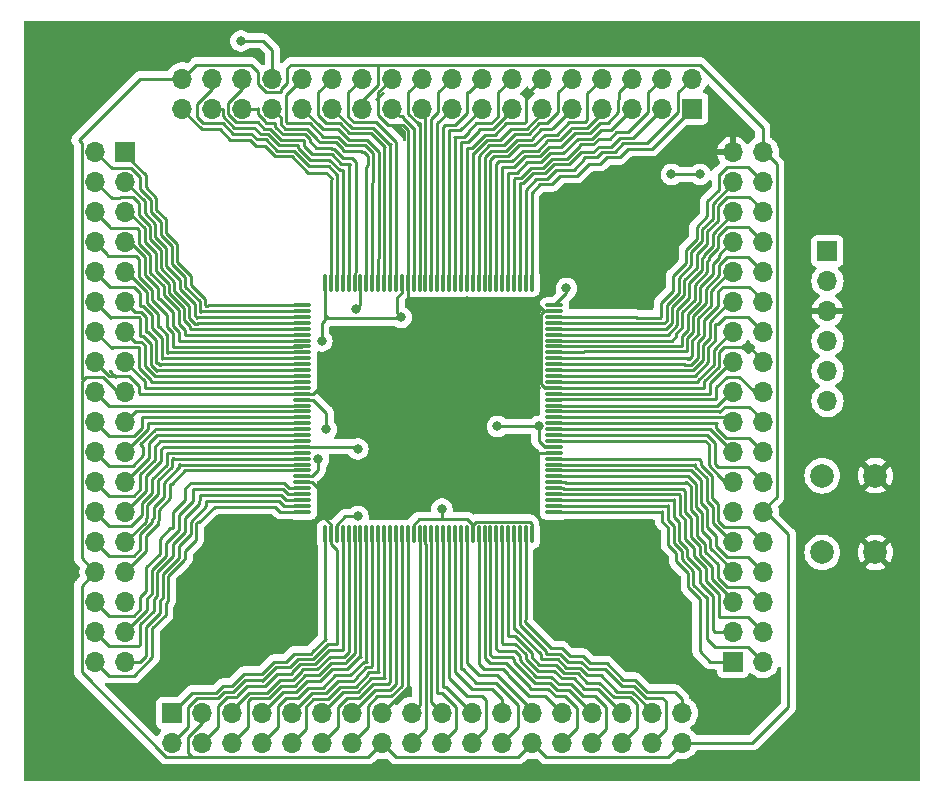
<source format=gbr>
%TF.GenerationSoftware,KiCad,Pcbnew,7.0.0*%
%TF.CreationDate,2023-03-07T12:34:41-06:00*%
%TF.ProjectId,finalproj_breakout,66696e61-6c70-4726-9f6a-5f627265616b,rev?*%
%TF.SameCoordinates,Original*%
%TF.FileFunction,Copper,L1,Top*%
%TF.FilePolarity,Positive*%
%FSLAX46Y46*%
G04 Gerber Fmt 4.6, Leading zero omitted, Abs format (unit mm)*
G04 Created by KiCad (PCBNEW 7.0.0) date 2023-03-07 12:34:41*
%MOMM*%
%LPD*%
G01*
G04 APERTURE LIST*
G04 Aperture macros list*
%AMRoundRect*
0 Rectangle with rounded corners*
0 $1 Rounding radius*
0 $2 $3 $4 $5 $6 $7 $8 $9 X,Y pos of 4 corners*
0 Add a 4 corners polygon primitive as box body*
4,1,4,$2,$3,$4,$5,$6,$7,$8,$9,$2,$3,0*
0 Add four circle primitives for the rounded corners*
1,1,$1+$1,$2,$3*
1,1,$1+$1,$4,$5*
1,1,$1+$1,$6,$7*
1,1,$1+$1,$8,$9*
0 Add four rect primitives between the rounded corners*
20,1,$1+$1,$2,$3,$4,$5,0*
20,1,$1+$1,$4,$5,$6,$7,0*
20,1,$1+$1,$6,$7,$8,$9,0*
20,1,$1+$1,$8,$9,$2,$3,0*%
G04 Aperture macros list end*
%TA.AperFunction,ComponentPad*%
%ADD10R,1.700000X1.700000*%
%TD*%
%TA.AperFunction,ComponentPad*%
%ADD11O,1.700000X1.700000*%
%TD*%
%TA.AperFunction,ComponentPad*%
%ADD12C,2.000000*%
%TD*%
%TA.AperFunction,SMDPad,CuDef*%
%ADD13RoundRect,0.075000X-0.662500X-0.075000X0.662500X-0.075000X0.662500X0.075000X-0.662500X0.075000X0*%
%TD*%
%TA.AperFunction,SMDPad,CuDef*%
%ADD14RoundRect,0.075000X-0.075000X-0.662500X0.075000X-0.662500X0.075000X0.662500X-0.075000X0.662500X0*%
%TD*%
%TA.AperFunction,ViaPad*%
%ADD15C,0.800000*%
%TD*%
%TA.AperFunction,Conductor*%
%ADD16C,0.250000*%
%TD*%
G04 APERTURE END LIST*
D10*
%TO.P,J8,1,VDD_TARGET*%
%TO.N,Net-(J8-VDD_TARGET)*%
X226059999Y-65912999D03*
D11*
%TO.P,J8,2,SWCLK*%
%TO.N,PA14*%
X226059999Y-68452999D03*
%TO.P,J8,3,GND*%
%TO.N,VSS*%
X226059999Y-70992999D03*
%TO.P,J8,4,SWDIO*%
%TO.N,PA13*%
X226059999Y-73532999D03*
%TO.P,J8,5,NRST*%
%TO.N,NRST*%
X226059999Y-76072999D03*
%TO.P,J8,6,SWO*%
%TO.N,PG3*%
X226059999Y-78612999D03*
%TD*%
D12*
%TO.P,SW1,1,1*%
%TO.N,NRST*%
X225624000Y-91440000D03*
X225624000Y-84940000D03*
%TO.P,SW1,2,2*%
%TO.N,VSS*%
X230124000Y-91440000D03*
X230124000Y-84940000D03*
%TD*%
D13*
%TO.P,U1,1,PE2*%
%TO.N,PE2*%
X181615500Y-70498000D03*
%TO.P,U1,2,PE3*%
%TO.N,PE3*%
X181615500Y-70998000D03*
%TO.P,U1,3,PE4*%
%TO.N,PE4*%
X181615500Y-71498000D03*
%TO.P,U1,4,PE5*%
%TO.N,PE5*%
X181615500Y-71998000D03*
%TO.P,U1,5,PE6*%
%TO.N,PE6*%
X181615500Y-72498000D03*
%TO.P,U1,6,VBAT*%
%TO.N,VBAT*%
X181615500Y-72998000D03*
%TO.P,U1,7,PC13*%
%TO.N,PC13*%
X181615500Y-73498000D03*
%TO.P,U1,8,PC14*%
%TO.N,PC14*%
X181615500Y-73998000D03*
%TO.P,U1,9,PC15*%
%TO.N,PC15*%
X181615500Y-74498000D03*
%TO.P,U1,10,PF0*%
%TO.N,PF0*%
X181615500Y-74998000D03*
%TO.P,U1,11,PF1*%
%TO.N,PF1*%
X181615500Y-75498000D03*
%TO.P,U1,12,PF2*%
%TO.N,PF2*%
X181615500Y-75998000D03*
%TO.P,U1,13,PF3*%
%TO.N,PF3*%
X181615500Y-76498000D03*
%TO.P,U1,14,PF4*%
%TO.N,PF4*%
X181615500Y-76998000D03*
%TO.P,U1,15,PF5*%
%TO.N,PF5*%
X181615500Y-77498000D03*
%TO.P,U1,16,VSS*%
%TO.N,VSS*%
X181615500Y-77998000D03*
%TO.P,U1,17,VDD*%
%TO.N,Net-(J8-VDD_TARGET)*%
X181615500Y-78498000D03*
%TO.P,U1,18,PF6*%
%TO.N,PF6*%
X181615500Y-78998000D03*
%TO.P,U1,19,PF7*%
%TO.N,PF7*%
X181615500Y-79498000D03*
%TO.P,U1,20,PF8*%
%TO.N,PF8*%
X181615500Y-79998000D03*
%TO.P,U1,21,PF9*%
%TO.N,PF9*%
X181615500Y-80498000D03*
%TO.P,U1,22,PF10*%
%TO.N,PF10*%
X181615500Y-80998000D03*
%TO.P,U1,23,PH0*%
%TO.N,PH0*%
X181615500Y-81498000D03*
%TO.P,U1,24,PH1*%
%TO.N,PH1*%
X181615500Y-81998000D03*
%TO.P,U1,25,NRST*%
%TO.N,NRST*%
X181615500Y-82498000D03*
%TO.P,U1,26,PC0*%
%TO.N,PC0*%
X181615500Y-82998000D03*
%TO.P,U1,27,PC1*%
%TO.N,PC1*%
X181615500Y-83498000D03*
%TO.P,U1,28,PC2*%
%TO.N,PC2*%
X181615500Y-83998000D03*
%TO.P,U1,29,PC3*%
%TO.N,PC3*%
X181615500Y-84498000D03*
%TO.P,U1,30,VDD*%
%TO.N,Net-(J8-VDD_TARGET)*%
X181615500Y-84998000D03*
%TO.P,U1,31,VSSA*%
%TO.N,VSS*%
X181615500Y-85498000D03*
%TO.P,U1,32,VREF+*%
%TO.N,VREF+*%
X181615500Y-85998000D03*
%TO.P,U1,33,VDDA*%
%TO.N,VDDA*%
X181615500Y-86498000D03*
%TO.P,U1,34,PA0*%
%TO.N,PA0*%
X181615500Y-86998000D03*
%TO.P,U1,35,PA1*%
%TO.N,PA1*%
X181615500Y-87498000D03*
%TO.P,U1,36,PA2*%
%TO.N,PA2*%
X181615500Y-87998000D03*
D14*
%TO.P,U1,37,PA3*%
%TO.N,PA3*%
X183528000Y-89910500D03*
%TO.P,U1,38,VSS*%
%TO.N,VSS*%
X184028000Y-89910500D03*
%TO.P,U1,39,VDD*%
%TO.N,Net-(J8-VDD_TARGET)*%
X184528000Y-89910500D03*
%TO.P,U1,40,PA4*%
%TO.N,PA4*%
X185028000Y-89910500D03*
%TO.P,U1,41,PA5*%
%TO.N,PA5*%
X185528000Y-89910500D03*
%TO.P,U1,42,PA6*%
%TO.N,PA6*%
X186028000Y-89910500D03*
%TO.P,U1,43,PA7*%
%TO.N,PA7*%
X186528000Y-89910500D03*
%TO.P,U1,44,PC4*%
%TO.N,PC4*%
X187028000Y-89910500D03*
%TO.P,U1,45,PC5*%
%TO.N,PC5*%
X187528000Y-89910500D03*
%TO.P,U1,46,PB0*%
%TO.N,PB0*%
X188028000Y-89910500D03*
%TO.P,U1,47,PB1*%
%TO.N,PB1*%
X188528000Y-89910500D03*
%TO.P,U1,48,PB2*%
%TO.N,PB2*%
X189028000Y-89910500D03*
%TO.P,U1,49,PF11*%
%TO.N,PF11*%
X189528000Y-89910500D03*
%TO.P,U1,50,PF12*%
%TO.N,PF12*%
X190028000Y-89910500D03*
%TO.P,U1,51,VSS*%
%TO.N,VSS*%
X190528000Y-89910500D03*
%TO.P,U1,52,VDD*%
%TO.N,Net-(J8-VDD_TARGET)*%
X191028000Y-89910500D03*
%TO.P,U1,53,PF13*%
%TO.N,PF13*%
X191528000Y-89910500D03*
%TO.P,U1,54,PF14*%
%TO.N,PF14*%
X192028000Y-89910500D03*
%TO.P,U1,55,PF15*%
%TO.N,PF15*%
X192528000Y-89910500D03*
%TO.P,U1,56,PG0*%
%TO.N,PG0*%
X193028000Y-89910500D03*
%TO.P,U1,57,PG1*%
%TO.N,PG1*%
X193528000Y-89910500D03*
%TO.P,U1,58,PE7*%
%TO.N,PE7*%
X194028000Y-89910500D03*
%TO.P,U1,59,PE8*%
%TO.N,PE8*%
X194528000Y-89910500D03*
%TO.P,U1,60,PE9*%
%TO.N,PE9*%
X195028000Y-89910500D03*
%TO.P,U1,61,VSS*%
%TO.N,VSS*%
X195528000Y-89910500D03*
%TO.P,U1,62,VDD*%
%TO.N,Net-(J8-VDD_TARGET)*%
X196028000Y-89910500D03*
%TO.P,U1,63,PE10*%
%TO.N,PE10*%
X196528000Y-89910500D03*
%TO.P,U1,64,PE11*%
%TO.N,PE11*%
X197028000Y-89910500D03*
%TO.P,U1,65,PE12*%
%TO.N,PE12*%
X197528000Y-89910500D03*
%TO.P,U1,66,PE13*%
%TO.N,PE13*%
X198028000Y-89910500D03*
%TO.P,U1,67,PE14*%
%TO.N,PE14*%
X198528000Y-89910500D03*
%TO.P,U1,68,PE15*%
%TO.N,PE15*%
X199028000Y-89910500D03*
%TO.P,U1,69,PB10*%
%TO.N,PB10*%
X199528000Y-89910500D03*
%TO.P,U1,70,PB11*%
%TO.N,PB11*%
X200028000Y-89910500D03*
%TO.P,U1,71,VCAP_1*%
%TO.N,VCAP_1*%
X200528000Y-89910500D03*
%TO.P,U1,72,VDD*%
%TO.N,Net-(J8-VDD_TARGET)*%
X201028000Y-89910500D03*
D13*
%TO.P,U1,73,PB12*%
%TO.N,PB12*%
X202940500Y-87998000D03*
%TO.P,U1,74,PB13*%
%TO.N,PB13*%
X202940500Y-87498000D03*
%TO.P,U1,75,PB14*%
%TO.N,PB14*%
X202940500Y-86998000D03*
%TO.P,U1,76,PB15*%
%TO.N,PB15*%
X202940500Y-86498000D03*
%TO.P,U1,77,PD8*%
%TO.N,PD8*%
X202940500Y-85998000D03*
%TO.P,U1,78,PD9*%
%TO.N,PD9*%
X202940500Y-85498000D03*
%TO.P,U1,79,PD10*%
%TO.N,PD10*%
X202940500Y-84998000D03*
%TO.P,U1,80,PD11*%
%TO.N,PD11*%
X202940500Y-84498000D03*
%TO.P,U1,81,PD12*%
%TO.N,PD12*%
X202940500Y-83998000D03*
%TO.P,U1,82,PD13*%
%TO.N,PD13*%
X202940500Y-83498000D03*
%TO.P,U1,83,VSS*%
%TO.N,VSS*%
X202940500Y-82998000D03*
%TO.P,U1,84,VDD*%
%TO.N,Net-(J8-VDD_TARGET)*%
X202940500Y-82498000D03*
%TO.P,U1,85,PD14*%
%TO.N,PD14*%
X202940500Y-81998000D03*
%TO.P,U1,86,PD15*%
%TO.N,PD15*%
X202940500Y-81498000D03*
%TO.P,U1,87,PG2*%
%TO.N,PG2*%
X202940500Y-80998000D03*
%TO.P,U1,88,PG3*%
%TO.N,PG3*%
X202940500Y-80498000D03*
%TO.P,U1,89,PG4*%
%TO.N,PG4*%
X202940500Y-79998000D03*
%TO.P,U1,90,PG5*%
%TO.N,PG5*%
X202940500Y-79498000D03*
%TO.P,U1,91,PG6*%
%TO.N,PG6*%
X202940500Y-78998000D03*
%TO.P,U1,92,PG7*%
%TO.N,PG7*%
X202940500Y-78498000D03*
%TO.P,U1,93,PG8*%
%TO.N,PG8*%
X202940500Y-77998000D03*
%TO.P,U1,94,VSS*%
%TO.N,VSS*%
X202940500Y-77498000D03*
%TO.P,U1,95,VDDUSB*%
%TO.N,VDDUSB*%
X202940500Y-76998000D03*
%TO.P,U1,96,PC6*%
%TO.N,PC6*%
X202940500Y-76498000D03*
%TO.P,U1,97,PC7*%
%TO.N,PC7*%
X202940500Y-75998000D03*
%TO.P,U1,98,PC8*%
%TO.N,PC8*%
X202940500Y-75498000D03*
%TO.P,U1,99,PC9*%
%TO.N,PC9*%
X202940500Y-74998000D03*
%TO.P,U1,100,PA8*%
%TO.N,PA8*%
X202940500Y-74498000D03*
%TO.P,U1,101,PA9*%
%TO.N,PA9*%
X202940500Y-73998000D03*
%TO.P,U1,102,PA10*%
%TO.N,PA10*%
X202940500Y-73498000D03*
%TO.P,U1,103,PA11*%
%TO.N,PA11*%
X202940500Y-72998000D03*
%TO.P,U1,104,PA12*%
%TO.N,PA12*%
X202940500Y-72498000D03*
%TO.P,U1,105,PA13*%
%TO.N,PA13*%
X202940500Y-71998000D03*
%TO.P,U1,106,VCAP_2*%
%TO.N,VCAP_2*%
X202940500Y-71498000D03*
%TO.P,U1,107,VSS*%
%TO.N,VSS*%
X202940500Y-70998000D03*
%TO.P,U1,108,VDD*%
%TO.N,Net-(J8-VDD_TARGET)*%
X202940500Y-70498000D03*
D14*
%TO.P,U1,109,PA14*%
%TO.N,PA14*%
X201028000Y-68585500D03*
%TO.P,U1,110,PA15*%
%TO.N,PA15*%
X200528000Y-68585500D03*
%TO.P,U1,111,PC10*%
%TO.N,PC10*%
X200028000Y-68585500D03*
%TO.P,U1,112,PC11*%
%TO.N,PC11*%
X199528000Y-68585500D03*
%TO.P,U1,113,PC12*%
%TO.N,PC12*%
X199028000Y-68585500D03*
%TO.P,U1,114,PD0*%
%TO.N,PD0*%
X198528000Y-68585500D03*
%TO.P,U1,115,PD1*%
%TO.N,PD1*%
X198028000Y-68585500D03*
%TO.P,U1,116,PD2*%
%TO.N,PD2*%
X197528000Y-68585500D03*
%TO.P,U1,117,PD3*%
%TO.N,PD3*%
X197028000Y-68585500D03*
%TO.P,U1,118,PD4*%
%TO.N,PD4*%
X196528000Y-68585500D03*
%TO.P,U1,119,PD5*%
%TO.N,PD5*%
X196028000Y-68585500D03*
%TO.P,U1,120,VSS*%
%TO.N,VSS*%
X195528000Y-68585500D03*
%TO.P,U1,121,VDDSDMMC*%
%TO.N,VDDSDMMC*%
X195028000Y-68585500D03*
%TO.P,U1,122,PD6*%
%TO.N,PD6*%
X194528000Y-68585500D03*
%TO.P,U1,123,PD7*%
%TO.N,PD7*%
X194028000Y-68585500D03*
%TO.P,U1,124,PG9*%
%TO.N,PG9*%
X193528000Y-68585500D03*
%TO.P,U1,125,PG10*%
%TO.N,PG10*%
X193028000Y-68585500D03*
%TO.P,U1,126,PG11*%
%TO.N,PG11*%
X192528000Y-68585500D03*
%TO.P,U1,127,PG12*%
%TO.N,PG12*%
X192028000Y-68585500D03*
%TO.P,U1,128,PG13*%
%TO.N,PG13*%
X191528000Y-68585500D03*
%TO.P,U1,129,PG14*%
%TO.N,PG14*%
X191028000Y-68585500D03*
%TO.P,U1,130,VSS*%
%TO.N,VSS*%
X190528000Y-68585500D03*
%TO.P,U1,131,VDD*%
%TO.N,Net-(J8-VDD_TARGET)*%
X190028000Y-68585500D03*
%TO.P,U1,132,PG15*%
%TO.N,PG15*%
X189528000Y-68585500D03*
%TO.P,U1,133,PB3*%
%TO.N,PB3*%
X189028000Y-68585500D03*
%TO.P,U1,134,PB4*%
%TO.N,PB4*%
X188528000Y-68585500D03*
%TO.P,U1,135,PB5*%
%TO.N,PB5*%
X188028000Y-68585500D03*
%TO.P,U1,136,PB6*%
%TO.N,PB6*%
X187528000Y-68585500D03*
%TO.P,U1,137,PB7*%
%TO.N,PB7*%
X187028000Y-68585500D03*
%TO.P,U1,138,BOOT0*%
%TO.N,Net-(U1-BOOT0)*%
X186528000Y-68585500D03*
%TO.P,U1,139,PB8*%
%TO.N,PB8*%
X186028000Y-68585500D03*
%TO.P,U1,140,PB9*%
%TO.N,PB9*%
X185528000Y-68585500D03*
%TO.P,U1,141,PE0*%
%TO.N,PE0*%
X185028000Y-68585500D03*
%TO.P,U1,142,PE1*%
%TO.N,PE1*%
X184528000Y-68585500D03*
%TO.P,U1,143,PDR_ON*%
%TO.N,PDR_ON*%
X184028000Y-68585500D03*
%TO.P,U1,144,VDD*%
%TO.N,Net-(J8-VDD_TARGET)*%
X183528000Y-68585500D03*
%TD*%
D10*
%TO.P,J3,1,Pin_1*%
%TO.N,PB12*%
X218058999Y-100710999D03*
D11*
%TO.P,J3,2,Pin_2*%
%TO.N,PB13*%
X220598999Y-100710999D03*
%TO.P,J3,3,Pin_3*%
%TO.N,PB14*%
X218058999Y-98170999D03*
%TO.P,J3,4,Pin_4*%
%TO.N,PB15*%
X220598999Y-98170999D03*
%TO.P,J3,5,Pin_5*%
%TO.N,PD8*%
X218058999Y-95630999D03*
%TO.P,J3,6,Pin_6*%
%TO.N,PD9*%
X220598999Y-95630999D03*
%TO.P,J3,7,Pin_7*%
%TO.N,PD10*%
X218058999Y-93090999D03*
%TO.P,J3,8,Pin_8*%
%TO.N,PD11*%
X220598999Y-93090999D03*
%TO.P,J3,9,Pin_9*%
%TO.N,PD12*%
X218058999Y-90550999D03*
%TO.P,J3,10,Pin_10*%
%TO.N,PD13*%
X220598999Y-90550999D03*
%TO.P,J3,11,Pin_11*%
%TO.N,VSS*%
X218058999Y-88010999D03*
%TO.P,J3,12,Pin_12*%
%TO.N,VDD*%
X220598999Y-88010999D03*
%TO.P,J3,13,Pin_13*%
%TO.N,PD14*%
X218058999Y-85470999D03*
%TO.P,J3,14,Pin_14*%
%TO.N,PD15*%
X220598999Y-85470999D03*
%TO.P,J3,15,Pin_15*%
%TO.N,PG2*%
X218058999Y-82930999D03*
%TO.P,J3,16,Pin_16*%
%TO.N,PG3*%
X220598999Y-82930999D03*
%TO.P,J3,17,Pin_17*%
%TO.N,PG4*%
X218058999Y-80390999D03*
%TO.P,J3,18,Pin_18*%
%TO.N,PG5*%
X220598999Y-80390999D03*
%TO.P,J3,19,Pin_19*%
%TO.N,PG6*%
X218058999Y-77850999D03*
%TO.P,J3,20,Pin_20*%
%TO.N,PG7*%
X220598999Y-77850999D03*
%TO.P,J3,21,Pin_21*%
%TO.N,PG8*%
X218058999Y-75310999D03*
%TO.P,J3,22,Pin_22*%
%TO.N,VSS*%
X220598999Y-75310999D03*
%TO.P,J3,23,Pin_23*%
%TO.N,VDDUSB*%
X218058999Y-72770999D03*
%TO.P,J3,24,Pin_24*%
%TO.N,PC6*%
X220598999Y-72770999D03*
%TO.P,J3,25,Pin_25*%
%TO.N,PC7*%
X218058999Y-70230999D03*
%TO.P,J3,26,Pin_26*%
%TO.N,PC8*%
X220598999Y-70230999D03*
%TO.P,J3,27,Pin_27*%
%TO.N,PC9*%
X218058999Y-67690999D03*
%TO.P,J3,28,Pin_28*%
%TO.N,PA8*%
X220598999Y-67690999D03*
%TO.P,J3,29,Pin_29*%
%TO.N,PA9*%
X218058999Y-65150999D03*
%TO.P,J3,30,Pin_30*%
%TO.N,PA10*%
X220598999Y-65150999D03*
%TO.P,J3,31,Pin_31*%
%TO.N,PA11*%
X218058999Y-62610999D03*
%TO.P,J3,32,Pin_32*%
%TO.N,PA12*%
X220598999Y-62610999D03*
%TO.P,J3,33,Pin_33*%
%TO.N,PA13*%
X218058999Y-60070999D03*
%TO.P,J3,34,Pin_34*%
%TO.N,VCAP_2*%
X220598999Y-60070999D03*
%TO.P,J3,35,Pin_35*%
%TO.N,VSS*%
X218058999Y-57530999D03*
%TO.P,J3,36,Pin_36*%
%TO.N,VDD*%
X220598999Y-57530999D03*
%TD*%
D10*
%TO.P,J4,1,Pin_1*%
%TO.N,PA3*%
X170560999Y-105028999D03*
D11*
%TO.P,J4,2,Pin_2*%
%TO.N,VSS*%
X170560999Y-107568999D03*
%TO.P,J4,3,Pin_3*%
%TO.N,VDD*%
X173100999Y-105028999D03*
%TO.P,J4,4,Pin_4*%
%TO.N,PA4*%
X173100999Y-107568999D03*
%TO.P,J4,5,Pin_5*%
%TO.N,PA5*%
X175640999Y-105028999D03*
%TO.P,J4,6,Pin_6*%
%TO.N,PA6*%
X175640999Y-107568999D03*
%TO.P,J4,7,Pin_7*%
%TO.N,PA7*%
X178180999Y-105028999D03*
%TO.P,J4,8,Pin_8*%
%TO.N,PC4*%
X178180999Y-107568999D03*
%TO.P,J4,9,Pin_9*%
%TO.N,PC5*%
X180720999Y-105028999D03*
%TO.P,J4,10,Pin_10*%
%TO.N,PB0*%
X180720999Y-107568999D03*
%TO.P,J4,11,Pin_11*%
%TO.N,PB1*%
X183260999Y-105028999D03*
%TO.P,J4,12,Pin_12*%
%TO.N,PB2*%
X183260999Y-107568999D03*
%TO.P,J4,13,Pin_13*%
%TO.N,PF11*%
X185800999Y-105028999D03*
%TO.P,J4,14,Pin_14*%
%TO.N,PF12*%
X185800999Y-107568999D03*
%TO.P,J4,15,Pin_15*%
%TO.N,VSS*%
X188340999Y-105028999D03*
%TO.P,J4,16,Pin_16*%
%TO.N,VDD*%
X188340999Y-107568999D03*
%TO.P,J4,17,Pin_17*%
%TO.N,PF13*%
X190880999Y-105028999D03*
%TO.P,J4,18,Pin_18*%
%TO.N,PF14*%
X190880999Y-107568999D03*
%TO.P,J4,19,Pin_19*%
%TO.N,PF15*%
X193420999Y-105028999D03*
%TO.P,J4,20,Pin_20*%
%TO.N,PG0*%
X193420999Y-107568999D03*
%TO.P,J4,21,Pin_21*%
%TO.N,PG1*%
X195960999Y-105028999D03*
%TO.P,J4,22,Pin_22*%
%TO.N,PE7*%
X195960999Y-107568999D03*
%TO.P,J4,23,Pin_23*%
%TO.N,PE8*%
X198500999Y-105028999D03*
%TO.P,J4,24,Pin_24*%
%TO.N,PE9*%
X198500999Y-107568999D03*
%TO.P,J4,25,Pin_25*%
%TO.N,VSS*%
X201040999Y-105028999D03*
%TO.P,J4,26,Pin_26*%
%TO.N,VDD*%
X201040999Y-107568999D03*
%TO.P,J4,27,Pin_27*%
%TO.N,PE10*%
X203580999Y-105028999D03*
%TO.P,J4,28,Pin_28*%
%TO.N,PE11*%
X203580999Y-107568999D03*
%TO.P,J4,29,Pin_29*%
%TO.N,PE12*%
X206120999Y-105028999D03*
%TO.P,J4,30,Pin_30*%
%TO.N,PE13*%
X206120999Y-107568999D03*
%TO.P,J4,31,Pin_31*%
%TO.N,PE14*%
X208660999Y-105028999D03*
%TO.P,J4,32,Pin_32*%
%TO.N,PE15*%
X208660999Y-107568999D03*
%TO.P,J4,33,Pin_33*%
%TO.N,PB10*%
X211200999Y-105028999D03*
%TO.P,J4,34,Pin_34*%
%TO.N,PB11*%
X211200999Y-107568999D03*
%TO.P,J4,35,Pin_35*%
%TO.N,VCAP_1*%
X213740999Y-105028999D03*
%TO.P,J4,36,Pin_36*%
%TO.N,VDD*%
X213740999Y-107568999D03*
%TD*%
D10*
%TO.P,J2,1,Pin_1*%
%TO.N,PE2*%
X166623999Y-57530999D03*
D11*
%TO.P,J2,2,Pin_2*%
%TO.N,PE3*%
X164083999Y-57530999D03*
%TO.P,J2,3,Pin_3*%
%TO.N,PE4*%
X166623999Y-60070999D03*
%TO.P,J2,4,Pin_4*%
%TO.N,PE5*%
X164083999Y-60070999D03*
%TO.P,J2,5,Pin_5*%
%TO.N,PE6*%
X166623999Y-62610999D03*
%TO.P,J2,6,Pin_6*%
%TO.N,VBAT*%
X164083999Y-62610999D03*
%TO.P,J2,7,Pin_7*%
%TO.N,PC13*%
X166623999Y-65150999D03*
%TO.P,J2,8,Pin_8*%
%TO.N,PC14*%
X164083999Y-65150999D03*
%TO.P,J2,9,Pin_9*%
%TO.N,PC15*%
X166623999Y-67690999D03*
%TO.P,J2,10,Pin_10*%
%TO.N,PF0*%
X164083999Y-67690999D03*
%TO.P,J2,11,Pin_11*%
%TO.N,PF1*%
X166623999Y-70230999D03*
%TO.P,J2,12,Pin_12*%
%TO.N,PF2*%
X164083999Y-70230999D03*
%TO.P,J2,13,Pin_13*%
%TO.N,PF3*%
X166623999Y-72770999D03*
%TO.P,J2,14,Pin_14*%
%TO.N,PF4*%
X164083999Y-72770999D03*
%TO.P,J2,15,Pin_15*%
%TO.N,PF5*%
X166623999Y-75310999D03*
%TO.P,J2,16,Pin_16*%
%TO.N,VSS*%
X164083999Y-75310999D03*
%TO.P,J2,17,Pin_17*%
%TO.N,VDD*%
X166623999Y-77850999D03*
%TO.P,J2,18,Pin_18*%
%TO.N,PF6*%
X164083999Y-77850999D03*
%TO.P,J2,19,Pin_19*%
%TO.N,PF7*%
X166623999Y-80390999D03*
%TO.P,J2,20,Pin_20*%
%TO.N,PF8*%
X164083999Y-80390999D03*
%TO.P,J2,21,Pin_21*%
%TO.N,PF9*%
X166623999Y-82930999D03*
%TO.P,J2,22,Pin_22*%
%TO.N,PF10*%
X164083999Y-82930999D03*
%TO.P,J2,23,Pin_23*%
%TO.N,PH0*%
X166623999Y-85470999D03*
%TO.P,J2,24,Pin_24*%
%TO.N,PH1*%
X164083999Y-85470999D03*
%TO.P,J2,25,Pin_25*%
%TO.N,NRST*%
X166623999Y-88010999D03*
%TO.P,J2,26,Pin_26*%
%TO.N,PC0*%
X164083999Y-88010999D03*
%TO.P,J2,27,Pin_27*%
%TO.N,PC1*%
X166623999Y-90550999D03*
%TO.P,J2,28,Pin_28*%
%TO.N,PC2*%
X164083999Y-90550999D03*
%TO.P,J2,29,Pin_29*%
%TO.N,PC3*%
X166623999Y-93090999D03*
%TO.P,J2,30,Pin_30*%
%TO.N,VDD*%
X164083999Y-93090999D03*
%TO.P,J2,31,Pin_31*%
%TO.N,VSS*%
X166623999Y-95630999D03*
%TO.P,J2,32,Pin_32*%
%TO.N,VREF+*%
X164083999Y-95630999D03*
%TO.P,J2,33,Pin_33*%
%TO.N,VDDA*%
X166623999Y-98170999D03*
%TO.P,J2,34,Pin_34*%
%TO.N,PA0*%
X164083999Y-98170999D03*
%TO.P,J2,35,Pin_35*%
%TO.N,PA1*%
X166623999Y-100710999D03*
%TO.P,J2,36,Pin_36*%
%TO.N,PA2*%
X164083999Y-100710999D03*
%TD*%
D10*
%TO.P,J1,1,Pin_1*%
%TO.N,PA14*%
X214614999Y-53852999D03*
D11*
%TO.P,J1,2,Pin_2*%
%TO.N,PA15*%
X214614999Y-51312999D03*
%TO.P,J1,3,Pin_3*%
%TO.N,PC10*%
X212074999Y-53852999D03*
%TO.P,J1,4,Pin_4*%
%TO.N,PC11*%
X212074999Y-51312999D03*
%TO.P,J1,5,Pin_5*%
%TO.N,PC12*%
X209534999Y-53852999D03*
%TO.P,J1,6,Pin_6*%
%TO.N,PD0*%
X209534999Y-51312999D03*
%TO.P,J1,7,Pin_7*%
%TO.N,PD1*%
X206994999Y-53852999D03*
%TO.P,J1,8,Pin_8*%
%TO.N,PD2*%
X206994999Y-51312999D03*
%TO.P,J1,9,Pin_9*%
%TO.N,PD3*%
X204454999Y-53852999D03*
%TO.P,J1,10,Pin_10*%
%TO.N,PD4*%
X204454999Y-51312999D03*
%TO.P,J1,11,Pin_11*%
%TO.N,PD5*%
X201914999Y-53852999D03*
%TO.P,J1,12,Pin_12*%
%TO.N,VSS*%
X201914999Y-51312999D03*
%TO.P,J1,13,Pin_13*%
%TO.N,VDDSDMMC*%
X199374999Y-53852999D03*
%TO.P,J1,14,Pin_14*%
%TO.N,PD6*%
X199374999Y-51312999D03*
%TO.P,J1,15,Pin_15*%
%TO.N,PD7*%
X196834999Y-53852999D03*
%TO.P,J1,16,Pin_16*%
%TO.N,PG9*%
X196834999Y-51312999D03*
%TO.P,J1,17,Pin_17*%
%TO.N,PG10*%
X194294999Y-53852999D03*
%TO.P,J1,18,Pin_18*%
%TO.N,PG11*%
X194294999Y-51312999D03*
%TO.P,J1,19,Pin_19*%
%TO.N,PG12*%
X191754999Y-53852999D03*
%TO.P,J1,20,Pin_20*%
%TO.N,PG13*%
X191754999Y-51312999D03*
%TO.P,J1,21,Pin_21*%
%TO.N,PG14*%
X189214999Y-53852999D03*
%TO.P,J1,22,Pin_22*%
%TO.N,VSS*%
X189214999Y-51312999D03*
%TO.P,J1,23,Pin_23*%
%TO.N,VDD*%
X186674999Y-53852999D03*
%TO.P,J1,24,Pin_24*%
%TO.N,PG15*%
X186674999Y-51312999D03*
%TO.P,J1,25,Pin_25*%
%TO.N,PB3*%
X184134999Y-53852999D03*
%TO.P,J1,26,Pin_26*%
%TO.N,PB4*%
X184134999Y-51312999D03*
%TO.P,J1,27,Pin_27*%
%TO.N,PB5*%
X181594999Y-53852999D03*
%TO.P,J1,28,Pin_28*%
%TO.N,PB6*%
X181594999Y-51312999D03*
%TO.P,J1,29,Pin_29*%
%TO.N,PB7*%
X179054999Y-53852999D03*
%TO.P,J1,30,Pin_30*%
%TO.N,BOOT0*%
X179054999Y-51312999D03*
%TO.P,J1,31,Pin_31*%
%TO.N,PB8*%
X176514999Y-53852999D03*
%TO.P,J1,32,Pin_32*%
%TO.N,PB9*%
X176514999Y-51312999D03*
%TO.P,J1,33,Pin_33*%
%TO.N,PE0*%
X173974999Y-53852999D03*
%TO.P,J1,34,Pin_34*%
%TO.N,PE1*%
X173974999Y-51312999D03*
%TO.P,J1,35,Pin_35*%
%TO.N,PDR_ON*%
X171434999Y-53852999D03*
%TO.P,J1,36,Pin_36*%
%TO.N,VDD*%
X171434999Y-51312999D03*
%TD*%
D15*
%TO.N,BOOT0*%
X176403000Y-48133000D03*
%TO.N,VSS*%
X183261000Y-75184000D03*
%TO.N,Net-(J8-VDD_TARGET)*%
X186309000Y-88392000D03*
X212852000Y-59436000D03*
X215265000Y-59436000D03*
%TO.N,VSS*%
X201295000Y-83058000D03*
%TO.N,NRST*%
X186309000Y-82677000D03*
%TO.N,Net-(U1-BOOT0)*%
X186182000Y-70866000D03*
%TO.N,Net-(J8-VDD_TARGET)*%
X193421000Y-87757000D03*
X183642000Y-81026000D03*
X183261000Y-73533000D03*
X189979277Y-71530687D03*
X201622662Y-80763365D03*
X198120000Y-80772000D03*
X182952500Y-83566000D03*
X203962000Y-69088000D03*
%TD*%
D16*
%TO.N,PA11*%
X216339000Y-64445903D02*
X218059000Y-62725903D01*
X218059000Y-62725903D02*
X218059000Y-62611000D01*
%TO.N,VDD*%
X186675000Y-53853000D02*
X186675000Y-53216604D01*
X186675000Y-53216604D02*
X188040000Y-51851604D01*
X188040000Y-51851604D02*
X188040000Y-50191000D01*
X188040000Y-50191000D02*
X187987000Y-50138000D01*
%TO.N,PB10*%
X199648188Y-97917000D02*
X199517000Y-97917000D01*
X199517000Y-97917000D02*
X199517000Y-89921500D01*
X205740698Y-101853302D02*
X205095396Y-101208000D01*
X208280000Y-103244802D02*
X206888500Y-101853302D01*
X201805792Y-100454208D02*
X201805792Y-100074604D01*
X203208208Y-100454208D02*
X201805792Y-100454208D01*
X209545198Y-103244802D02*
X208280000Y-103244802D01*
X201805792Y-100074604D02*
X199648188Y-97917000D01*
X203962000Y-101208000D02*
X203208208Y-100454208D01*
X205095396Y-101208000D02*
X203962000Y-101208000D01*
X206888500Y-101853302D02*
X205740698Y-101853302D01*
X211201000Y-104900604D02*
X209545198Y-103244802D01*
X211201000Y-105029000D02*
X211201000Y-104900604D01*
X199517000Y-89921500D02*
X199528000Y-89910500D01*
%TO.N,BOOT0*%
X176403000Y-48133000D02*
X178308000Y-48133000D01*
X178308000Y-48133000D02*
X179055000Y-48880000D01*
X179055000Y-48880000D02*
X179055000Y-51313000D01*
%TO.N,PA10*%
X202940500Y-73498000D02*
X212887000Y-73498000D01*
X213266208Y-73118792D02*
X213266208Y-72914416D01*
X212887000Y-73498000D02*
X213266208Y-73118792D01*
%TO.N,VSS*%
X201803000Y-77163685D02*
X202112315Y-77473000D01*
X202112315Y-77473000D02*
X202915500Y-77473000D01*
X202915500Y-77473000D02*
X202940500Y-77498000D01*
%TO.N,Net-(J8-VDD_TARGET)*%
X183642000Y-81026000D02*
X183642000Y-79629000D01*
X181615500Y-78498000D02*
X182511000Y-78498000D01*
X182511000Y-78498000D02*
X183642000Y-79629000D01*
%TO.N,VSS*%
X183261000Y-75184000D02*
X183261000Y-77236000D01*
X183261000Y-77236000D02*
X182499000Y-77998000D01*
X182499000Y-77998000D02*
X181615500Y-77998000D01*
%TO.N,Net-(J8-VDD_TARGET)*%
X196028000Y-89910500D02*
X196028000Y-89107315D01*
X201028000Y-89014000D02*
X201028000Y-89910500D01*
X196028000Y-89107315D02*
X196287315Y-88848000D01*
X196287315Y-88848000D02*
X200862000Y-88848000D01*
X200862000Y-88848000D02*
X201028000Y-89014000D01*
X186309000Y-88392000D02*
X185243315Y-88392000D01*
X185243315Y-88392000D02*
X184528000Y-89107315D01*
X184528000Y-89107315D02*
X184528000Y-89910500D01*
X193421000Y-88646000D02*
X195566685Y-88646000D01*
X195566685Y-88646000D02*
X196028000Y-89107315D01*
X193421000Y-87757000D02*
X193421000Y-88646000D01*
X191028000Y-89076000D02*
X191458000Y-88646000D01*
X191458000Y-88646000D02*
X193421000Y-88646000D01*
X215265000Y-59436000D02*
X212852000Y-59436000D01*
%TO.N,VSS*%
X201295000Y-83058000D02*
X201355000Y-82998000D01*
X201355000Y-82998000D02*
X202940500Y-82998000D01*
%TO.N,PA10*%
X215892406Y-67693010D02*
X215892406Y-66796101D01*
X216020253Y-66668254D02*
X216020253Y-66426351D01*
X216789000Y-65657604D02*
X216789000Y-64632299D01*
X216789000Y-64632299D02*
X216799701Y-64632299D01*
X214811510Y-68773906D02*
X215892406Y-67693010D01*
X213788000Y-71064624D02*
X214811510Y-70041114D01*
X214811510Y-70041114D02*
X214811510Y-68773906D01*
X216020253Y-66426351D02*
X216789000Y-65657604D01*
X213788000Y-72392624D02*
X213788000Y-71064624D01*
X213266208Y-72914416D02*
X213788000Y-72392624D01*
X219456000Y-64008000D02*
X220599000Y-65151000D01*
X215892406Y-66796101D02*
X216020253Y-66668254D01*
X219456000Y-63881000D02*
X219456000Y-64008000D01*
X216799701Y-64632299D02*
X217551000Y-63881000D01*
X217551000Y-63881000D02*
X219456000Y-63881000D01*
%TO.N,PA8*%
X217551000Y-66421000D02*
X219329000Y-66421000D01*
X216884000Y-67077299D02*
X216894701Y-67077299D01*
X216894701Y-67077299D02*
X217551000Y-66421000D01*
X219329000Y-66421000D02*
X220599000Y-67691000D01*
%TO.N,PC6*%
X217424000Y-71501000D02*
X219329000Y-71501000D01*
X216533604Y-72137396D02*
X216787604Y-72137396D01*
X216787604Y-72137396D02*
X217424000Y-71501000D01*
X219329000Y-71501000D02*
X220599000Y-72771000D01*
%TO.N,PG3*%
X202940500Y-80498000D02*
X216682000Y-80498000D01*
X216682000Y-80498000D02*
X216662000Y-80518000D01*
X216662000Y-80518000D02*
X216662000Y-80897604D01*
X216662000Y-80897604D02*
X217488198Y-81723802D01*
X217488198Y-81723802D02*
X219391802Y-81723802D01*
X219391802Y-81723802D02*
X220599000Y-82931000D01*
%TO.N,PG2*%
X202940500Y-80998000D02*
X216126000Y-80998000D01*
X216126000Y-80998000D02*
X218059000Y-82931000D01*
%TO.N,PD15*%
X202940500Y-81498000D02*
X215737000Y-81498000D01*
X215737000Y-81498000D02*
X215773000Y-81534000D01*
X215773000Y-81534000D02*
X215901396Y-81534000D01*
X216535000Y-82167604D02*
X216535000Y-83944208D01*
X216535000Y-83944208D02*
X216791792Y-84201000D01*
X216791792Y-84201000D02*
X219329000Y-84201000D01*
X215901396Y-81534000D02*
X216535000Y-82167604D01*
X219329000Y-84201000D02*
X220599000Y-85471000D01*
%TO.N,PD14*%
X202940500Y-81998000D02*
X215729000Y-81998000D01*
X215729000Y-81998000D02*
X216027000Y-82296000D01*
X216027000Y-82296000D02*
X216027000Y-84072604D01*
X217424000Y-85471000D02*
X218059000Y-85471000D01*
X216027000Y-84072604D02*
X216916000Y-84961604D01*
X216916000Y-84961604D02*
X216916000Y-84963000D01*
X216916000Y-84963000D02*
X217424000Y-85471000D01*
%TO.N,PD13*%
X215206000Y-83498000D02*
X215392000Y-83684000D01*
X215392000Y-83684000D02*
X215392000Y-84074000D01*
X202940500Y-83498000D02*
X215206000Y-83498000D01*
X219329000Y-89281000D02*
X220599000Y-90551000D01*
X215392000Y-84074000D02*
X216281000Y-84963000D01*
X216281000Y-84963000D02*
X216281000Y-86868000D01*
X216281000Y-86868000D02*
X216789000Y-87376000D01*
X217297000Y-89281000D02*
X219329000Y-89281000D01*
X216789000Y-87376000D02*
X216789000Y-88773000D01*
X216789000Y-88773000D02*
X217297000Y-89281000D01*
%TO.N,PD11*%
X202940500Y-84498000D02*
X214543208Y-84498000D01*
X214543208Y-84498000D02*
X215381000Y-85335792D01*
X217552396Y-91821000D02*
X219329000Y-91821000D01*
X215381000Y-85335792D02*
X215381000Y-87260000D01*
X215381000Y-87260000D02*
X215889000Y-87768000D01*
X215889000Y-87768000D02*
X215889000Y-89270000D01*
X216662000Y-90043000D02*
X216662000Y-90930604D01*
X216662000Y-90930604D02*
X217552396Y-91821000D01*
X215889000Y-89270000D02*
X216662000Y-90043000D01*
X219329000Y-91821000D02*
X220599000Y-93091000D01*
%TO.N,PD10*%
X202940500Y-84998000D02*
X214284000Y-84998000D01*
X214284000Y-84998000D02*
X214931000Y-85645000D01*
X214931000Y-85645000D02*
X214931000Y-87630000D01*
X214931000Y-87630000D02*
X215439000Y-88138000D01*
X215439000Y-88138000D02*
X215439000Y-89582000D01*
X216154000Y-90297000D02*
X216154000Y-91059000D01*
X215439000Y-89582000D02*
X216154000Y-90297000D01*
X216154000Y-91059000D02*
X218059000Y-92964000D01*
X218059000Y-92964000D02*
X218059000Y-93091000D01*
%TO.N,PD9*%
X216789000Y-93597604D02*
X217551698Y-94360302D01*
X216789000Y-92456000D02*
X216789000Y-93597604D01*
X215704000Y-91371000D02*
X216789000Y-92456000D01*
X215704000Y-90747000D02*
X215704000Y-91371000D01*
X214481000Y-85831396D02*
X214481000Y-87884000D01*
X214121302Y-85471698D02*
X214481000Y-85831396D01*
X203928000Y-85598000D02*
X213995000Y-85598000D01*
X214989000Y-90032000D02*
X215704000Y-90747000D01*
X213995000Y-85598000D02*
X214121302Y-85471698D01*
X203828000Y-85498000D02*
X203928000Y-85598000D01*
X214989000Y-88392000D02*
X214989000Y-90032000D01*
X214481000Y-87884000D02*
X214989000Y-88392000D01*
X217551698Y-94360302D02*
X219328302Y-94360302D01*
X202940500Y-85498000D02*
X203828000Y-85498000D01*
X219328302Y-94360302D02*
X220599000Y-95631000D01*
%TO.N,PD8*%
X202940500Y-85998000D02*
X203691604Y-85998000D01*
X218059000Y-95504000D02*
X218059000Y-95631000D01*
X203691604Y-85998000D02*
X203741604Y-86048000D01*
X203741604Y-86048000D02*
X213810000Y-86048000D01*
X213810000Y-86048000D02*
X213995000Y-86233000D01*
X213995000Y-86233000D02*
X213995000Y-88034396D01*
X216281000Y-93726000D02*
X218059000Y-95504000D01*
X213995000Y-88034396D02*
X214491302Y-88530698D01*
X216281000Y-92652000D02*
X216281000Y-93726000D01*
X214491302Y-88530698D02*
X214491302Y-90170698D01*
X214491302Y-90170698D02*
X215254000Y-90933396D01*
X215254000Y-90933396D02*
X215254000Y-91625000D01*
X215254000Y-91625000D02*
X216281000Y-92652000D01*
%TO.N,PB15*%
X216851803Y-96836803D02*
X216916000Y-96901000D01*
X213982604Y-90298396D02*
X214750104Y-91065896D01*
X216851803Y-94933198D02*
X216851803Y-96836803D01*
X215773000Y-93854396D02*
X216851803Y-94933198D01*
X216916000Y-96901000D02*
X219329000Y-96901000D01*
X214750104Y-91757500D02*
X215773000Y-92780396D01*
X214750104Y-91065896D02*
X214750104Y-91757500D01*
X215773000Y-92780396D02*
X215773000Y-93854396D01*
X213982604Y-88658396D02*
X213982604Y-90298396D01*
X213545000Y-88220792D02*
X213982604Y-88658396D01*
X213545000Y-86556000D02*
X213545000Y-88220792D01*
X213487000Y-86498000D02*
X213545000Y-86556000D01*
X202940500Y-86498000D02*
X213487000Y-86498000D01*
X219329000Y-96901000D02*
X220599000Y-98171000D01*
%TO.N,PB14*%
X215265000Y-93980000D02*
X215392000Y-94107000D01*
X216401803Y-95119594D02*
X216401803Y-98037803D01*
X215265000Y-92908792D02*
X215265000Y-93980000D01*
X215392000Y-94109791D02*
X216401803Y-95119594D01*
X214177906Y-91821698D02*
X215265000Y-92908792D01*
X214177906Y-91130094D02*
X214177906Y-91821698D01*
X213532604Y-90484792D02*
X214177906Y-91130094D01*
X213532604Y-88900000D02*
X213532604Y-90484792D01*
X213095000Y-86948000D02*
X213095000Y-88462396D01*
X216401803Y-98037803D02*
X216535000Y-98171000D01*
X213045000Y-86998000D02*
X213095000Y-86948000D01*
X215392000Y-94107000D02*
X215392000Y-94109791D01*
X213095000Y-88462396D02*
X213532604Y-88900000D01*
X202940500Y-86998000D02*
X213045000Y-86998000D01*
X216535000Y-98171000D02*
X218059000Y-98171000D01*
%TO.N,PB13*%
X215897906Y-98803906D02*
X216535000Y-99441000D01*
X215897906Y-95252093D02*
X215897906Y-98803906D01*
X214720406Y-93000594D02*
X214720406Y-94197406D01*
X215775093Y-95252093D02*
X215897906Y-95252093D01*
X213727906Y-92008094D02*
X214720406Y-93000594D01*
X213727906Y-91316490D02*
X213727906Y-92008094D01*
X202940500Y-87498000D02*
X212548000Y-87498000D01*
X213082604Y-90671188D02*
X213727906Y-91316490D01*
X214720406Y-94197406D02*
X215775093Y-95252093D01*
X212598000Y-88692792D02*
X213082604Y-89177396D01*
X213082604Y-89177396D02*
X213082604Y-90671188D01*
X212598000Y-87448000D02*
X212598000Y-88692792D01*
X216535000Y-99441000D02*
X219329000Y-99441000D01*
X212548000Y-87498000D02*
X212598000Y-87448000D01*
X219329000Y-99441000D02*
X220599000Y-100711000D01*
%TO.N,PB12*%
X202940500Y-87998000D02*
X212040000Y-87998000D01*
X212040000Y-87998000D02*
X212090000Y-87948000D01*
X212573906Y-89305094D02*
X212573906Y-90798886D01*
X212090000Y-87948000D02*
X212090000Y-88821188D01*
X212090000Y-88821188D02*
X212573906Y-89305094D01*
X214270406Y-93186990D02*
X214270406Y-94383802D01*
X212573906Y-90798886D02*
X213277906Y-91502886D01*
X213277906Y-91502886D02*
X213277906Y-92194490D01*
X215265000Y-95378396D02*
X215265000Y-99822000D01*
X213277906Y-92194490D02*
X214270406Y-93186990D01*
X214270406Y-94383802D02*
X215265000Y-95378396D01*
X215265000Y-99822000D02*
X216154000Y-100711000D01*
X216154000Y-100711000D02*
X218059000Y-100711000D01*
%TO.N,VDD*%
X213741000Y-107569000D02*
X219710000Y-107569000D01*
X219710000Y-107569000D02*
X222758000Y-104521000D01*
X222758000Y-104521000D02*
X222758000Y-89916000D01*
X222758000Y-89916000D02*
X220853000Y-88011000D01*
X220853000Y-88011000D02*
X220599000Y-88011000D01*
%TO.N,VCAP_2*%
X214092406Y-65793594D02*
X214989000Y-64897000D01*
X217551000Y-58801000D02*
X219329000Y-58801000D01*
X214092406Y-66947426D02*
X214092406Y-65793594D01*
X202940500Y-71498000D02*
X209881000Y-71498000D01*
X215889000Y-61719507D02*
X216884000Y-60724507D01*
X219329000Y-58801000D02*
X220599000Y-60071000D01*
X213011510Y-68028322D02*
X214092406Y-66947426D01*
X213011510Y-69295530D02*
X213011510Y-68028322D01*
X216884000Y-59373000D02*
X216979000Y-59373000D01*
X211988000Y-70319040D02*
X213011510Y-69295530D01*
X211988000Y-70841000D02*
X211988000Y-70319040D01*
X214989000Y-64897000D02*
X214989000Y-63881000D01*
X211916000Y-71548000D02*
X211963000Y-71501000D01*
X211963000Y-71501000D02*
X211963000Y-70866000D01*
X211963000Y-70866000D02*
X211988000Y-70841000D01*
X209881000Y-71498000D02*
X209931000Y-71548000D01*
X209931000Y-71548000D02*
X211916000Y-71548000D01*
X214989000Y-63881000D02*
X215889000Y-62981000D01*
X215889000Y-62981000D02*
X215889000Y-61719507D01*
X216884000Y-60724507D02*
X216884000Y-59373000D01*
X216979000Y-59373000D02*
X217551000Y-58801000D01*
%TO.N,NRST*%
X186130000Y-82498000D02*
X181615500Y-82498000D01*
X186309000Y-82677000D02*
X186130000Y-82498000D01*
%TO.N,Net-(U1-BOOT0)*%
X186182000Y-70866000D02*
X186528000Y-70520000D01*
X186528000Y-70520000D02*
X186528000Y-68585500D01*
%TO.N,PE2*%
X172212000Y-68825624D02*
X173389396Y-70003020D01*
X170977094Y-65303322D02*
X170977094Y-66824530D01*
X166624000Y-57531000D02*
X166624000Y-57772903D01*
X170049000Y-63235020D02*
X170049000Y-64375228D01*
X170977094Y-66824530D02*
X172212000Y-68059436D01*
X173389396Y-70003020D02*
X173389396Y-70519396D01*
X169233000Y-61405812D02*
X169233000Y-62419020D01*
X170049000Y-64375228D02*
X170977094Y-65303322D01*
X173609000Y-70548000D02*
X173659000Y-70498000D01*
X172212000Y-68059436D02*
X172212000Y-68825624D01*
X173418000Y-70548000D02*
X173609000Y-70548000D01*
X173389396Y-70519396D02*
X173418000Y-70548000D01*
X173659000Y-70498000D02*
X181615500Y-70498000D01*
X166624000Y-57772903D02*
X168345396Y-59494299D01*
X169233000Y-62419020D02*
X170049000Y-63235020D01*
X168345396Y-60518208D02*
X169233000Y-61405812D01*
X168345396Y-59494299D02*
X168345396Y-60518208D01*
%TO.N,PE3*%
X170527094Y-65489718D02*
X170527094Y-67010926D01*
X168783000Y-62605416D02*
X169599000Y-63421416D01*
X165449000Y-58896000D02*
X167110701Y-58896000D01*
X171671490Y-68155322D02*
X171671490Y-68921510D01*
X172989396Y-70998000D02*
X181615500Y-70998000D01*
X171671490Y-68921510D02*
X172939396Y-70189416D01*
X169599000Y-64561624D02*
X170527094Y-65489718D01*
X167895396Y-60704604D02*
X168783000Y-61592208D01*
X172939396Y-71048000D02*
X172989396Y-70998000D01*
X167895396Y-59680695D02*
X167895396Y-60704604D01*
X170527094Y-67010926D02*
X171671490Y-68155322D01*
X168783000Y-61592208D02*
X168783000Y-62605416D01*
X167110701Y-58896000D02*
X167895396Y-59680695D01*
X172939396Y-70189416D02*
X172939396Y-71048000D01*
X169599000Y-63421416D02*
X169599000Y-64561624D01*
X164084000Y-57531000D02*
X165449000Y-58896000D01*
%TO.N,PE4*%
X166625396Y-60071000D02*
X168277094Y-61722698D01*
X169149000Y-64748020D02*
X170077094Y-65676114D01*
X166624000Y-60071000D02*
X166625396Y-60071000D01*
X168277094Y-61722698D02*
X168277094Y-62735906D01*
X172723000Y-71498000D02*
X181615500Y-71498000D01*
X172489396Y-70375812D02*
X172489396Y-71369812D01*
X170077094Y-67197322D02*
X171221490Y-68341718D01*
X169149000Y-63607812D02*
X169149000Y-64748020D01*
X168277094Y-62735906D02*
X169149000Y-63607812D01*
X170077094Y-65676114D02*
X170077094Y-67197322D01*
X172670292Y-71550708D02*
X172723000Y-71498000D01*
X171221490Y-68341718D02*
X171221490Y-69107906D01*
X171221490Y-69107906D02*
X172489396Y-70375812D01*
X172489396Y-71369812D02*
X172670292Y-71550708D01*
%TO.N,PE5*%
X168699000Y-64934416D02*
X169627094Y-65862510D01*
X170771490Y-68528114D02*
X170771490Y-69294302D01*
X169627094Y-65862510D02*
X169627094Y-67383718D01*
X167259000Y-61341000D02*
X167799000Y-61881000D01*
X166116000Y-61468000D02*
X166243000Y-61341000D01*
X172720000Y-72073000D02*
X172795000Y-71998000D01*
X172039396Y-71556208D02*
X172556188Y-72073000D01*
X172039396Y-70562208D02*
X172039396Y-71556208D01*
X168699000Y-63794208D02*
X168699000Y-64934416D01*
X167799000Y-61881000D02*
X167799000Y-62894208D01*
X166243000Y-61341000D02*
X167259000Y-61341000D01*
X172556188Y-72073000D02*
X172720000Y-72073000D01*
X169627094Y-67383718D02*
X170771490Y-68528114D01*
X167799000Y-62894208D02*
X168699000Y-63794208D01*
X172795000Y-71998000D02*
X181615500Y-71998000D01*
X164084000Y-60071000D02*
X165481000Y-61468000D01*
X170771490Y-69294302D02*
X172039396Y-70562208D01*
X165481000Y-61468000D02*
X166116000Y-61468000D01*
%TO.N,PE6*%
X166879396Y-62611000D02*
X168249000Y-63980604D01*
X172121000Y-72523000D02*
X181590500Y-72523000D01*
X168249000Y-63980604D02*
X168249000Y-65120812D01*
X171589396Y-71742604D02*
X172096000Y-72249208D01*
X170321490Y-69480698D02*
X171589396Y-70748604D01*
X171589396Y-70748604D02*
X171589396Y-71742604D01*
X181590500Y-72523000D02*
X181615500Y-72498000D01*
X168249000Y-65120812D02*
X169177094Y-66048906D01*
X172096000Y-72548000D02*
X172121000Y-72523000D01*
X172096000Y-72249208D02*
X172096000Y-72548000D01*
X169177094Y-67570114D02*
X170321490Y-68714510D01*
X166624000Y-62611000D02*
X166879396Y-62611000D01*
X169177094Y-66048906D02*
X169177094Y-67570114D01*
X170321490Y-68714510D02*
X170321490Y-69480698D01*
%TO.N,VBAT*%
X165386000Y-63976000D02*
X167608000Y-63976000D01*
X171646000Y-73048000D02*
X171696000Y-72998000D01*
X171139396Y-70935000D02*
X171139396Y-72065604D01*
X164084000Y-62611000D02*
X165354000Y-63881000D01*
X165354000Y-63881000D02*
X165354000Y-64008000D01*
X169871490Y-68900906D02*
X169871490Y-69667094D01*
X171646000Y-72572208D02*
X171646000Y-73048000D01*
X168727094Y-66235302D02*
X168727094Y-67756510D01*
X168727094Y-67756510D02*
X169871490Y-68900906D01*
X167799000Y-65307208D02*
X168727094Y-66235302D01*
X169871490Y-69667094D02*
X171139396Y-70935000D01*
X167799000Y-64167000D02*
X167799000Y-65307208D01*
X165354000Y-64008000D02*
X165386000Y-63976000D01*
X167608000Y-63976000D02*
X167799000Y-64167000D01*
X171139396Y-72065604D02*
X171646000Y-72572208D01*
X171696000Y-72998000D02*
X181615500Y-72998000D01*
%TO.N,PC13*%
X168277094Y-66421698D02*
X168277094Y-67942906D01*
X171196000Y-72768208D02*
X171196000Y-73573000D01*
X171271000Y-73498000D02*
X181615500Y-73498000D01*
X166624000Y-65151000D02*
X167006396Y-65151000D01*
X169541510Y-69973510D02*
X170689396Y-71121396D01*
X170689396Y-71121396D02*
X170689396Y-72261604D01*
X170689396Y-72261604D02*
X171196000Y-72768208D01*
X168277094Y-67942906D02*
X169421490Y-69087302D01*
X169421490Y-69087302D02*
X169421490Y-69973510D01*
X171196000Y-73573000D02*
X171271000Y-73498000D01*
X167006396Y-65151000D02*
X168277094Y-66421698D01*
X169421490Y-69973510D02*
X169541510Y-69973510D01*
%TO.N,PC14*%
X165100000Y-66167000D02*
X165100000Y-66294000D01*
X170630000Y-72838604D02*
X170630000Y-74041000D01*
X167545000Y-66326000D02*
X167799000Y-66580000D01*
X181590500Y-74023000D02*
X181615500Y-73998000D01*
X165100000Y-66294000D02*
X165132000Y-66326000D01*
X168917594Y-70106010D02*
X170117198Y-71305614D01*
X164084000Y-65151000D02*
X165100000Y-66167000D01*
X168917594Y-69219802D02*
X168917594Y-70106010D01*
X170117198Y-71305614D02*
X170117198Y-72325802D01*
X170648000Y-74023000D02*
X181590500Y-74023000D01*
X167799000Y-68101208D02*
X168917594Y-69219802D01*
X165132000Y-66326000D02*
X167545000Y-66326000D01*
X170630000Y-74041000D02*
X170648000Y-74023000D01*
X167799000Y-66580000D02*
X167799000Y-68101208D01*
X170117198Y-72325802D02*
X170630000Y-72838604D01*
%TO.N,PC15*%
X166624000Y-67691000D02*
X166752396Y-67691000D01*
X168467594Y-69406198D02*
X168467594Y-70292406D01*
X170180000Y-73025000D02*
X170180000Y-74548000D01*
X170180000Y-74548000D02*
X170230000Y-74498000D01*
X169419396Y-72388604D02*
X169543604Y-72388604D01*
X169543604Y-72388604D02*
X170180000Y-73025000D01*
X168467594Y-70292406D02*
X169419396Y-71244208D01*
X166752396Y-67691000D02*
X168467594Y-69406198D01*
X169419396Y-71244208D02*
X169419396Y-72388604D01*
X170230000Y-74498000D02*
X181615500Y-74498000D01*
%TO.N,PF0*%
X167894000Y-70601000D02*
X168139792Y-70601000D01*
X168852000Y-72457604D02*
X169683000Y-73288604D01*
X168139792Y-70601000D02*
X168852000Y-71313208D01*
X169683000Y-73288604D02*
X169683000Y-75046000D01*
X164084000Y-67691000D02*
X165354000Y-68961000D01*
X169683000Y-75046000D02*
X169731000Y-74998000D01*
X167386000Y-68961000D02*
X167894000Y-69469000D01*
X167894000Y-69469000D02*
X167894000Y-70601000D01*
X168852000Y-71313208D02*
X168852000Y-72457604D01*
X169731000Y-74998000D02*
X181615500Y-74998000D01*
X165354000Y-68961000D02*
X167386000Y-68961000D01*
%TO.N,PF1*%
X166624000Y-70231000D02*
X167444000Y-71051000D01*
X167953396Y-71051000D02*
X168402000Y-71499604D01*
X167444000Y-71051000D02*
X167953396Y-71051000D01*
X168402000Y-72771000D02*
X168529000Y-72771000D01*
X169349000Y-75369000D02*
X169545000Y-75565000D01*
X168402000Y-71499604D02*
X168402000Y-72771000D01*
X169233000Y-73475000D02*
X169233000Y-75369000D01*
X169545000Y-75565000D02*
X169612000Y-75498000D01*
X168529000Y-72771000D02*
X169233000Y-73475000D01*
X169612000Y-75498000D02*
X181615500Y-75498000D01*
X169233000Y-75369000D02*
X169349000Y-75369000D01*
%TO.N,PF2*%
X165354000Y-71628000D02*
X165481000Y-71501000D01*
X168139792Y-73141000D02*
X168783000Y-73784208D01*
X168783000Y-73784208D02*
X168783000Y-75560812D01*
X167767000Y-71501000D02*
X167894000Y-71628000D01*
X169306396Y-76048000D02*
X169331396Y-76023000D01*
X168783000Y-75560812D02*
X169270188Y-76048000D01*
X165481000Y-71501000D02*
X167767000Y-71501000D01*
X164084000Y-70231000D02*
X165354000Y-71501000D01*
X169270188Y-76048000D02*
X169306396Y-76048000D01*
X165354000Y-71501000D02*
X165354000Y-71628000D01*
X167894000Y-71628000D02*
X167894000Y-73141000D01*
X167894000Y-73141000D02*
X168139792Y-73141000D01*
X181590500Y-76023000D02*
X181615500Y-75998000D01*
X169331396Y-76023000D02*
X181590500Y-76023000D01*
%TO.N,PF3*%
X167444000Y-73591000D02*
X167953396Y-73591000D01*
X168275000Y-73912604D02*
X168275000Y-75689208D01*
X169120000Y-76498000D02*
X181615500Y-76498000D01*
X167953396Y-73591000D02*
X168275000Y-73912604D01*
X168275000Y-75689208D02*
X169101896Y-76516104D01*
X166624000Y-72771000D02*
X167444000Y-73591000D01*
X169101896Y-76516104D02*
X169120000Y-76498000D01*
%TO.N,PF4*%
X168783000Y-77048000D02*
X168833000Y-76998000D01*
X167767000Y-74041000D02*
X167799000Y-74073000D01*
X164084000Y-72771000D02*
X165481000Y-74168000D01*
X167799000Y-75849604D02*
X168783000Y-76833604D01*
X165608000Y-74041000D02*
X167767000Y-74041000D01*
X168833000Y-76998000D02*
X181615500Y-76998000D01*
X165481000Y-74168000D02*
X165608000Y-74041000D01*
X167799000Y-74073000D02*
X167799000Y-75849604D01*
X168783000Y-76833604D02*
X168783000Y-77048000D01*
%TO.N,PF5*%
X168275000Y-76962000D02*
X168275000Y-77548000D01*
X168275000Y-77548000D02*
X168325000Y-77498000D01*
X166624000Y-75311000D02*
X168275000Y-76962000D01*
X168325000Y-77498000D02*
X181615500Y-77498000D01*
%TO.N,VSS*%
X184531000Y-91216685D02*
X184028000Y-90713685D01*
X201041000Y-69977000D02*
X202062000Y-70998000D01*
X164084000Y-75311000D02*
X165259000Y-76486000D01*
X200404604Y-55119396D02*
X200550000Y-54974000D01*
X190528000Y-102842000D02*
X190528000Y-89910500D01*
X189215000Y-51313000D02*
X188040000Y-52488000D01*
X172709997Y-103758302D02*
X174497302Y-103758302D01*
X190373000Y-70612000D02*
X190528000Y-70457000D01*
X215618000Y-77498000D02*
X202940500Y-77498000D01*
X190578000Y-55705396D02*
X190578000Y-56261000D01*
X190528000Y-56311000D02*
X190528000Y-68585500D01*
X183007000Y-88086315D02*
X183566685Y-88646000D01*
X198120000Y-101854000D02*
X196596000Y-101854000D01*
X183756604Y-99187000D02*
X184531000Y-99187000D01*
X201803000Y-71248000D02*
X201803000Y-77163685D01*
X201953000Y-71098000D02*
X201803000Y-71248000D01*
X183007000Y-86086315D02*
X182418685Y-85498000D01*
X184531000Y-99187000D02*
X184531000Y-91216685D01*
X175768000Y-103244104D02*
X176777104Y-102235000D01*
X172333650Y-104134649D02*
X172709997Y-103758302D01*
X195569000Y-57161000D02*
X195950000Y-57161000D01*
X188849000Y-55245000D02*
X190117604Y-55245000D01*
X195950000Y-57161000D02*
X197035000Y-56076000D01*
X202062000Y-70998000D02*
X201962000Y-71098000D01*
X176911000Y-102235000D02*
X178181000Y-102235000D01*
X195528000Y-100786000D02*
X195528000Y-89910500D01*
X166920701Y-76486000D02*
X167799000Y-77364299D01*
X219424000Y-74009000D02*
X217329000Y-74009000D01*
X175011500Y-103244104D02*
X175384292Y-103244104D01*
X184028000Y-89107315D02*
X184028000Y-89910500D01*
X216884000Y-75722604D02*
X215646000Y-76960604D01*
X200550000Y-54974000D02*
X200550000Y-52678000D01*
X220599000Y-75184000D02*
X219424000Y-74009000D01*
X167851000Y-77998000D02*
X181615500Y-77998000D01*
X195528000Y-68585500D02*
X195528000Y-57202000D01*
X215646000Y-76960604D02*
X215646000Y-77470000D01*
X198883396Y-55119396D02*
X200404604Y-55119396D01*
X190528000Y-69977000D02*
X190528000Y-68585500D01*
X197926792Y-56076000D02*
X198883396Y-55119396D01*
X171926000Y-106204000D02*
X171926000Y-104542299D01*
X175384292Y-103244104D02*
X175768000Y-103244104D01*
X196596000Y-101854000D02*
X195528000Y-100786000D01*
X190117604Y-55245000D02*
X190578000Y-55705396D01*
X178306604Y-102235000D02*
X179387500Y-101154104D01*
X197035000Y-56076000D02*
X197926792Y-56076000D01*
X167799000Y-77364299D02*
X167799000Y-77946000D01*
X174497302Y-103758302D02*
X175011500Y-103244104D01*
X184028000Y-90713685D02*
X184028000Y-89910500D01*
X188040000Y-54436000D02*
X188849000Y-55245000D01*
X182418685Y-85498000D02*
X181615500Y-85498000D01*
X195528000Y-57202000D02*
X195569000Y-57161000D01*
X188341000Y-105029000D02*
X190528000Y-102842000D01*
X201962000Y-71098000D02*
X201953000Y-71098000D01*
X188040000Y-52488000D02*
X188040000Y-54436000D01*
X201041000Y-104775000D02*
X198120000Y-101854000D01*
X217329000Y-74009000D02*
X216884000Y-74454000D01*
X183007000Y-87757000D02*
X183007000Y-86086315D01*
X170561000Y-107569000D02*
X171926000Y-106204000D01*
X202062000Y-70998000D02*
X202940500Y-70998000D01*
X183007000Y-87757000D02*
X183007000Y-88086315D01*
X190528000Y-69977000D02*
X201041000Y-69977000D01*
X216884000Y-74454000D02*
X216884000Y-75722604D01*
X201041000Y-105029000D02*
X201041000Y-104775000D01*
X179387500Y-101154104D02*
X180529104Y-101154104D01*
X178181000Y-102235000D02*
X178239000Y-102293000D01*
X167799000Y-77946000D02*
X167851000Y-77998000D01*
X190528000Y-70457000D02*
X190528000Y-69977000D01*
X180529104Y-101154104D02*
X181237208Y-100446000D01*
X171926000Y-104542299D02*
X172333650Y-104134649D01*
X176777104Y-102235000D02*
X176911000Y-102235000D01*
X200550000Y-52678000D02*
X201915000Y-51313000D01*
X181237208Y-100446000D02*
X182497604Y-100446000D01*
X182497604Y-100446000D02*
X183756604Y-99187000D01*
X190578000Y-56261000D02*
X190528000Y-56311000D01*
X183566685Y-88646000D02*
X184028000Y-89107315D01*
X178181000Y-102235000D02*
X178306604Y-102235000D01*
X165259000Y-76486000D02*
X166920701Y-76486000D01*
X215646000Y-77470000D02*
X215618000Y-77498000D01*
%TO.N,Net-(J8-VDD_TARGET)*%
X201622662Y-81983347D02*
X202137315Y-82498000D01*
X183553000Y-71717000D02*
X183553000Y-71374000D01*
X182418685Y-84998000D02*
X181615500Y-84998000D01*
X201622662Y-80763365D02*
X201622662Y-81983347D01*
X183553000Y-71374000D02*
X183770000Y-71591000D01*
X191028000Y-89107315D02*
X191028000Y-89910500D01*
X189918964Y-71591000D02*
X189979277Y-71530687D01*
X190028000Y-69433000D02*
X190028000Y-68585500D01*
X189648000Y-71199410D02*
X189648000Y-69813000D01*
X191028000Y-89076000D02*
X191028000Y-89910500D01*
X203962000Y-69476500D02*
X202940500Y-70498000D01*
X182952500Y-83566000D02*
X182952500Y-84464185D01*
X189979277Y-71530687D02*
X189648000Y-71199410D01*
X201614027Y-80772000D02*
X201622662Y-80763365D01*
X182952500Y-84464185D02*
X182418685Y-84998000D01*
X202137315Y-82498000D02*
X202940500Y-82498000D01*
X183770000Y-71591000D02*
X189918964Y-71591000D01*
X189648000Y-69813000D02*
X190028000Y-69433000D01*
X198120000Y-80772000D02*
X201614027Y-80772000D01*
X183261000Y-72009000D02*
X183553000Y-71717000D01*
X183553000Y-71374000D02*
X183553000Y-68707000D01*
X183261000Y-73533000D02*
X183261000Y-72009000D01*
X203962000Y-69088000D02*
X203962000Y-69476500D01*
%TO.N,PF6*%
X176780000Y-78998000D02*
X181615500Y-78998000D01*
X176752000Y-79026000D02*
X176780000Y-78998000D01*
X165259000Y-79026000D02*
X176752000Y-79026000D01*
X164084000Y-77851000D02*
X165259000Y-79026000D01*
%TO.N,PF7*%
X167517000Y-79498000D02*
X181615500Y-79498000D01*
X166624000Y-80391000D02*
X167517000Y-79498000D01*
%TO.N,PF8*%
X165259000Y-81566000D02*
X167354000Y-81566000D01*
X168021000Y-80899000D02*
X168021000Y-79948000D01*
X168071000Y-79998000D02*
X181615500Y-79998000D01*
X167354000Y-81566000D02*
X168021000Y-80899000D01*
X164084000Y-80391000D02*
X165259000Y-81566000D01*
X168021000Y-79948000D02*
X168071000Y-79998000D01*
%TO.N,PF9*%
X168529000Y-81026000D02*
X168529000Y-80518000D01*
X168402000Y-81154396D02*
X168402000Y-81153000D01*
X166625396Y-82931000D02*
X168402000Y-81154396D01*
X168549000Y-80498000D02*
X181615500Y-80498000D01*
X168402000Y-81153000D02*
X168529000Y-81026000D01*
X166624000Y-82931000D02*
X166625396Y-82931000D01*
X168529000Y-80518000D02*
X168549000Y-80498000D01*
%TO.N,PF10*%
X167895396Y-82297396D02*
X169164000Y-81028792D01*
X168148000Y-82550000D02*
X167895396Y-82297396D01*
X169164000Y-80948000D02*
X169214000Y-80998000D01*
X165259000Y-84106000D02*
X167227000Y-84106000D01*
X168148000Y-83185000D02*
X168148000Y-82550000D01*
X164084000Y-82931000D02*
X165259000Y-84106000D01*
X169164000Y-81028792D02*
X169164000Y-80948000D01*
X169214000Y-80998000D02*
X181615500Y-80998000D01*
X167227000Y-84106000D02*
X168148000Y-83185000D01*
%TO.N,PH0*%
X168656000Y-82173188D02*
X169331188Y-81498000D01*
X166624000Y-85471000D02*
X168656000Y-83439000D01*
X168656000Y-83439000D02*
X168656000Y-82173188D01*
X169331188Y-81498000D02*
X181615500Y-81498000D01*
%TO.N,PH1*%
X167354000Y-86646000D02*
X167894000Y-86106000D01*
X165259000Y-86646000D02*
X167354000Y-86646000D01*
X164084000Y-85471000D02*
X165259000Y-86646000D01*
X167894000Y-86106000D02*
X167894000Y-84837396D01*
X169106000Y-83625396D02*
X169106000Y-82481000D01*
X167894000Y-84837396D02*
X169106000Y-83625396D01*
X169589000Y-81998000D02*
X181615500Y-81998000D01*
X169106000Y-82481000D02*
X169589000Y-81998000D01*
%TO.N,NRST*%
X169672000Y-83695792D02*
X169672000Y-82677000D01*
X168403396Y-86233000D02*
X168403396Y-84964396D01*
X169851000Y-82498000D02*
X181615500Y-82498000D01*
X166625396Y-88011000D02*
X168403396Y-86233000D01*
X169672000Y-82677000D02*
X169851000Y-82498000D01*
X168403396Y-84964396D02*
X169672000Y-83695792D01*
X166624000Y-88011000D02*
X166625396Y-88011000D01*
%TO.N,PC0*%
X165259000Y-89186000D02*
X167110701Y-89186000D01*
X167110701Y-89186000D02*
X168021000Y-88275701D01*
X168910000Y-86362792D02*
X168910000Y-85217000D01*
X170122000Y-83058000D02*
X170182000Y-82998000D01*
X168021000Y-88275701D02*
X168021000Y-87251792D01*
X168910000Y-85217000D02*
X170122000Y-84005000D01*
X170182000Y-82998000D02*
X181615500Y-82998000D01*
X168021000Y-87251792D02*
X168910000Y-86362792D01*
X164084000Y-88011000D02*
X165259000Y-89186000D01*
X170122000Y-84005000D02*
X170122000Y-83058000D01*
%TO.N,PC1*%
X168344549Y-88588548D02*
X168471000Y-88462097D01*
X168471000Y-87438188D02*
X169418698Y-86490490D01*
X170688000Y-83448000D02*
X170738000Y-83498000D01*
X169418698Y-86490490D02*
X169418698Y-85344698D01*
X170572000Y-84191396D02*
X170572000Y-83555000D01*
X169418698Y-85344698D02*
X170572000Y-84191396D01*
X170572000Y-83555000D02*
X170679000Y-83448000D01*
X168471000Y-88462097D02*
X168471000Y-87438188D01*
X170738000Y-83498000D02*
X181615500Y-83498000D01*
X170679000Y-83448000D02*
X170688000Y-83448000D01*
X166624000Y-90551000D02*
X168344549Y-88830451D01*
X168344549Y-88830451D02*
X168344549Y-88588548D01*
%TO.N,PC2*%
X169868698Y-85540698D02*
X171081396Y-84328000D01*
X169037000Y-88519000D02*
X169037000Y-87630000D01*
X167354000Y-91726000D02*
X167894000Y-91186000D01*
X167894000Y-89917396D02*
X168910000Y-88901396D01*
X171246000Y-83998000D02*
X181615500Y-83998000D01*
X171196000Y-84328000D02*
X171196000Y-83948000D01*
X169037000Y-87630000D02*
X169926000Y-86741000D01*
X171081396Y-84328000D02*
X171196000Y-84328000D01*
X169926000Y-85598000D02*
X169868698Y-85540698D01*
X167894000Y-91186000D02*
X167894000Y-89917396D01*
X169926000Y-86741000D02*
X169926000Y-85598000D01*
X165259000Y-91726000D02*
X167354000Y-91726000D01*
X168910000Y-88901396D02*
X168910000Y-88646000D01*
X164084000Y-90551000D02*
X165259000Y-91726000D01*
X171196000Y-83948000D02*
X171246000Y-83998000D01*
X168910000Y-88646000D02*
X169037000Y-88519000D01*
%TO.N,PC3*%
X170555500Y-85604896D02*
X171662396Y-84498000D01*
X169487000Y-87816396D02*
X170434000Y-86869396D01*
X168402000Y-90045792D02*
X169293792Y-89154000D01*
X169293792Y-89154000D02*
X169418000Y-89154000D01*
X170434000Y-86869396D02*
X170434000Y-85611792D01*
X170434000Y-85611792D02*
X170440896Y-85604896D01*
X169418000Y-88774396D02*
X169487000Y-88705396D01*
X168402000Y-91314396D02*
X168402000Y-90045792D01*
X169418000Y-89154000D02*
X169418000Y-88774396D01*
X166624000Y-93091000D02*
X166625396Y-93091000D01*
X169487000Y-88705396D02*
X169487000Y-87816396D01*
X171662396Y-84498000D02*
X181615500Y-84498000D01*
X170440896Y-85604896D02*
X170555500Y-85604896D01*
X166625396Y-93091000D02*
X168402000Y-91314396D01*
%TO.N,VREF+*%
X180026604Y-85540000D02*
X180484604Y-85998000D01*
X170436792Y-89408000D02*
X170688000Y-89408000D01*
X167894000Y-95250000D02*
X168402698Y-94741302D01*
X168402698Y-92710698D02*
X169545000Y-91568396D01*
X167894000Y-96266000D02*
X167894000Y-95250000D01*
X165259000Y-96806000D02*
X167354000Y-96806000D01*
X168402698Y-94741302D02*
X168402698Y-92710698D01*
X170688000Y-88011000D02*
X171704000Y-86995000D01*
X167354000Y-96806000D02*
X167894000Y-96266000D01*
X180484604Y-85998000D02*
X181615500Y-85998000D01*
X171704000Y-85979000D02*
X172143000Y-85540000D01*
X164084000Y-95631000D02*
X165259000Y-96806000D01*
X172143000Y-85540000D02*
X180026604Y-85540000D01*
X171704000Y-86995000D02*
X171704000Y-85979000D01*
X170688000Y-89408000D02*
X170688000Y-88011000D01*
X169545000Y-91568396D02*
X169545000Y-90299792D01*
X169545000Y-90299792D02*
X170436792Y-89408000D01*
%TO.N,VDDA*%
X168466198Y-95314198D02*
X168852698Y-94927698D01*
X171196000Y-89536396D02*
X171196000Y-88265000D01*
X166624000Y-98171000D02*
X166625396Y-98171000D01*
X170053000Y-91696792D02*
X170053000Y-90678000D01*
X170181396Y-90551000D02*
X171196000Y-89536396D01*
X168852698Y-92897094D02*
X170053000Y-91696792D01*
X172339000Y-86106000D02*
X179956208Y-86106000D01*
X171196000Y-88265000D02*
X172339000Y-87122000D01*
X179956208Y-86106000D02*
X180348208Y-86498000D01*
X180348208Y-86498000D02*
X181615500Y-86498000D01*
X168466198Y-96330198D02*
X168466198Y-95314198D01*
X166625396Y-98171000D02*
X168466198Y-96330198D01*
X170053000Y-90678000D02*
X170180000Y-90551000D01*
X168852698Y-94927698D02*
X168852698Y-92897094D01*
X170180000Y-90551000D02*
X170181396Y-90551000D01*
X172339000Y-87122000D02*
X172339000Y-86106000D01*
%TO.N,PA0*%
X169302698Y-95114094D02*
X169302698Y-93083490D01*
X169302698Y-93083490D02*
X170688000Y-91698188D01*
X172847000Y-87376000D02*
X172847000Y-87122000D01*
X164084000Y-98171000D02*
X165259000Y-99346000D01*
X165259000Y-99346000D02*
X167735000Y-99346000D01*
X169037000Y-95379792D02*
X169302698Y-95114094D01*
X170688000Y-91698188D02*
X170688000Y-90680792D01*
X172847000Y-87122000D02*
X172974000Y-86995000D01*
X171704000Y-88519000D02*
X172847000Y-87376000D01*
X170688000Y-90680792D02*
X171704000Y-89664792D01*
X180211812Y-86998000D02*
X181615500Y-86998000D01*
X171704000Y-89664792D02*
X171704000Y-88519000D01*
X167895396Y-97537396D02*
X169037000Y-96395792D01*
X179827812Y-86614000D02*
X180211812Y-86998000D01*
X167735000Y-99346000D02*
X167895396Y-99185604D01*
X172974000Y-86995000D02*
X172974000Y-86614000D01*
X169037000Y-96395792D02*
X169037000Y-95379792D01*
X167895396Y-99185604D02*
X167895396Y-97537396D01*
X172974000Y-86614000D02*
X179827812Y-86614000D01*
%TO.N,PA1*%
X166624000Y-100711000D02*
X167826081Y-100711000D01*
X173482000Y-87122000D02*
X179578000Y-87122000D01*
X169545000Y-96590396D02*
X169545000Y-95508188D01*
X171138000Y-90867188D02*
X172154000Y-89851188D01*
X169801792Y-95251396D02*
X169801792Y-93220792D01*
X171138000Y-91884584D02*
X171138000Y-90867188D01*
X172154000Y-89851188D02*
X172154000Y-88831000D01*
X168345396Y-100191685D02*
X168345396Y-97790000D01*
X179578000Y-87122000D02*
X179636000Y-87064000D01*
X179636000Y-87064000D02*
X180070000Y-87498000D01*
X167826081Y-100711000D02*
X168345396Y-100191685D01*
X169801792Y-93220792D02*
X171138000Y-91884584D01*
X168345396Y-97790000D02*
X169545000Y-96590396D01*
X173482000Y-87503000D02*
X173482000Y-87122000D01*
X169545000Y-95508188D02*
X169801792Y-95251396D01*
X180070000Y-87498000D02*
X181615500Y-87498000D01*
X172154000Y-88831000D02*
X173482000Y-87503000D01*
%TO.N,PA2*%
X179324000Y-87572000D02*
X179750000Y-87998000D01*
X164084000Y-100711000D02*
X165259000Y-101886000D01*
X174175000Y-87572000D02*
X179324000Y-87572000D01*
X171704000Y-91948000D02*
X171704000Y-91313000D01*
X167354000Y-101886000D02*
X168910000Y-100330000D01*
X172720698Y-88900698D02*
X172846302Y-88900698D01*
X165259000Y-101886000D02*
X167354000Y-101886000D01*
X172604000Y-90413000D02*
X172604000Y-89017396D01*
X170251792Y-95559208D02*
X170251792Y-93407188D01*
X170251792Y-93407188D02*
X171577000Y-92081980D01*
X179750000Y-87998000D02*
X181615500Y-87998000D01*
X172604000Y-89017396D02*
X172720698Y-88900698D01*
X168910000Y-100330000D02*
X168910000Y-97861792D01*
X170053000Y-96718792D02*
X170053000Y-95758000D01*
X171577000Y-92081980D02*
X171577000Y-92075000D01*
X172846302Y-88900698D02*
X174175000Y-87572000D01*
X171577000Y-92075000D02*
X171704000Y-91948000D01*
X171704000Y-91313000D02*
X172604000Y-90413000D01*
X170053000Y-95758000D02*
X170251792Y-95559208D01*
X168910000Y-97861792D02*
X170053000Y-96718792D01*
%TO.N,PA3*%
X178179604Y-101725604D02*
X179201104Y-100704104D01*
X174870750Y-102738854D02*
X175636854Y-102738854D01*
X176650104Y-101725604D02*
X178179604Y-101725604D01*
X172281698Y-103308302D02*
X172720000Y-103308302D01*
X180921104Y-99996000D02*
X181423604Y-99996000D01*
X179201104Y-100704104D02*
X180213000Y-100704104D01*
X183528000Y-98694792D02*
X183528000Y-89910500D01*
X180213000Y-100704104D02*
X180921104Y-99996000D01*
X174301302Y-103308302D02*
X174870750Y-102738854D01*
X181423604Y-99996000D02*
X182311208Y-99996000D01*
X182311208Y-99996000D02*
X182492104Y-99815104D01*
X170561000Y-105029000D02*
X172281698Y-103308302D01*
X175636854Y-102738854D02*
X176650104Y-101725604D01*
X182492104Y-99815104D02*
X183570208Y-98737000D01*
X183570208Y-98737000D02*
X183528000Y-98694792D01*
X172720000Y-103308302D02*
X174301302Y-103308302D01*
%TO.N,PA4*%
X173101000Y-107569000D02*
X174466000Y-106204000D01*
X180715416Y-101727000D02*
X180718208Y-101724208D01*
X178435000Y-102743000D02*
X179451000Y-101727000D01*
X174466000Y-106204000D02*
X174466000Y-104426000D01*
X182684000Y-100896000D02*
X183885000Y-99695000D01*
X180718208Y-101724208D02*
X180718208Y-101601396D01*
X185028000Y-99684000D02*
X185028000Y-89910500D01*
X185036208Y-99695000D02*
X185037604Y-99693604D01*
X175197896Y-103694104D02*
X176084104Y-103694104D01*
X176084104Y-103694104D02*
X176084104Y-103569896D01*
X183885000Y-99695000D02*
X185036208Y-99695000D01*
X179451000Y-101727000D02*
X180715416Y-101727000D01*
X185037604Y-99693604D02*
X185028000Y-99684000D01*
X176911000Y-102743000D02*
X178435000Y-102743000D01*
X181423604Y-100896000D02*
X182684000Y-100896000D01*
X174466000Y-104426000D02*
X175197896Y-103694104D01*
X176084104Y-103569896D02*
X176911000Y-102743000D01*
X180718208Y-101601396D02*
X181423604Y-100896000D01*
%TO.N,PA5*%
X181610000Y-101468812D02*
X181610000Y-101346000D01*
X175641000Y-105029000D02*
X175641000Y-104773604D01*
X183961510Y-100261698D02*
X185105906Y-100261698D01*
X185528000Y-99839604D02*
X185528000Y-89910500D01*
X182877208Y-101346000D02*
X183961510Y-100261698D01*
X185105906Y-100261698D02*
X185528000Y-99839604D01*
X177106302Y-103308302D02*
X178628906Y-103308302D01*
X178628906Y-103308302D02*
X179702208Y-102235000D01*
X175641000Y-104773604D02*
X177106302Y-103308302D01*
X179702208Y-102235000D02*
X180843812Y-102235000D01*
X180843812Y-102235000D02*
X181610000Y-101468812D01*
X181610000Y-101346000D02*
X182877208Y-101346000D01*
%TO.N,PA6*%
X185292302Y-100837302D02*
X185292302Y-100711698D01*
X186028000Y-99922000D02*
X186028000Y-89910500D01*
X177006000Y-104045000D02*
X177292698Y-103758302D01*
X178815302Y-103758302D02*
X179832000Y-102741604D01*
X179832000Y-102741604D02*
X180973604Y-102741604D01*
X183006302Y-101853302D02*
X184022302Y-100837302D01*
X180973604Y-102741604D02*
X181861906Y-101853302D01*
X184022302Y-100837302D02*
X185292302Y-100837302D01*
X186055000Y-99949000D02*
X186028000Y-99922000D01*
X177292698Y-103758302D02*
X178815302Y-103758302D01*
X177006000Y-106204000D02*
X177006000Y-104045000D01*
X181861906Y-101853302D02*
X183006302Y-101853302D01*
X175641000Y-107569000D02*
X177006000Y-106204000D01*
X185292302Y-100711698D02*
X186055000Y-99949000D01*
%TO.N,PA7*%
X185420000Y-101346000D02*
X186436000Y-100330000D01*
X186558812Y-100330000D02*
X186528000Y-100299188D01*
X186436000Y-100330000D02*
X186558812Y-100330000D01*
X186528000Y-100299188D02*
X186528000Y-89910500D01*
X178181000Y-105029000D02*
X179959698Y-103250302D01*
X183134000Y-102362000D02*
X184150000Y-101346000D01*
X184150000Y-101346000D02*
X185420000Y-101346000D01*
X181101302Y-103250302D02*
X181989604Y-102362000D01*
X181989604Y-102362000D02*
X183134000Y-102362000D01*
X179959698Y-103250302D02*
X181101302Y-103250302D01*
%TO.N,PC4*%
X179546000Y-104426000D02*
X180213000Y-103759000D01*
X179546000Y-106204000D02*
X179546000Y-104426000D01*
X187028000Y-100657000D02*
X187028000Y-89910500D01*
X184404000Y-101854000D02*
X185671208Y-101854000D01*
X182087348Y-102900652D02*
X183357348Y-102900652D01*
X180213000Y-103759000D02*
X181229000Y-103759000D01*
X181229000Y-103759000D02*
X182087348Y-102900652D01*
X185671208Y-101854000D02*
X186825208Y-100700000D01*
X186825208Y-100700000D02*
X187071000Y-100700000D01*
X187071000Y-100700000D02*
X187028000Y-100657000D01*
X183357348Y-102900652D02*
X184404000Y-101854000D01*
X178181000Y-107569000D02*
X179546000Y-106204000D01*
%TO.N,PC5*%
X184615701Y-102349604D02*
X185934812Y-102349604D01*
X185934812Y-102349604D02*
X186115708Y-102168708D01*
X183614653Y-103350652D02*
X184615701Y-102349604D01*
X182397952Y-103350652D02*
X183614653Y-103350652D01*
X186115708Y-102168708D02*
X186115708Y-102045896D01*
X186115708Y-102045896D02*
X187011604Y-101150000D01*
X180721000Y-105027604D02*
X182397952Y-103350652D01*
X187011604Y-101150000D02*
X187452000Y-101150000D01*
X187528000Y-101074000D02*
X187528000Y-89910500D01*
X187452000Y-101150000D02*
X187528000Y-101074000D01*
X180721000Y-105029000D02*
X180721000Y-105027604D01*
%TO.N,PB0*%
X181896000Y-106394000D02*
X181896000Y-104489000D01*
X184802097Y-102799604D02*
X186121208Y-102799604D01*
X187198000Y-101600000D02*
X188078000Y-101600000D01*
X182531000Y-103854000D02*
X183747701Y-103854000D01*
X188028000Y-101550000D02*
X188028000Y-89910500D01*
X187198000Y-101722812D02*
X187198000Y-101600000D01*
X188078000Y-101600000D02*
X188028000Y-101550000D01*
X180721000Y-107569000D02*
X181896000Y-106394000D01*
X181896000Y-104489000D02*
X182531000Y-103854000D01*
X186121208Y-102799604D02*
X187198000Y-101722812D01*
X183747701Y-103854000D02*
X184802097Y-102799604D01*
%TO.N,PB1*%
X186307604Y-103249604D02*
X187449208Y-102108000D01*
X185040396Y-103249604D02*
X186307604Y-103249604D01*
X188603000Y-102108000D02*
X188528000Y-102033000D01*
X187449208Y-102108000D02*
X188603000Y-102108000D01*
X183261000Y-105029000D02*
X185040396Y-103249604D01*
X188528000Y-102033000D02*
X188528000Y-89910500D01*
%TO.N,PB2*%
X184626000Y-104542299D02*
X185155299Y-104013000D01*
X187514802Y-102678802D02*
X187584500Y-102609104D01*
X188849000Y-102609104D02*
X189053000Y-102405104D01*
X185166000Y-104013000D02*
X185420698Y-103758302D01*
X187584500Y-102609104D02*
X188849000Y-102609104D01*
X184626000Y-106204000D02*
X184626000Y-104542299D01*
X185420698Y-103758302D02*
X186435302Y-103758302D01*
X185155299Y-104013000D02*
X185166000Y-104013000D01*
X189053000Y-102405104D02*
X189053000Y-89839000D01*
X186435302Y-103758302D02*
X187514802Y-102678802D01*
X183261000Y-107569000D02*
X184626000Y-106204000D01*
%TO.N,PF11*%
X187770896Y-103059104D02*
X189038104Y-103059104D01*
X189528000Y-102569208D02*
X189528000Y-89910500D01*
X185801000Y-105029000D02*
X187770896Y-103059104D01*
X189038104Y-103059104D02*
X189528000Y-102569208D01*
%TO.N,PF12*%
X190028000Y-102705604D02*
X190028000Y-89910500D01*
X187166000Y-104426000D02*
X187960698Y-103631302D01*
X187960698Y-103631302D02*
X189102302Y-103631302D01*
X189102302Y-103631302D02*
X190028000Y-102705604D01*
X185801000Y-107569000D02*
X187166000Y-106204000D01*
X187166000Y-106204000D02*
X187166000Y-104426000D01*
%TO.N,PF13*%
X191528000Y-104382000D02*
X191528000Y-89910500D01*
X190881000Y-105029000D02*
X191528000Y-104382000D01*
%TO.N,PF14*%
X192056000Y-106394000D02*
X192056000Y-90741685D01*
X190881000Y-107569000D02*
X192056000Y-106394000D01*
X192056000Y-90741685D02*
X192028000Y-90713685D01*
X192028000Y-90713685D02*
X192028000Y-89910500D01*
%TO.N,PF15*%
X193421000Y-105029000D02*
X192528000Y-104136000D01*
X192528000Y-104136000D02*
X192528000Y-89910500D01*
%TO.N,PG0*%
X194596000Y-104542299D02*
X193431701Y-103378000D01*
X193421000Y-107569000D02*
X194596000Y-106394000D01*
X194596000Y-106394000D02*
X194596000Y-104542299D01*
X192978000Y-103378000D02*
X193028000Y-103328000D01*
X193028000Y-103328000D02*
X193028000Y-89910500D01*
X193431701Y-103378000D02*
X192978000Y-103378000D01*
%TO.N,PG1*%
X193802000Y-102870000D02*
X193478000Y-102870000D01*
X193478000Y-102870000D02*
X193528000Y-102820000D01*
X195961000Y-105029000D02*
X193802000Y-102870000D01*
X193528000Y-102820000D02*
X193528000Y-89910500D01*
%TO.N,PE7*%
X195580000Y-103632000D02*
X194028000Y-102080000D01*
X194028000Y-102080000D02*
X194028000Y-89910500D01*
X197136000Y-103918000D02*
X196850000Y-103632000D01*
X195961000Y-107569000D02*
X197136000Y-106394000D01*
X197136000Y-106394000D02*
X197136000Y-103918000D01*
X196850000Y-103632000D02*
X195580000Y-103632000D01*
%TO.N,PE8*%
X198501000Y-105029000D02*
X198501000Y-103826919D01*
X194528000Y-101564000D02*
X194528000Y-89910500D01*
X197671081Y-102997000D02*
X195961000Y-102997000D01*
X195961000Y-102997000D02*
X194528000Y-101564000D01*
X198501000Y-103826919D02*
X197671081Y-102997000D01*
%TO.N,PE9*%
X199866000Y-104362000D02*
X197993000Y-102489000D01*
X196342000Y-102489000D02*
X195199000Y-101346000D01*
X197993000Y-102489000D02*
X196342000Y-102489000D01*
X195199000Y-101346000D02*
X195072000Y-101346000D01*
X195028000Y-101302000D02*
X195028000Y-89910500D01*
X199866000Y-106204000D02*
X199866000Y-104362000D01*
X198501000Y-107569000D02*
X199866000Y-106204000D01*
X195072000Y-101346000D02*
X195028000Y-101302000D01*
%TO.N,PE10*%
X200787000Y-103632000D02*
X199009000Y-101854000D01*
X196528000Y-100897000D02*
X196528000Y-89910500D01*
X196977000Y-101346000D02*
X196528000Y-100897000D01*
X199009000Y-101854000D02*
X199009000Y-101727000D01*
X198628000Y-101346000D02*
X196977000Y-101346000D01*
X199009000Y-101727000D02*
X198628000Y-101346000D01*
X202184000Y-103632000D02*
X200787000Y-103632000D01*
X203581000Y-105029000D02*
X202184000Y-103632000D01*
%TO.N,PE11*%
X198882000Y-100838000D02*
X197485000Y-100838000D01*
X200914000Y-102870000D02*
X198882000Y-100838000D01*
X203581000Y-107569000D02*
X204851000Y-106299000D01*
X203845701Y-103632000D02*
X203073000Y-103632000D01*
X204851000Y-106299000D02*
X204851000Y-104637299D01*
X202438000Y-102997000D02*
X200914000Y-102997000D01*
X204851000Y-104637299D02*
X203845701Y-103632000D01*
X200914000Y-102997000D02*
X200914000Y-102870000D01*
X197028000Y-100381000D02*
X197028000Y-89910500D01*
X197485000Y-100838000D02*
X197028000Y-100381000D01*
X203073000Y-103632000D02*
X202438000Y-102997000D01*
%TO.N,PE12*%
X199517000Y-100457000D02*
X199390000Y-100330000D01*
X202566396Y-102489000D02*
X201295000Y-102489000D01*
X199390000Y-100330000D02*
X197739000Y-100330000D01*
X206121000Y-105029000D02*
X204215302Y-103123302D01*
X197528000Y-100119000D02*
X197528000Y-89910500D01*
X204215302Y-103123302D02*
X203200698Y-103123302D01*
X199517000Y-100711000D02*
X199517000Y-100457000D01*
X201295000Y-102489000D02*
X199517000Y-100711000D01*
X203200698Y-103123302D02*
X202566396Y-102489000D01*
X197739000Y-100330000D02*
X197528000Y-100119000D01*
%TO.N,PE13*%
X202694792Y-101981000D02*
X201423396Y-101981000D01*
X205359698Y-103631302D02*
X204343000Y-102614604D01*
X200025698Y-100203698D02*
X199644000Y-99822000D01*
X206121000Y-107569000D02*
X207296000Y-106394000D01*
X199644000Y-99822000D02*
X198247000Y-99822000D01*
X201423396Y-101981000D02*
X200025698Y-100583302D01*
X203328396Y-102614604D02*
X202694792Y-101981000D01*
X207296000Y-106394000D02*
X207296000Y-104542299D01*
X204343000Y-102614604D02*
X203328396Y-102614604D01*
X200025698Y-100583302D02*
X200025698Y-100203698D01*
X198028000Y-99603000D02*
X198028000Y-89910500D01*
X207296000Y-104542299D02*
X206385003Y-103631302D01*
X206385003Y-103631302D02*
X205359698Y-103631302D01*
X198247000Y-99822000D02*
X198028000Y-99603000D01*
%TO.N,PE14*%
X204597000Y-102108000D02*
X203581000Y-102108000D01*
X202944604Y-101471604D02*
X201550396Y-101471604D01*
X205486000Y-102997000D02*
X204597000Y-102108000D01*
X200534396Y-100455604D02*
X200534396Y-100076000D01*
X198628000Y-99187000D02*
X198528000Y-99087000D01*
X200534396Y-100076000D02*
X199645396Y-99187000D01*
X198528000Y-99087000D02*
X198528000Y-89910500D01*
X201550396Y-101471604D02*
X200534396Y-100455604D01*
X208661000Y-105029000D02*
X206629000Y-102997000D01*
X206629000Y-102997000D02*
X205486000Y-102997000D01*
X203581000Y-102108000D02*
X202944604Y-101471604D01*
X199645396Y-99187000D02*
X198628000Y-99187000D01*
%TO.N,PE15*%
X208661000Y-107569000D02*
X209931000Y-106299000D01*
X201043094Y-99948302D02*
X199646792Y-98552000D01*
X201043094Y-100327906D02*
X201043094Y-99948302D01*
X206757396Y-102489000D02*
X205740000Y-102489000D01*
X199646792Y-98552000D02*
X199009000Y-98552000D01*
X205740000Y-102489000D02*
X204909000Y-101658000D01*
X209358802Y-103694802D02*
X207963198Y-103694802D01*
X207963198Y-103694802D02*
X206757396Y-102489000D01*
X199009000Y-89929500D02*
X199028000Y-89910500D01*
X209931000Y-106299000D02*
X209931000Y-104267000D01*
X203074396Y-100965000D02*
X201680188Y-100965000D01*
X201680188Y-100965000D02*
X201043094Y-100327906D01*
X209931000Y-104267000D02*
X209358802Y-103694802D01*
X199009000Y-98552000D02*
X199009000Y-89929500D01*
X204909000Y-101658000D02*
X203767396Y-101658000D01*
X203767396Y-101658000D02*
X203074396Y-100965000D01*
%TO.N,PB11*%
X209679792Y-102743000D02*
X208661000Y-102743000D01*
X202255792Y-100004208D02*
X202255792Y-99766792D01*
X212376000Y-104045000D02*
X212088604Y-103757604D01*
X211201000Y-107569000D02*
X212376000Y-106394000D01*
X210694396Y-103757604D02*
X209679792Y-102743000D01*
X208661000Y-102743000D02*
X207262604Y-101344604D01*
X203394604Y-100004208D02*
X202255792Y-100004208D01*
X205868396Y-101344604D02*
X205228594Y-100704802D01*
X205228594Y-100704802D02*
X204095198Y-100704802D01*
X207262604Y-101344604D02*
X205868396Y-101344604D01*
X200028000Y-97539000D02*
X200028000Y-89910500D01*
X204095198Y-100704802D02*
X203394604Y-100004208D01*
X212088604Y-103757604D02*
X210694396Y-103757604D01*
X212376000Y-106394000D02*
X212376000Y-104045000D01*
X202255792Y-99766792D02*
X200028000Y-97539000D01*
%TO.N,VCAP_1*%
X202679604Y-99554208D02*
X200478000Y-97352604D01*
X205996094Y-100835906D02*
X205363188Y-100203000D01*
X203581000Y-99554208D02*
X202679604Y-99554208D01*
X200478000Y-97352604D02*
X200478000Y-97155000D01*
X200528000Y-97105000D02*
X200528000Y-89910500D01*
X209807490Y-102234302D02*
X208788698Y-102234302D01*
X210822094Y-103248906D02*
X209807490Y-102234302D01*
X200478000Y-97155000D02*
X200528000Y-97105000D01*
X207390302Y-100835906D02*
X205996094Y-100835906D01*
X205363188Y-100203000D02*
X204229792Y-100203000D01*
X208788698Y-102234302D02*
X207390302Y-100835906D01*
X213741000Y-105029000D02*
X213741000Y-103826919D01*
X204229792Y-100203000D02*
X203581000Y-99554208D01*
X213741000Y-103826919D02*
X213162987Y-103248906D01*
X213162987Y-103248906D02*
X210822094Y-103248906D01*
%TO.N,PD12*%
X215831000Y-87064000D02*
X215831000Y-85149396D01*
X214884000Y-84202396D02*
X214884000Y-83948000D01*
X218059000Y-90424000D02*
X217803604Y-90424000D01*
X214884000Y-83948000D02*
X214834000Y-83998000D01*
X216339000Y-88959396D02*
X216339000Y-87572000D01*
X216339000Y-87572000D02*
X215831000Y-87064000D01*
X214834000Y-83998000D02*
X202940500Y-83998000D01*
X217803604Y-90424000D02*
X216339000Y-88959396D01*
X215831000Y-85149396D02*
X214884000Y-84202396D01*
%TO.N,PG4*%
X217768000Y-79973000D02*
X203544000Y-79973000D01*
X218059000Y-80264000D02*
X217768000Y-79973000D01*
%TO.N,PG5*%
X219424000Y-79089000D02*
X217350000Y-79089000D01*
X217350000Y-79089000D02*
X216916000Y-79523000D01*
X220599000Y-80264000D02*
X219424000Y-79089000D01*
X216916000Y-79523000D02*
X216891000Y-79498000D01*
X216891000Y-79498000D02*
X202940500Y-79498000D01*
%TO.N,PG6*%
X216535000Y-79048000D02*
X216485000Y-78998000D01*
X216735000Y-79048000D02*
X216535000Y-79048000D01*
X216485000Y-78998000D02*
X202940500Y-78998000D01*
X218059000Y-77724000D02*
X216735000Y-79048000D01*
%TO.N,PG7*%
X219720701Y-77724000D02*
X218545701Y-76549000D01*
X218545701Y-76549000D02*
X217572299Y-76549000D01*
X216661302Y-77459997D02*
X216661302Y-78485302D01*
X217572299Y-76549000D02*
X216661302Y-77459997D01*
X202953198Y-78485302D02*
X202940500Y-78498000D01*
X220599000Y-77724000D02*
X219720701Y-77724000D01*
X216661302Y-78485302D02*
X202953198Y-78485302D01*
%TO.N,PG8*%
X216154000Y-77089000D02*
X216154000Y-78035302D01*
X216154000Y-78035302D02*
X216116698Y-77998000D01*
X218059000Y-75184000D02*
X216154000Y-77089000D01*
X216116698Y-77998000D02*
X202940500Y-77998000D01*
%TO.N,VDDUSB*%
X215138000Y-77048000D02*
X215088000Y-76998000D01*
X218059000Y-72644000D02*
X218057604Y-72644000D01*
X218057604Y-72644000D02*
X216434000Y-74267604D01*
X216434000Y-74267604D02*
X216434000Y-75536208D01*
X215138000Y-76832208D02*
X215138000Y-77048000D01*
X216434000Y-75536208D02*
X215138000Y-76832208D01*
X215088000Y-76998000D02*
X202940500Y-76998000D01*
%TO.N,PC6*%
X216533604Y-73531604D02*
X215984000Y-74081208D01*
X215984000Y-74081208D02*
X215984000Y-75349812D01*
X214835812Y-76498000D02*
X202940500Y-76498000D01*
X216533604Y-72137396D02*
X216533604Y-73531604D01*
X215984000Y-75349812D02*
X214835812Y-76498000D01*
%TO.N,PC7*%
X216083604Y-71951000D02*
X216083604Y-73279000D01*
X216083604Y-73279000D02*
X215516208Y-73846396D01*
X215516208Y-73846396D02*
X215516208Y-75181208D01*
X218059000Y-70104000D02*
X217930604Y-70104000D01*
X214690708Y-76006708D02*
X214682000Y-75998000D01*
X214682000Y-75998000D02*
X202940500Y-75998000D01*
X217930604Y-70104000D02*
X216083604Y-71951000D01*
X215516208Y-75181208D02*
X214690708Y-76006708D01*
%TO.N,PC8*%
X215633604Y-71764604D02*
X215633604Y-73092604D01*
X213995000Y-75548000D02*
X213945000Y-75498000D01*
X215066208Y-74994812D02*
X214513020Y-75548000D01*
X216787604Y-69343396D02*
X216787604Y-70610604D01*
X215066208Y-73660000D02*
X215066208Y-74994812D01*
X215633604Y-73092604D02*
X215066208Y-73660000D01*
X219424000Y-68929000D02*
X217202000Y-68929000D01*
X220599000Y-70104000D02*
X219424000Y-68929000D01*
X217202000Y-68929000D02*
X216787604Y-69343396D01*
X213945000Y-75498000D02*
X202940500Y-75498000D01*
X214513020Y-75548000D02*
X213995000Y-75548000D01*
X216787604Y-70610604D02*
X215633604Y-71764604D01*
%TO.N,PC9*%
X214249000Y-75098000D02*
X214149000Y-74998000D01*
X217930604Y-67564000D02*
X216215406Y-69279198D01*
X214616208Y-73473604D02*
X214616208Y-74789208D01*
X218059000Y-67564000D02*
X217930604Y-67564000D01*
X214149000Y-74998000D02*
X202940500Y-74998000D01*
X215138000Y-71623812D02*
X215138000Y-72898000D01*
X215138000Y-72898000D02*
X215164906Y-72924906D01*
X214616208Y-74789208D02*
X214307416Y-75098000D01*
X214307416Y-75098000D02*
X214249000Y-75098000D01*
X216215406Y-69279198D02*
X216215406Y-70546406D01*
X216215406Y-70546406D02*
X215138000Y-71623812D01*
X215164906Y-72924906D02*
X214616208Y-73473604D01*
%TO.N,PA8*%
X214166208Y-74422000D02*
X205486000Y-74422000D01*
X205486000Y-74422000D02*
X205410000Y-74498000D01*
X214688000Y-72765416D02*
X214166208Y-73287208D01*
X214688000Y-71437416D02*
X214688000Y-72765416D01*
X205410000Y-74498000D02*
X202940500Y-74498000D01*
X215765406Y-69092802D02*
X215765406Y-70360010D01*
X216884000Y-67077299D02*
X216884000Y-67974208D01*
X214166208Y-73287208D02*
X214166208Y-74422000D01*
X215765406Y-70360010D02*
X214688000Y-71437416D01*
X216884000Y-67974208D02*
X215765406Y-69092802D01*
%TO.N,PA9*%
X203650000Y-73972000D02*
X203624000Y-73998000D01*
X213716208Y-73972000D02*
X203650000Y-73972000D01*
X214238000Y-71251020D02*
X214238000Y-72579020D01*
X216342406Y-66982497D02*
X216342406Y-67879406D01*
X216846451Y-66236549D02*
X216846451Y-66478452D01*
X215261510Y-70227510D02*
X214238000Y-71251020D01*
X203624000Y-73998000D02*
X202940500Y-73998000D01*
X218059000Y-65024000D02*
X216846451Y-66236549D01*
X214238000Y-72579020D02*
X213716208Y-73100812D01*
X213716208Y-73100812D02*
X213716208Y-73972000D01*
X216846451Y-66478452D02*
X216342406Y-66982497D01*
X216342406Y-67879406D02*
X215261510Y-68960302D01*
X215261510Y-68960302D02*
X215261510Y-70227510D01*
%TO.N,PA11*%
X216339000Y-65471208D02*
X215570253Y-66239955D01*
X213338000Y-70878228D02*
X213338000Y-72206228D01*
X212546228Y-72998000D02*
X202940500Y-72998000D01*
X214361510Y-68587510D02*
X214361510Y-69854718D01*
X215570253Y-66239955D02*
X215570253Y-66421000D01*
X215442406Y-67506614D02*
X214361510Y-68587510D01*
X213338000Y-72206228D02*
X212546228Y-72998000D01*
X214361510Y-69854718D02*
X213338000Y-70878228D01*
X216339000Y-64445903D02*
X216339000Y-65471208D01*
X215442406Y-66548847D02*
X215442406Y-67506614D01*
X215570253Y-66421000D02*
X215442406Y-66548847D01*
%TO.N,PA12*%
X214992406Y-67320218D02*
X213911510Y-68401114D01*
X212359832Y-72548000D02*
X212344000Y-72548000D01*
X219424000Y-61309000D02*
X217572299Y-61309000D01*
X212888000Y-70691832D02*
X212888000Y-72019832D01*
X213911510Y-69668322D02*
X212888000Y-70691832D01*
X216789000Y-62092299D02*
X216789000Y-63359507D01*
X215889000Y-64259507D02*
X215889000Y-65284812D01*
X220599000Y-62484000D02*
X219424000Y-61309000D01*
X212344000Y-72548000D02*
X212294000Y-72498000D01*
X215889000Y-65284812D02*
X214992406Y-66181406D01*
X213911510Y-68401114D02*
X213911510Y-69668322D01*
X212294000Y-72498000D02*
X202940500Y-72498000D01*
X212888000Y-72019832D02*
X212359832Y-72548000D01*
X217572299Y-61309000D02*
X216789000Y-62092299D01*
X216789000Y-63359507D02*
X215889000Y-64259507D01*
X214992406Y-66181406D02*
X214992406Y-67320218D01*
%TO.N,PA13*%
X212438000Y-70505436D02*
X212438000Y-71833436D01*
X214542406Y-65995010D02*
X214542406Y-67133822D01*
X218059000Y-60185903D02*
X216339000Y-61905903D01*
X213461510Y-68214718D02*
X213461510Y-69481926D01*
X216339000Y-61905903D02*
X216339000Y-63173111D01*
X214542406Y-67133822D02*
X213461510Y-68214718D01*
X212223436Y-72048000D02*
X212173436Y-71998000D01*
X216339000Y-63173111D02*
X215439000Y-64073111D01*
X212173436Y-71998000D02*
X202940500Y-71998000D01*
X212438000Y-71833436D02*
X212223436Y-72048000D01*
X215439000Y-65098416D02*
X214542406Y-65995010D01*
X215439000Y-64073111D02*
X215439000Y-65098416D01*
X213461510Y-69481926D02*
X212438000Y-70505436D01*
%TO.N,PA14*%
X211191000Y-57277000D02*
X214615000Y-53853000D01*
X205867000Y-58547000D02*
X206827792Y-58547000D01*
X201734000Y-60267000D02*
X202750000Y-60267000D01*
X204851000Y-59563000D02*
X205867000Y-58547000D01*
X201028000Y-60973000D02*
X201734000Y-60267000D01*
X206827792Y-58547000D02*
X207391000Y-57983792D01*
X202750000Y-60267000D02*
X203454000Y-59563000D01*
X203454000Y-59563000D02*
X204851000Y-59563000D01*
X201028000Y-68585500D02*
X201028000Y-60973000D01*
X207391000Y-57983792D02*
X208462208Y-57983792D01*
X209169000Y-57277000D02*
X211191000Y-57277000D01*
X208462208Y-57983792D02*
X209169000Y-57277000D01*
%TO.N,PA15*%
X204593510Y-59058490D02*
X205486000Y-58166000D01*
X206562094Y-57981698D02*
X207010000Y-57533792D01*
X205486000Y-57981698D02*
X206562094Y-57981698D01*
X200528000Y-60711000D02*
X201422000Y-59817000D01*
X213440000Y-52488000D02*
X214615000Y-51313000D01*
X201422000Y-59817000D02*
X202317980Y-59817000D01*
X210809000Y-56780000D02*
X213440000Y-54149000D01*
X208788000Y-56780000D02*
X210809000Y-56780000D01*
X202317980Y-59817000D02*
X203076490Y-59058490D01*
X213440000Y-54149000D02*
X213440000Y-52488000D01*
X203076490Y-59058490D02*
X204593510Y-59058490D01*
X207010000Y-57533792D02*
X208034208Y-57533792D01*
X205486000Y-58166000D02*
X205486000Y-57981698D01*
X208034208Y-57533792D02*
X208788000Y-56780000D01*
X200528000Y-68585500D02*
X200528000Y-60711000D01*
%TO.N,PC10*%
X209598000Y-56330000D02*
X212075000Y-53853000D01*
X200028000Y-60201000D02*
X200025000Y-60198000D01*
X202178584Y-59320000D02*
X202940584Y-58558000D01*
X207711208Y-57083792D02*
X208465000Y-56330000D01*
X206254282Y-57531698D02*
X206702188Y-57083792D01*
X200300396Y-60178000D02*
X201158396Y-59320000D01*
X208465000Y-56330000D02*
X209598000Y-56330000D01*
X200028000Y-68585500D02*
X200028000Y-60201000D01*
X200025000Y-60198000D02*
X200045000Y-60178000D01*
X206702188Y-57083792D02*
X207711208Y-57083792D01*
X204206396Y-58558000D02*
X205232698Y-57531698D01*
X201158396Y-59320000D02*
X202178584Y-59320000D01*
X202940584Y-58558000D02*
X204206396Y-58558000D01*
X200045000Y-60178000D02*
X200300396Y-60178000D01*
X205232698Y-57531698D02*
X206254282Y-57531698D01*
%TO.N,PC11*%
X204020000Y-58108000D02*
X205105000Y-57023000D01*
X199528000Y-68585500D02*
X199528000Y-59806000D01*
X206758792Y-56390792D02*
X207642208Y-56390792D01*
X206252188Y-56897396D02*
X206758792Y-56390792D01*
X205105000Y-56897396D02*
X206252188Y-56897396D01*
X199606000Y-59728000D02*
X200114000Y-59728000D01*
X200972000Y-58870000D02*
X201992188Y-58870000D01*
X201992188Y-58870000D02*
X202754188Y-58108000D01*
X205105000Y-57023000D02*
X205105000Y-56897396D01*
X208153000Y-55880000D02*
X209169701Y-55880000D01*
X210900000Y-54149701D02*
X210900000Y-52488000D01*
X210900000Y-52488000D02*
X212075000Y-51313000D01*
X207642208Y-56390792D02*
X208153000Y-55880000D01*
X199528000Y-59806000D02*
X199606000Y-59728000D01*
X202754188Y-58108000D02*
X204020000Y-58108000D01*
X200114000Y-59728000D02*
X200972000Y-58870000D01*
X209169701Y-55880000D02*
X210900000Y-54149701D01*
%TO.N,PC12*%
X201805792Y-58420000D02*
X202567792Y-57658000D01*
X206883000Y-55630188D02*
X207757812Y-55630188D01*
X199028000Y-59278000D02*
X199802000Y-59278000D01*
X206112792Y-56400396D02*
X206883000Y-55630188D01*
X204965604Y-56400396D02*
X206112792Y-56400396D01*
X203708000Y-57658000D02*
X204965604Y-56400396D01*
X199802000Y-59278000D02*
X200660000Y-58420000D01*
X199028000Y-68585500D02*
X199028000Y-59278000D01*
X202567792Y-57658000D02*
X203708000Y-57658000D01*
X207757812Y-55630188D02*
X209535000Y-53853000D01*
X200660000Y-58420000D02*
X201805792Y-58420000D01*
%TO.N,PD0*%
X203513396Y-57092000D02*
X204655000Y-55950396D01*
X198528000Y-58828000D02*
X199502396Y-58828000D01*
X208360000Y-53133000D02*
X208407000Y-53086000D01*
X200465396Y-57865000D02*
X201724396Y-57865000D01*
X202497396Y-57092000D02*
X203513396Y-57092000D01*
X205926396Y-55950396D02*
X206820896Y-55055896D01*
X204655000Y-55950396D02*
X205926396Y-55950396D01*
X198528000Y-68585500D02*
X198528000Y-58828000D01*
X208407000Y-52441000D02*
X209535000Y-51313000D01*
X206820896Y-55055896D02*
X207453805Y-55055896D01*
X208360000Y-54149701D02*
X208360000Y-53133000D01*
X201724396Y-57865000D02*
X202497396Y-57092000D01*
X199502396Y-58828000D02*
X200465396Y-57865000D01*
X208407000Y-53086000D02*
X208407000Y-52441000D01*
X207453805Y-55055896D02*
X208360000Y-54149701D01*
%TO.N,PD1*%
X201538000Y-57415000D02*
X202311000Y-56642000D01*
X206995000Y-54245396D02*
X206995000Y-53853000D01*
X204343000Y-55500396D02*
X205740000Y-55500396D01*
X205740000Y-55500396D02*
X206995000Y-54245396D01*
X198247000Y-58326000D02*
X199368000Y-58326000D01*
X203440906Y-56528094D02*
X204343000Y-55626000D01*
X200279000Y-57415000D02*
X201538000Y-57415000D01*
X198028000Y-58545000D02*
X198247000Y-58326000D01*
X198028000Y-68585500D02*
X198028000Y-58545000D01*
X199368000Y-58326000D02*
X200279000Y-57415000D01*
X202311000Y-56528094D02*
X203440906Y-56528094D01*
X202311000Y-56642000D02*
X202311000Y-56528094D01*
X204343000Y-55626000D02*
X204343000Y-55500396D01*
%TO.N,PD2*%
X204179000Y-55028000D02*
X205576000Y-55028000D01*
X197528000Y-68585500D02*
X197528000Y-58192000D01*
X201227396Y-56965000D02*
X202114302Y-56078094D01*
X199958792Y-56965000D02*
X201227396Y-56965000D01*
X197528000Y-58192000D02*
X197844000Y-57876000D01*
X205740000Y-52568000D02*
X206995000Y-51313000D01*
X205576000Y-55028000D02*
X205740000Y-54864000D01*
X197844000Y-57876000D02*
X199047792Y-57876000D01*
X202114302Y-56078094D02*
X203128906Y-56078094D01*
X203128906Y-56078094D02*
X204179000Y-55028000D01*
X205740000Y-54864000D02*
X205740000Y-52568000D01*
X199047792Y-57876000D02*
X199958792Y-56965000D01*
%TO.N,PD3*%
X201041000Y-56392188D02*
X201805094Y-55628094D01*
X201041000Y-56515000D02*
X201041000Y-56392188D01*
X198861396Y-57426000D02*
X199772396Y-56515000D01*
X201805094Y-55628094D02*
X202689906Y-55628094D01*
X197028000Y-68585500D02*
X197028000Y-58115000D01*
X197028000Y-58115000D02*
X197104000Y-58039000D01*
X197594188Y-57426000D02*
X198861396Y-57426000D01*
X197104000Y-57916188D02*
X197594188Y-57426000D01*
X197104000Y-58039000D02*
X197104000Y-57916188D01*
X202819000Y-55489000D02*
X204455000Y-53853000D01*
X202819000Y-55499000D02*
X202819000Y-55489000D01*
X202689906Y-55628094D02*
X202819000Y-55499000D01*
X199772396Y-56515000D02*
X201041000Y-56515000D01*
%TO.N,PD4*%
X200777396Y-56019396D02*
X201677396Y-55119396D01*
X197407792Y-56976000D02*
X198675000Y-56976000D01*
X196528000Y-68585500D02*
X196528000Y-57855792D01*
X201677396Y-55119396D02*
X202310305Y-55119396D01*
X196528000Y-57855792D02*
X197407792Y-56976000D01*
X202310305Y-55119396D02*
X203280000Y-54149701D01*
X199631604Y-56019396D02*
X200777396Y-56019396D01*
X203280000Y-52488000D02*
X204455000Y-51313000D01*
X203280000Y-54149701D02*
X203280000Y-52488000D01*
X198675000Y-56976000D02*
X199631604Y-56019396D01*
%TO.N,PD5*%
X199263000Y-55626000D02*
X199263000Y-55569396D01*
X198363000Y-56526000D02*
X199263000Y-55626000D01*
X196028000Y-57611000D02*
X196136396Y-57611000D01*
X201915000Y-54245396D02*
X201915000Y-53853000D01*
X196136396Y-57611000D02*
X197221396Y-56526000D01*
X196028000Y-68585500D02*
X196028000Y-57611000D01*
X199263000Y-55569396D02*
X200591000Y-55569396D01*
X197221396Y-56526000D02*
X198363000Y-56526000D01*
X200591000Y-55569396D02*
X201915000Y-54245396D01*
%TO.N,VDDSDMMC*%
X196596000Y-55753000D02*
X196596000Y-55626000D01*
X197740396Y-55626000D02*
X199375000Y-53991396D01*
X195638000Y-56711000D02*
X196596000Y-55753000D01*
X199375000Y-53991396D02*
X199375000Y-53853000D01*
X195028000Y-56711000D02*
X195638000Y-56711000D01*
X195028000Y-68585500D02*
X195028000Y-56711000D01*
X196596000Y-55626000D02*
X197740396Y-55626000D01*
%TO.N,PD6*%
X197612000Y-55118000D02*
X198200000Y-54530000D01*
X198200000Y-54530000D02*
X198200000Y-52488000D01*
X194528000Y-68585500D02*
X194528000Y-56311000D01*
X195707000Y-55880000D02*
X195707000Y-55753000D01*
X194478000Y-56261000D02*
X195326000Y-56261000D01*
X198200000Y-52488000D02*
X199375000Y-51313000D01*
X194528000Y-56311000D02*
X194478000Y-56261000D01*
X196342000Y-55118000D02*
X197612000Y-55118000D01*
X195326000Y-56261000D02*
X195707000Y-55880000D01*
X195707000Y-55753000D02*
X196342000Y-55118000D01*
%TO.N,PD7*%
X194028000Y-55695000D02*
X194993000Y-55695000D01*
X194028000Y-68585500D02*
X194028000Y-55695000D01*
X194993000Y-55695000D02*
X196835000Y-53853000D01*
%TO.N,PG9*%
X193528000Y-68585500D02*
X193528000Y-55392000D01*
X195580000Y-52451000D02*
X195697000Y-52451000D01*
X193675000Y-55245000D02*
X194564701Y-55245000D01*
X194564701Y-55245000D02*
X195580000Y-54229701D01*
X195697000Y-52451000D02*
X196835000Y-51313000D01*
X195580000Y-54229701D02*
X195580000Y-52451000D01*
X193528000Y-55392000D02*
X193675000Y-55245000D01*
%TO.N,PG10*%
X193028000Y-68585500D02*
X193028000Y-55120000D01*
X193028000Y-55120000D02*
X194295000Y-53853000D01*
%TO.N,PG11*%
X192528000Y-68585500D02*
X192528000Y-54741701D01*
X192528000Y-54741701D02*
X193120000Y-54149701D01*
X193120000Y-52488000D02*
X194295000Y-51313000D01*
X193120000Y-54149701D02*
X193120000Y-52488000D01*
%TO.N,PG12*%
X191755000Y-53853000D02*
X192028000Y-54126000D01*
X192028000Y-54126000D02*
X192028000Y-68585500D01*
%TO.N,PG13*%
X191358299Y-55118000D02*
X191516000Y-55118000D01*
X191528000Y-55168000D02*
X191528000Y-68585500D01*
X191578000Y-55118000D02*
X191528000Y-55168000D01*
X191755000Y-51313000D02*
X190580000Y-52488000D01*
X191358299Y-55118000D02*
X191578000Y-55118000D01*
X191516000Y-55118000D02*
X191428000Y-55206000D01*
X190580000Y-52488000D02*
X190580000Y-54339701D01*
X190580000Y-54339701D02*
X191358299Y-55118000D01*
%TO.N,PG14*%
X190130000Y-54494000D02*
X190130000Y-54621000D01*
X190130000Y-54621000D02*
X191008000Y-55499000D01*
X190119000Y-54483000D02*
X190130000Y-54494000D01*
X189845000Y-54483000D02*
X190119000Y-54483000D01*
X191008000Y-55499000D02*
X191078000Y-55499000D01*
X191028000Y-55549000D02*
X191028000Y-68585500D01*
X189215000Y-53853000D02*
X189845000Y-54483000D01*
X191078000Y-55499000D02*
X191028000Y-55549000D01*
%TO.N,PG15*%
X185500000Y-54563000D02*
X185965000Y-55028000D01*
X185500000Y-52488000D02*
X185500000Y-54563000D01*
X185965000Y-55028000D02*
X187870000Y-55028000D01*
X189528000Y-56686000D02*
X189528000Y-68585500D01*
X187870000Y-55028000D02*
X189528000Y-56686000D01*
X186675000Y-51313000D02*
X185500000Y-52488000D01*
%TO.N,PB3*%
X189028000Y-56946000D02*
X189028000Y-68585500D01*
X189078000Y-56896000D02*
X189028000Y-56946000D01*
X185799604Y-55499000D02*
X187579000Y-55499000D01*
X185736802Y-55436198D02*
X185799604Y-55499000D01*
X184135000Y-53853000D02*
X185718198Y-55436198D01*
X188976000Y-56896000D02*
X189078000Y-56896000D01*
X187579000Y-55499000D02*
X188976000Y-56896000D01*
X185718198Y-55436198D02*
X185736802Y-55436198D01*
%TO.N,PB4*%
X182960000Y-52488000D02*
X182960000Y-54436000D01*
X184135000Y-51313000D02*
X182960000Y-52488000D01*
X188528000Y-57200000D02*
X188528000Y-68585500D01*
X188578000Y-57150000D02*
X188528000Y-57200000D01*
X182960000Y-54436000D02*
X183642000Y-55118000D01*
X184763604Y-55118000D02*
X185594604Y-55949000D01*
X188578000Y-57144000D02*
X188578000Y-57150000D01*
X185594604Y-55949000D02*
X187383000Y-55949000D01*
X187383000Y-55949000D02*
X188578000Y-57144000D01*
X183642000Y-55118000D02*
X184763604Y-55118000D01*
%TO.N,PB5*%
X188078000Y-57522000D02*
X188078000Y-66548000D01*
X185420000Y-56388000D02*
X185547000Y-56515000D01*
X184635208Y-55626000D02*
X185397208Y-56388000D01*
X183388000Y-55626000D02*
X184635208Y-55626000D01*
X185547000Y-56515000D02*
X187071000Y-56515000D01*
X182987000Y-55245000D02*
X183007000Y-55245000D01*
X183007000Y-55245000D02*
X183388000Y-55626000D01*
X181595000Y-53853000D02*
X182987000Y-55245000D01*
X188078000Y-66548000D02*
X188028000Y-66598000D01*
X185397208Y-56388000D02*
X185420000Y-56388000D01*
X187071000Y-56515000D02*
X188078000Y-57522000D01*
X188028000Y-66598000D02*
X188028000Y-68585500D01*
%TO.N,PB6*%
X181595000Y-51313000D02*
X180230000Y-52678000D01*
X180230000Y-55008000D02*
X180340000Y-55118000D01*
X186884604Y-56965000D02*
X187579000Y-57659396D01*
X182223604Y-55118000D02*
X183366604Y-56261000D01*
X187528000Y-60122000D02*
X187528000Y-68585500D01*
X184633812Y-56261000D02*
X185337812Y-56965000D01*
X180340000Y-55118000D02*
X182223604Y-55118000D01*
X187579000Y-60071000D02*
X187528000Y-60122000D01*
X187579000Y-57659396D02*
X187579000Y-60071000D01*
X180230000Y-52678000D02*
X180230000Y-55008000D01*
X183366604Y-56261000D02*
X184633812Y-56261000D01*
X185337812Y-56965000D02*
X186884604Y-56965000D01*
%TO.N,PB7*%
X186574000Y-57415000D02*
X186690000Y-57531000D01*
X179075000Y-53853000D02*
X179780000Y-54558000D01*
X185039000Y-57302584D02*
X185039000Y-57404000D01*
X182880000Y-56410792D02*
X182880000Y-56515000D01*
X182880000Y-56515000D02*
X183076000Y-56711000D01*
X179780000Y-54558000D02*
X179780000Y-55194396D01*
X182037208Y-55568000D02*
X182880000Y-56410792D01*
X180153604Y-55568000D02*
X182037208Y-55568000D01*
X186690000Y-57531000D02*
X186814208Y-57531000D01*
X187129000Y-58674000D02*
X187028000Y-58775000D01*
X184447416Y-56711000D02*
X185039000Y-57302584D01*
X183076000Y-56711000D02*
X184447416Y-56711000D01*
X179055000Y-53853000D02*
X179075000Y-53853000D01*
X186814208Y-57531000D02*
X187129000Y-57845792D01*
X185050000Y-57415000D02*
X186574000Y-57415000D01*
X179780000Y-55194396D02*
X180153604Y-55568000D01*
X187028000Y-58775000D02*
X187028000Y-68585500D01*
X187129000Y-57845792D02*
X187129000Y-58674000D01*
X185039000Y-57404000D02*
X185050000Y-57415000D01*
%TO.N,PB8*%
X186028000Y-67782315D02*
X186028000Y-68585500D01*
X182764000Y-57161000D02*
X184034000Y-57161000D01*
X179330000Y-55380792D02*
X179967208Y-56018000D01*
X186128000Y-67682315D02*
X186028000Y-67782315D01*
X185801000Y-58039000D02*
X186128000Y-58366000D01*
X178435000Y-54991000D02*
X178562000Y-55118000D01*
X177880000Y-53848000D02*
X177880000Y-54339701D01*
X178435000Y-54894701D02*
X178435000Y-54991000D01*
X185037604Y-58039000D02*
X185801000Y-58039000D01*
X179967208Y-56018000D02*
X181850812Y-56018000D01*
X186128000Y-58366000D02*
X186128000Y-67682315D01*
X179330000Y-55118000D02*
X179330000Y-55380792D01*
X176515000Y-53853000D02*
X177875000Y-53853000D01*
X181850812Y-56018000D02*
X182232906Y-56400094D01*
X184275604Y-57277000D02*
X185037604Y-58039000D01*
X184034000Y-57161000D02*
X184150000Y-57277000D01*
X182232906Y-56629906D02*
X182764000Y-57161000D01*
X178562000Y-55118000D02*
X179330000Y-55118000D01*
X182232906Y-56400094D02*
X182232906Y-56629906D01*
X177880000Y-54339701D02*
X178435000Y-54894701D01*
X177875000Y-53853000D02*
X177880000Y-53848000D01*
X184150000Y-57277000D02*
X184275604Y-57277000D01*
%TO.N,PB9*%
X184909906Y-58547698D02*
X185673302Y-58547698D01*
X175340000Y-53366299D02*
X175340000Y-54339701D01*
X176515000Y-51313000D02*
X176515000Y-52191299D01*
X181711416Y-56997416D02*
X182441000Y-57727000D01*
X184089208Y-57727000D02*
X184909906Y-58547698D01*
X176028299Y-55028000D02*
X177835604Y-55028000D01*
X181711416Y-56515000D02*
X181711416Y-56997416D01*
X179827812Y-56515000D02*
X181711416Y-56515000D01*
X182441000Y-57727000D02*
X184089208Y-57727000D01*
X185528000Y-58693000D02*
X185528000Y-68585500D01*
X176515000Y-52191299D02*
X175340000Y-53366299D01*
X185673302Y-58547698D02*
X185528000Y-58693000D01*
X178880812Y-55568000D02*
X179827812Y-56515000D01*
X178375604Y-55568000D02*
X178880812Y-55568000D01*
X177835604Y-55028000D02*
X178375604Y-55568000D01*
X175340000Y-54339701D02*
X176028299Y-55028000D01*
%TO.N,PE0*%
X181261416Y-57183812D02*
X182254604Y-58177000D01*
X182254604Y-58177000D02*
X183902812Y-58177000D01*
X179636000Y-56965000D02*
X181261416Y-56965000D01*
X173975000Y-53853000D02*
X174890000Y-53853000D01*
X178065000Y-56018000D02*
X178689000Y-56018000D01*
X183902812Y-58177000D02*
X184780812Y-59055000D01*
X178689000Y-56018000D02*
X179636000Y-56965000D01*
X174890000Y-53853000D02*
X174890000Y-54526097D01*
X177525000Y-55478000D02*
X178065000Y-56018000D01*
X174890000Y-54526097D02*
X175841903Y-55478000D01*
X185028000Y-59105000D02*
X185028000Y-68585500D01*
X181261416Y-56965000D02*
X181261416Y-57183812D01*
X175841903Y-55478000D02*
X177525000Y-55478000D01*
X185078000Y-59055000D02*
X185028000Y-59105000D01*
X184780812Y-59055000D02*
X185078000Y-59055000D01*
%TO.N,PE1*%
X172847000Y-53319299D02*
X172847000Y-53340000D01*
X174845507Y-55118000D02*
X175734507Y-56007000D01*
X177292000Y-56007000D02*
X177753000Y-56468000D01*
X173228000Y-55118000D02*
X174845507Y-55118000D01*
X173975000Y-52191299D02*
X172847000Y-53319299D01*
X183829708Y-58740292D02*
X184528208Y-59438792D01*
X175734507Y-56007000D02*
X177292000Y-56007000D01*
X177753000Y-56468000D02*
X178502604Y-56468000D01*
X182181500Y-58740292D02*
X183829708Y-58740292D01*
X184528000Y-59439000D02*
X184528000Y-68585500D01*
X180856208Y-57415000D02*
X182181500Y-58740292D01*
X172847000Y-53340000D02*
X172720000Y-53467000D01*
X179449604Y-57415000D02*
X180856208Y-57415000D01*
X178502604Y-56468000D02*
X179449604Y-57415000D01*
X173975000Y-51313000D02*
X173975000Y-52191299D01*
X172720000Y-53467000D02*
X172720000Y-54610000D01*
X172720000Y-54610000D02*
X173228000Y-55118000D01*
X184528208Y-59438792D02*
X184528000Y-59439000D01*
%TO.N,PDR_ON*%
X183642000Y-59309000D02*
X184078000Y-59745000D01*
X173099604Y-55626000D02*
X174625000Y-55626000D01*
X174625000Y-55626000D02*
X175514698Y-56515698D01*
X184078000Y-59745000D02*
X184078000Y-59817000D01*
X179310208Y-57912000D02*
X180716812Y-57912000D01*
X180716812Y-57912000D02*
X182113812Y-59309000D01*
X182113812Y-59309000D02*
X183642000Y-59309000D01*
X171435000Y-53961396D02*
X173099604Y-55626000D01*
X177164302Y-56515698D02*
X177671604Y-57023000D01*
X175514698Y-56515698D02*
X177164302Y-56515698D01*
X177671604Y-57023000D02*
X178421208Y-57023000D01*
X184078000Y-59817000D02*
X184028000Y-59867000D01*
X171435000Y-53853000D02*
X171435000Y-53961396D01*
X184028000Y-59867000D02*
X184028000Y-68585500D01*
X178421208Y-57023000D02*
X179310208Y-57912000D01*
%TO.N,VDD*%
X173101000Y-105907299D02*
X171926000Y-107082299D01*
X179795000Y-52488000D02*
X179832000Y-52451000D01*
X212566000Y-108744000D02*
X213741000Y-107569000D01*
X170074299Y-108744000D02*
X162909000Y-101578701D01*
X180340000Y-50419000D02*
X180621000Y-50138000D01*
X171435000Y-51313000D02*
X172610000Y-50138000D01*
X221774000Y-58579000D02*
X221774000Y-86709000D01*
X171926000Y-107082299D02*
X171926000Y-108426000D01*
X220599000Y-55499000D02*
X220599000Y-57404000D01*
X177265000Y-50138000D02*
X177880000Y-50753000D01*
X215238000Y-50138000D02*
X220599000Y-55499000D01*
X177880000Y-51799701D02*
X178568299Y-52488000D01*
X162909000Y-76994000D02*
X163068000Y-76835000D01*
X163068000Y-76835000D02*
X163322000Y-76581000D01*
X162909000Y-56737000D02*
X162687000Y-56515000D01*
X179832000Y-52451000D02*
X179832000Y-52197000D01*
X173101000Y-105029000D02*
X173101000Y-105907299D01*
X187987000Y-50138000D02*
X215238000Y-50138000D01*
X162687000Y-56515000D02*
X167889000Y-51313000D01*
X162909000Y-91916000D02*
X162909000Y-76994000D01*
X167889000Y-51313000D02*
X171435000Y-51313000D01*
X172244000Y-108744000D02*
X187166000Y-108744000D01*
X189516000Y-108744000D02*
X199866000Y-108744000D01*
X199866000Y-108744000D02*
X201041000Y-107569000D01*
X164717604Y-76581000D02*
X165987604Y-77851000D01*
X162909000Y-76676000D02*
X162909000Y-56737000D01*
X188341000Y-107569000D02*
X189516000Y-108744000D01*
X177880000Y-50753000D02*
X177880000Y-51799701D01*
X162909000Y-101578701D02*
X162909000Y-94266000D01*
X221774000Y-86709000D02*
X220599000Y-87884000D01*
X163322000Y-76581000D02*
X164717604Y-76581000D01*
X202216000Y-108744000D02*
X212566000Y-108744000D01*
X164084000Y-93091000D02*
X162909000Y-91916000D01*
X163068000Y-76835000D02*
X162909000Y-76676000D01*
X180621000Y-50138000D02*
X187987000Y-50138000D01*
X172244000Y-108744000D02*
X170074299Y-108744000D01*
X165987604Y-77851000D02*
X166624000Y-77851000D01*
X179832000Y-52197000D02*
X180340000Y-51689000D01*
X171926000Y-108426000D02*
X172244000Y-108744000D01*
X172610000Y-50138000D02*
X177265000Y-50138000D01*
X162909000Y-94266000D02*
X164084000Y-93091000D01*
X187166000Y-108744000D02*
X188341000Y-107569000D01*
X220599000Y-57404000D02*
X221774000Y-58579000D01*
X180340000Y-51689000D02*
X180340000Y-50419000D01*
X178568299Y-52488000D02*
X179795000Y-52488000D01*
X201041000Y-107569000D02*
X202216000Y-108744000D01*
%TD*%
%TA.AperFunction,Conductor*%
%TO.N,VSS*%
G36*
X215998452Y-51814637D02*
G01*
X216049525Y-51845429D01*
X219929181Y-55725086D01*
X219956061Y-55765314D01*
X219965500Y-55812767D01*
X219965500Y-56255271D01*
X219948022Y-56318745D01*
X219900517Y-56364326D01*
X219857934Y-56387370D01*
X219857931Y-56387371D01*
X219853424Y-56389811D01*
X219849389Y-56392951D01*
X219849376Y-56392960D01*
X219679801Y-56524948D01*
X219679795Y-56524952D01*
X219675760Y-56528094D01*
X219672297Y-56531855D01*
X219672288Y-56531864D01*
X219526753Y-56689956D01*
X219526747Y-56689963D01*
X219523278Y-56693732D01*
X219520480Y-56698014D01*
X219520468Y-56698030D01*
X219429250Y-56837650D01*
X219385334Y-56878405D01*
X219327435Y-56893812D01*
X219269071Y-56880274D01*
X219223867Y-56840951D01*
X219100215Y-56664357D01*
X219093280Y-56656092D01*
X218933909Y-56496721D01*
X218925643Y-56489784D01*
X218741008Y-56360501D01*
X218731676Y-56355113D01*
X218527397Y-56259856D01*
X218517263Y-56256168D01*
X218322780Y-56204056D01*
X218311551Y-56203688D01*
X218309000Y-56214631D01*
X218309000Y-57657000D01*
X218292387Y-57719000D01*
X218247000Y-57764387D01*
X218185000Y-57781000D01*
X216742631Y-57781000D01*
X216731688Y-57783551D01*
X216732056Y-57794780D01*
X216784168Y-57989263D01*
X216787856Y-57999397D01*
X216883113Y-58203676D01*
X216888504Y-58213014D01*
X216974852Y-58336331D01*
X216995968Y-58389483D01*
X216990983Y-58446458D01*
X216960958Y-58495135D01*
X216705366Y-58750727D01*
X216656007Y-58780976D01*
X216619540Y-58792825D01*
X216619528Y-58792830D01*
X216612125Y-58795236D01*
X216605549Y-58799408D01*
X216605538Y-58799414D01*
X216604993Y-58799761D01*
X216584230Y-58810340D01*
X216583638Y-58810574D01*
X216583629Y-58810578D01*
X216576383Y-58813448D01*
X216570077Y-58818029D01*
X216570074Y-58818031D01*
X216530905Y-58846488D01*
X216524467Y-58850863D01*
X216483572Y-58876816D01*
X216483563Y-58876823D01*
X216476982Y-58881000D01*
X216471642Y-58886685D01*
X216471637Y-58886690D01*
X216471206Y-58887150D01*
X216453711Y-58902573D01*
X216446893Y-58907528D01*
X216441924Y-58913533D01*
X216441920Y-58913538D01*
X216411051Y-58950851D01*
X216405904Y-58956689D01*
X216372753Y-58991992D01*
X216372748Y-58991998D01*
X216367414Y-58997679D01*
X216363656Y-59004512D01*
X216363656Y-59004514D01*
X216363353Y-59005066D01*
X216350244Y-59024355D01*
X216349837Y-59024846D01*
X216349831Y-59024854D01*
X216344867Y-59030856D01*
X216341550Y-59037902D01*
X216341547Y-59037909D01*
X216326054Y-59070834D01*
X216279748Y-59123080D01*
X216212556Y-59142029D01*
X216145777Y-59121676D01*
X216100996Y-59068965D01*
X216099527Y-59064444D01*
X216004040Y-58899056D01*
X215876253Y-58757134D01*
X215871003Y-58753319D01*
X215870999Y-58753316D01*
X215727006Y-58648699D01*
X215727004Y-58648697D01*
X215721752Y-58644882D01*
X215715821Y-58642241D01*
X215715817Y-58642239D01*
X215553226Y-58569849D01*
X215553219Y-58569846D01*
X215547288Y-58567206D01*
X215540935Y-58565855D01*
X215540927Y-58565853D01*
X215366849Y-58528852D01*
X215366846Y-58528851D01*
X215360487Y-58527500D01*
X215169513Y-58527500D01*
X215163154Y-58528851D01*
X215163150Y-58528852D01*
X214989072Y-58565853D01*
X214989061Y-58565856D01*
X214982712Y-58567206D01*
X214976782Y-58569845D01*
X214976773Y-58569849D01*
X214814182Y-58642239D01*
X214814174Y-58642243D01*
X214808248Y-58644882D01*
X214802999Y-58648695D01*
X214802993Y-58648699D01*
X214659000Y-58753316D01*
X214658991Y-58753323D01*
X214653747Y-58757134D01*
X214649402Y-58761958D01*
X214644571Y-58766310D01*
X214644021Y-58765700D01*
X214608126Y-58791780D01*
X214557691Y-58802500D01*
X213559309Y-58802500D01*
X213508874Y-58791780D01*
X213472978Y-58765700D01*
X213472429Y-58766310D01*
X213467598Y-58761960D01*
X213463253Y-58757134D01*
X213458003Y-58753319D01*
X213457999Y-58753316D01*
X213314006Y-58648699D01*
X213314004Y-58648697D01*
X213308752Y-58644882D01*
X213302821Y-58642241D01*
X213302817Y-58642239D01*
X213140226Y-58569849D01*
X213140219Y-58569846D01*
X213134288Y-58567206D01*
X213127935Y-58565855D01*
X213127927Y-58565853D01*
X212953849Y-58528852D01*
X212953846Y-58528851D01*
X212947487Y-58527500D01*
X212756513Y-58527500D01*
X212750154Y-58528851D01*
X212750150Y-58528852D01*
X212576072Y-58565853D01*
X212576061Y-58565856D01*
X212569712Y-58567206D01*
X212563782Y-58569845D01*
X212563773Y-58569849D01*
X212401182Y-58642239D01*
X212401174Y-58642243D01*
X212395248Y-58644882D01*
X212389999Y-58648695D01*
X212389993Y-58648699D01*
X212246000Y-58753316D01*
X212245991Y-58753323D01*
X212240747Y-58757134D01*
X212236403Y-58761957D01*
X212236400Y-58761961D01*
X212124094Y-58886690D01*
X212112960Y-58899056D01*
X212109714Y-58904676D01*
X212109711Y-58904682D01*
X212020721Y-59058817D01*
X212020718Y-59058822D01*
X212017473Y-59064444D01*
X212015467Y-59070616D01*
X212015465Y-59070622D01*
X211960465Y-59239892D01*
X211960463Y-59239901D01*
X211958458Y-59246072D01*
X211957780Y-59252522D01*
X211957778Y-59252532D01*
X211939778Y-59423795D01*
X211938496Y-59436000D01*
X211939175Y-59442460D01*
X211957778Y-59619467D01*
X211957779Y-59619475D01*
X211958458Y-59625928D01*
X211960463Y-59632100D01*
X211960465Y-59632107D01*
X212012174Y-59791249D01*
X212017473Y-59807556D01*
X212020720Y-59813180D01*
X212020721Y-59813182D01*
X212104974Y-59959113D01*
X212112960Y-59972944D01*
X212240747Y-60114866D01*
X212245997Y-60118680D01*
X212246000Y-60118683D01*
X212352433Y-60196011D01*
X212395248Y-60227118D01*
X212569712Y-60304794D01*
X212576070Y-60306145D01*
X212576072Y-60306146D01*
X212612874Y-60313968D01*
X212756513Y-60344500D01*
X212940984Y-60344500D01*
X212947487Y-60344500D01*
X213134288Y-60304794D01*
X213308752Y-60227118D01*
X213463253Y-60114866D01*
X213467600Y-60110037D01*
X213472429Y-60105690D01*
X213472978Y-60106299D01*
X213508874Y-60080220D01*
X213559309Y-60069500D01*
X214557691Y-60069500D01*
X214608126Y-60080220D01*
X214644021Y-60106299D01*
X214644571Y-60105690D01*
X214649400Y-60110038D01*
X214653747Y-60114866D01*
X214658997Y-60118680D01*
X214659000Y-60118683D01*
X214765433Y-60196011D01*
X214808248Y-60227118D01*
X214982712Y-60304794D01*
X214989070Y-60306145D01*
X214989072Y-60306146D01*
X215025874Y-60313968D01*
X215169513Y-60344500D01*
X215353984Y-60344500D01*
X215360487Y-60344500D01*
X215547288Y-60304794D01*
X215721752Y-60227118D01*
X215876253Y-60114866D01*
X216004040Y-59972944D01*
X216019112Y-59946837D01*
X216064500Y-59901450D01*
X216126500Y-59884837D01*
X216188500Y-59901450D01*
X216233887Y-59946837D01*
X216250500Y-60008837D01*
X216250500Y-60410740D01*
X216241061Y-60458193D01*
X216214181Y-60498421D01*
X215496793Y-61215807D01*
X215488444Y-61223405D01*
X215481982Y-61227507D01*
X215476641Y-61233193D01*
X215476639Y-61233196D01*
X215435339Y-61277175D01*
X215432634Y-61279967D01*
X215412865Y-61299737D01*
X215410481Y-61302809D01*
X215410478Y-61302813D01*
X215410322Y-61303015D01*
X215402752Y-61311877D01*
X215393785Y-61321427D01*
X215372414Y-61344186D01*
X215368659Y-61351014D01*
X215368658Y-61351017D01*
X215362579Y-61362074D01*
X215351903Y-61378326D01*
X215344168Y-61388298D01*
X215344160Y-61388309D01*
X215339386Y-61394466D01*
X215336291Y-61401617D01*
X215336288Y-61401623D01*
X215321786Y-61435135D01*
X215316648Y-61445622D01*
X215299065Y-61477605D01*
X215299061Y-61477613D01*
X215295305Y-61484447D01*
X215293366Y-61491998D01*
X215293363Y-61492006D01*
X215290225Y-61504229D01*
X215283926Y-61522626D01*
X215275819Y-61541362D01*
X215274599Y-61549060D01*
X215274598Y-61549066D01*
X215268888Y-61585118D01*
X215266520Y-61596552D01*
X215257438Y-61631924D01*
X215257436Y-61631933D01*
X215255500Y-61639477D01*
X215255500Y-61647273D01*
X215255500Y-61659892D01*
X215253972Y-61679290D01*
X215250780Y-61699450D01*
X215251514Y-61707215D01*
X215251514Y-61707218D01*
X215254950Y-61743565D01*
X215255500Y-61755234D01*
X215255500Y-62667233D01*
X215246061Y-62714686D01*
X215219181Y-62754914D01*
X214596793Y-63377300D01*
X214588444Y-63384898D01*
X214581982Y-63389000D01*
X214576641Y-63394686D01*
X214576639Y-63394689D01*
X214535339Y-63438668D01*
X214532634Y-63441460D01*
X214512865Y-63461230D01*
X214510481Y-63464302D01*
X214510478Y-63464306D01*
X214510322Y-63464508D01*
X214502752Y-63473370D01*
X214472414Y-63505679D01*
X214468659Y-63512507D01*
X214468658Y-63512510D01*
X214462579Y-63523567D01*
X214451903Y-63539819D01*
X214444168Y-63549791D01*
X214444160Y-63549802D01*
X214439386Y-63555959D01*
X214436291Y-63563110D01*
X214436288Y-63563116D01*
X214421786Y-63596628D01*
X214416648Y-63607115D01*
X214399065Y-63639098D01*
X214399061Y-63639106D01*
X214395305Y-63645940D01*
X214393366Y-63653491D01*
X214393363Y-63653499D01*
X214390225Y-63665722D01*
X214383926Y-63684119D01*
X214375819Y-63702855D01*
X214374599Y-63710553D01*
X214374598Y-63710559D01*
X214368888Y-63746611D01*
X214366520Y-63758045D01*
X214357438Y-63793417D01*
X214357436Y-63793426D01*
X214355500Y-63800970D01*
X214355500Y-63808766D01*
X214355500Y-63821385D01*
X214353972Y-63840783D01*
X214350780Y-63860943D01*
X214351514Y-63868708D01*
X214351514Y-63868711D01*
X214354950Y-63905058D01*
X214355500Y-63916727D01*
X214355500Y-64583233D01*
X214346061Y-64630686D01*
X214319181Y-64670914D01*
X213700199Y-65289894D01*
X213691850Y-65297492D01*
X213685388Y-65301594D01*
X213680047Y-65307280D01*
X213680045Y-65307283D01*
X213638745Y-65351262D01*
X213636040Y-65354054D01*
X213616271Y-65373824D01*
X213613887Y-65376896D01*
X213613884Y-65376900D01*
X213613728Y-65377102D01*
X213606158Y-65385964D01*
X213575820Y-65418273D01*
X213572065Y-65425101D01*
X213572064Y-65425104D01*
X213565985Y-65436161D01*
X213555309Y-65452413D01*
X213547574Y-65462385D01*
X213547566Y-65462396D01*
X213542792Y-65468553D01*
X213539697Y-65475704D01*
X213539694Y-65475710D01*
X213525192Y-65509222D01*
X213520054Y-65519709D01*
X213502471Y-65551692D01*
X213502467Y-65551700D01*
X213498711Y-65558534D01*
X213496772Y-65566085D01*
X213496769Y-65566093D01*
X213493631Y-65578316D01*
X213487332Y-65596713D01*
X213479225Y-65615449D01*
X213478005Y-65623147D01*
X213478004Y-65623153D01*
X213472294Y-65659205D01*
X213469926Y-65670639D01*
X213460844Y-65706011D01*
X213460842Y-65706020D01*
X213458906Y-65713564D01*
X213458906Y-65721360D01*
X213458906Y-65733979D01*
X213457378Y-65753377D01*
X213454186Y-65773537D01*
X213454920Y-65781302D01*
X213454920Y-65781305D01*
X213458356Y-65817652D01*
X213458906Y-65829321D01*
X213458906Y-66633660D01*
X213449467Y-66681113D01*
X213422587Y-66721341D01*
X212619304Y-67524622D01*
X212610953Y-67532221D01*
X212604492Y-67536322D01*
X212599152Y-67542007D01*
X212599150Y-67542010D01*
X212557848Y-67585991D01*
X212555143Y-67588783D01*
X212535375Y-67608552D01*
X212532991Y-67611624D01*
X212532988Y-67611628D01*
X212532832Y-67611830D01*
X212525262Y-67620692D01*
X212510662Y-67636241D01*
X212494924Y-67653001D01*
X212491169Y-67659829D01*
X212491168Y-67659832D01*
X212485089Y-67670889D01*
X212474413Y-67687141D01*
X212466678Y-67697113D01*
X212466670Y-67697124D01*
X212461896Y-67703281D01*
X212458801Y-67710432D01*
X212458798Y-67710438D01*
X212444296Y-67743950D01*
X212439158Y-67754437D01*
X212421575Y-67786420D01*
X212421571Y-67786428D01*
X212417815Y-67793262D01*
X212415876Y-67800813D01*
X212415873Y-67800821D01*
X212412735Y-67813044D01*
X212406436Y-67831441D01*
X212398329Y-67850177D01*
X212397109Y-67857875D01*
X212397108Y-67857881D01*
X212391398Y-67893933D01*
X212389030Y-67905367D01*
X212379948Y-67940739D01*
X212379946Y-67940748D01*
X212378010Y-67948292D01*
X212378010Y-67956088D01*
X212378010Y-67968707D01*
X212376482Y-67988105D01*
X212373290Y-68008265D01*
X212374024Y-68016030D01*
X212374024Y-68016033D01*
X212377460Y-68052380D01*
X212378010Y-68064049D01*
X212378010Y-68981764D01*
X212368571Y-69029217D01*
X212341691Y-69069445D01*
X211595794Y-69815340D01*
X211587443Y-69822939D01*
X211580982Y-69827040D01*
X211575642Y-69832725D01*
X211575640Y-69832728D01*
X211534338Y-69876709D01*
X211531633Y-69879501D01*
X211511865Y-69899270D01*
X211509481Y-69902342D01*
X211509478Y-69902346D01*
X211509322Y-69902548D01*
X211501752Y-69911410D01*
X211478008Y-69936697D01*
X211471414Y-69943719D01*
X211467659Y-69950547D01*
X211467658Y-69950550D01*
X211461579Y-69961607D01*
X211450903Y-69977859D01*
X211443168Y-69987831D01*
X211443160Y-69987842D01*
X211438386Y-69993999D01*
X211435291Y-70001150D01*
X211435288Y-70001156D01*
X211420786Y-70034668D01*
X211415648Y-70045155D01*
X211398065Y-70077138D01*
X211398061Y-70077146D01*
X211394305Y-70083980D01*
X211392366Y-70091531D01*
X211392363Y-70091539D01*
X211389225Y-70103762D01*
X211382926Y-70122159D01*
X211374819Y-70140895D01*
X211373599Y-70148593D01*
X211373598Y-70148599D01*
X211367888Y-70184651D01*
X211365520Y-70196085D01*
X211356438Y-70231457D01*
X211356436Y-70231466D01*
X211354500Y-70239010D01*
X211354500Y-70246806D01*
X211354500Y-70259425D01*
X211352972Y-70278823D01*
X211349780Y-70298983D01*
X211350514Y-70306748D01*
X211350514Y-70306751D01*
X211353950Y-70343098D01*
X211354500Y-70354767D01*
X211354500Y-70657600D01*
X211350377Y-70686564D01*
X211349819Y-70687855D01*
X211348599Y-70695554D01*
X211348599Y-70695556D01*
X211342888Y-70731611D01*
X211340520Y-70743045D01*
X211331438Y-70778417D01*
X211331436Y-70778426D01*
X211329500Y-70785970D01*
X211329500Y-70793764D01*
X211328522Y-70801509D01*
X211326614Y-70801268D01*
X211312887Y-70852500D01*
X211267500Y-70897887D01*
X211205500Y-70914500D01*
X210162809Y-70914500D01*
X210119620Y-70906262D01*
X210116060Y-70904305D01*
X210096284Y-70899227D01*
X210077881Y-70892926D01*
X210066309Y-70887918D01*
X210066301Y-70887915D01*
X210059145Y-70884819D01*
X210051440Y-70883598D01*
X210051438Y-70883598D01*
X210015381Y-70877887D01*
X210003955Y-70875521D01*
X209961030Y-70864500D01*
X209953228Y-70864500D01*
X209940615Y-70864500D01*
X209921217Y-70862973D01*
X209908766Y-70861001D01*
X209901057Y-70859780D01*
X209893291Y-70860514D01*
X209893288Y-70860514D01*
X209856942Y-70863950D01*
X209845273Y-70864500D01*
X204294553Y-70864500D01*
X204227928Y-70845081D01*
X204182171Y-70792905D01*
X204171614Y-70724315D01*
X204175400Y-70695556D01*
X204186500Y-70611244D01*
X204186500Y-70384756D01*
X204171481Y-70270676D01*
X204168370Y-70263165D01*
X204166373Y-70255712D01*
X204166372Y-70191524D01*
X204198464Y-70135938D01*
X204354212Y-69980190D01*
X204362550Y-69972604D01*
X204369018Y-69968500D01*
X204415706Y-69918779D01*
X204418324Y-69916078D01*
X204438134Y-69896270D01*
X204440664Y-69893008D01*
X204448244Y-69884130D01*
X204478586Y-69851821D01*
X204482345Y-69844982D01*
X204486931Y-69838671D01*
X204488377Y-69839722D01*
X204515813Y-69808597D01*
X204573253Y-69766866D01*
X204701040Y-69624944D01*
X204796527Y-69459556D01*
X204855542Y-69277928D01*
X204875504Y-69088000D01*
X204855542Y-68898072D01*
X204796527Y-68716444D01*
X204701040Y-68551056D01*
X204573253Y-68409134D01*
X204568003Y-68405319D01*
X204567999Y-68405316D01*
X204424006Y-68300699D01*
X204424004Y-68300697D01*
X204418752Y-68296882D01*
X204412821Y-68294241D01*
X204412817Y-68294239D01*
X204250226Y-68221849D01*
X204250219Y-68221846D01*
X204244288Y-68219206D01*
X204237935Y-68217855D01*
X204237927Y-68217853D01*
X204063849Y-68180852D01*
X204063846Y-68180851D01*
X204057487Y-68179500D01*
X203866513Y-68179500D01*
X203860154Y-68180851D01*
X203860150Y-68180852D01*
X203686072Y-68217853D01*
X203686061Y-68217856D01*
X203679712Y-68219206D01*
X203673782Y-68221845D01*
X203673773Y-68221849D01*
X203511182Y-68294239D01*
X203511174Y-68294243D01*
X203505248Y-68296882D01*
X203499999Y-68300695D01*
X203499993Y-68300699D01*
X203356000Y-68405316D01*
X203355991Y-68405323D01*
X203350747Y-68409134D01*
X203346403Y-68413957D01*
X203346400Y-68413961D01*
X203258255Y-68511857D01*
X203222960Y-68551056D01*
X203219714Y-68556676D01*
X203219711Y-68556682D01*
X203130721Y-68710817D01*
X203130718Y-68710822D01*
X203127473Y-68716444D01*
X203125467Y-68722616D01*
X203125465Y-68722622D01*
X203070465Y-68891892D01*
X203070463Y-68891901D01*
X203068458Y-68898072D01*
X203067780Y-68904522D01*
X203067778Y-68904532D01*
X203054674Y-69029217D01*
X203048496Y-69088000D01*
X203049175Y-69094460D01*
X203067778Y-69271467D01*
X203067779Y-69271475D01*
X203068458Y-69277928D01*
X203070463Y-69284100D01*
X203070465Y-69284107D01*
X203093094Y-69353751D01*
X203095737Y-69421016D01*
X203062844Y-69479750D01*
X202739414Y-69803181D01*
X202699186Y-69830061D01*
X202651733Y-69839500D01*
X202239756Y-69839500D01*
X202235739Y-69840028D01*
X202235736Y-69840029D01*
X202133735Y-69853457D01*
X202133727Y-69853458D01*
X202125676Y-69854519D01*
X202118171Y-69857627D01*
X202118166Y-69857629D01*
X201991241Y-69910203D01*
X201991236Y-69910205D01*
X201983732Y-69913314D01*
X201977287Y-69918258D01*
X201977284Y-69918261D01*
X201868285Y-70001899D01*
X201868281Y-70001902D01*
X201861843Y-70006843D01*
X201856902Y-70013281D01*
X201856899Y-70013285D01*
X201773261Y-70122284D01*
X201773258Y-70122287D01*
X201768314Y-70128732D01*
X201765205Y-70136236D01*
X201765203Y-70136241D01*
X201712629Y-70263166D01*
X201712627Y-70263171D01*
X201709519Y-70270676D01*
X201708458Y-70278727D01*
X201708457Y-70278735D01*
X201698448Y-70354767D01*
X201694500Y-70384756D01*
X201694500Y-70611244D01*
X201695028Y-70615261D01*
X201695029Y-70615263D01*
X201708457Y-70717264D01*
X201708458Y-70717270D01*
X201709519Y-70725324D01*
X201712628Y-70732829D01*
X201713250Y-70735151D01*
X201716413Y-70783426D01*
X201710222Y-70830446D01*
X201712328Y-70844126D01*
X201722601Y-70847121D01*
X201757914Y-70863822D01*
X201786279Y-70890681D01*
X201810705Y-70922514D01*
X201833390Y-70971162D01*
X201833389Y-71024839D01*
X201810704Y-71073487D01*
X201786278Y-71105319D01*
X201757914Y-71132176D01*
X201722603Y-71148878D01*
X201712328Y-71151872D01*
X201710222Y-71165553D01*
X201716413Y-71212574D01*
X201713250Y-71260849D01*
X201712627Y-71263170D01*
X201709519Y-71270676D01*
X201708458Y-71278727D01*
X201708457Y-71278735D01*
X201695029Y-71380736D01*
X201694500Y-71384756D01*
X201694500Y-71611244D01*
X201695028Y-71615261D01*
X201695029Y-71615263D01*
X201709519Y-71725324D01*
X201708094Y-71725511D01*
X201708095Y-71770488D01*
X201709519Y-71770676D01*
X201694500Y-71884756D01*
X201694500Y-72111244D01*
X201695028Y-72115261D01*
X201695029Y-72115263D01*
X201709519Y-72225324D01*
X201708094Y-72225511D01*
X201708095Y-72270488D01*
X201709519Y-72270676D01*
X201694500Y-72384756D01*
X201694500Y-72611244D01*
X201695028Y-72615261D01*
X201695029Y-72615263D01*
X201709519Y-72725324D01*
X201708094Y-72725511D01*
X201708095Y-72770488D01*
X201709519Y-72770676D01*
X201695137Y-72879920D01*
X201694500Y-72884756D01*
X201694500Y-73111244D01*
X201695028Y-73115261D01*
X201695029Y-73115263D01*
X201709519Y-73225324D01*
X201708095Y-73225511D01*
X201708095Y-73270489D01*
X201709519Y-73270675D01*
X201709519Y-73270676D01*
X201694500Y-73384756D01*
X201694500Y-73611244D01*
X201695028Y-73615261D01*
X201695029Y-73615263D01*
X201709519Y-73725324D01*
X201708095Y-73725511D01*
X201708095Y-73770489D01*
X201709519Y-73770676D01*
X201694500Y-73884756D01*
X201694500Y-74111244D01*
X201695028Y-74115261D01*
X201695029Y-74115263D01*
X201709519Y-74225324D01*
X201708095Y-74225511D01*
X201708095Y-74270489D01*
X201709519Y-74270676D01*
X201699416Y-74347419D01*
X201694500Y-74384756D01*
X201694500Y-74611244D01*
X201695028Y-74615261D01*
X201695029Y-74615263D01*
X201709519Y-74725324D01*
X201708095Y-74725511D01*
X201708095Y-74770489D01*
X201709519Y-74770676D01*
X201694500Y-74884756D01*
X201694500Y-75111244D01*
X201695028Y-75115261D01*
X201695029Y-75115263D01*
X201709519Y-75225324D01*
X201708094Y-75225511D01*
X201708095Y-75270488D01*
X201709519Y-75270676D01*
X201694500Y-75384756D01*
X201694500Y-75611244D01*
X201695028Y-75615261D01*
X201695029Y-75615263D01*
X201709519Y-75725324D01*
X201708094Y-75725511D01*
X201708095Y-75770488D01*
X201709519Y-75770676D01*
X201694500Y-75884756D01*
X201694500Y-76111244D01*
X201695028Y-76115261D01*
X201695029Y-76115263D01*
X201709519Y-76225324D01*
X201708095Y-76225511D01*
X201708095Y-76270489D01*
X201709519Y-76270676D01*
X201703414Y-76317051D01*
X201694500Y-76384756D01*
X201694500Y-76611244D01*
X201695028Y-76615261D01*
X201695029Y-76615263D01*
X201709519Y-76725324D01*
X201708095Y-76725511D01*
X201708095Y-76770489D01*
X201709519Y-76770676D01*
X201694500Y-76884756D01*
X201694500Y-77111244D01*
X201695028Y-77115261D01*
X201695029Y-77115263D01*
X201708457Y-77217264D01*
X201708458Y-77217270D01*
X201709519Y-77225324D01*
X201712628Y-77232829D01*
X201713250Y-77235151D01*
X201716413Y-77283426D01*
X201710222Y-77330446D01*
X201712328Y-77344126D01*
X201722601Y-77347121D01*
X201757914Y-77363822D01*
X201786279Y-77390681D01*
X201810705Y-77422514D01*
X201833390Y-77471162D01*
X201833389Y-77524839D01*
X201810704Y-77573487D01*
X201786278Y-77605319D01*
X201757914Y-77632176D01*
X201722603Y-77648878D01*
X201712328Y-77651872D01*
X201710222Y-77665553D01*
X201716413Y-77712574D01*
X201713250Y-77760849D01*
X201712627Y-77763170D01*
X201709519Y-77770676D01*
X201708458Y-77778727D01*
X201708457Y-77778735D01*
X201696802Y-77867268D01*
X201694500Y-77884756D01*
X201694500Y-78111244D01*
X201695028Y-78115261D01*
X201695029Y-78115263D01*
X201709519Y-78225324D01*
X201708094Y-78225511D01*
X201708095Y-78270488D01*
X201709519Y-78270676D01*
X201695189Y-78379526D01*
X201694500Y-78384756D01*
X201694500Y-78611244D01*
X201695028Y-78615261D01*
X201695029Y-78615263D01*
X201709519Y-78725324D01*
X201708094Y-78725511D01*
X201708095Y-78770488D01*
X201709519Y-78770675D01*
X201709519Y-78770676D01*
X201694500Y-78884756D01*
X201694500Y-79111244D01*
X201695028Y-79115261D01*
X201695029Y-79115263D01*
X201709519Y-79225324D01*
X201708094Y-79225511D01*
X201708095Y-79270488D01*
X201709519Y-79270676D01*
X201699151Y-79349432D01*
X201694500Y-79384756D01*
X201694500Y-79611244D01*
X201707218Y-79707848D01*
X201708118Y-79714679D01*
X201697561Y-79783269D01*
X201651804Y-79835445D01*
X201585179Y-79854865D01*
X201527175Y-79854865D01*
X201520816Y-79856216D01*
X201520812Y-79856217D01*
X201346734Y-79893218D01*
X201346723Y-79893221D01*
X201340374Y-79894571D01*
X201334444Y-79897210D01*
X201334435Y-79897214D01*
X201171844Y-79969604D01*
X201171836Y-79969608D01*
X201165910Y-79972247D01*
X201160661Y-79976060D01*
X201160655Y-79976064D01*
X201016662Y-80080681D01*
X201016653Y-80080688D01*
X201011409Y-80084499D01*
X201007065Y-80089322D01*
X201007062Y-80089326D01*
X200999728Y-80097472D01*
X200958013Y-80127780D01*
X200907578Y-80138500D01*
X198827309Y-80138500D01*
X198776874Y-80127780D01*
X198740978Y-80101700D01*
X198740429Y-80102310D01*
X198735598Y-80097960D01*
X198731253Y-80093134D01*
X198726003Y-80089319D01*
X198725999Y-80089316D01*
X198582006Y-79984699D01*
X198582004Y-79984697D01*
X198576752Y-79980882D01*
X198570821Y-79978241D01*
X198570817Y-79978239D01*
X198408226Y-79905849D01*
X198408219Y-79905846D01*
X198402288Y-79903206D01*
X198395935Y-79901855D01*
X198395927Y-79901853D01*
X198221849Y-79864852D01*
X198221846Y-79864851D01*
X198215487Y-79863500D01*
X198024513Y-79863500D01*
X198018154Y-79864851D01*
X198018150Y-79864852D01*
X197844072Y-79901853D01*
X197844061Y-79901856D01*
X197837712Y-79903206D01*
X197831782Y-79905845D01*
X197831773Y-79905849D01*
X197669182Y-79978239D01*
X197669174Y-79978243D01*
X197663248Y-79980882D01*
X197657999Y-79984695D01*
X197657993Y-79984699D01*
X197514000Y-80089316D01*
X197513991Y-80089323D01*
X197508747Y-80093134D01*
X197504403Y-80097957D01*
X197504400Y-80097961D01*
X197467899Y-80138500D01*
X197380960Y-80235056D01*
X197377714Y-80240676D01*
X197377711Y-80240682D01*
X197288721Y-80394817D01*
X197288718Y-80394822D01*
X197285473Y-80400444D01*
X197283467Y-80406616D01*
X197283465Y-80406622D01*
X197228465Y-80575892D01*
X197228463Y-80575901D01*
X197226458Y-80582072D01*
X197225780Y-80588522D01*
X197225778Y-80588532D01*
X197218851Y-80654444D01*
X197206496Y-80772000D01*
X197207175Y-80778460D01*
X197225778Y-80955467D01*
X197225779Y-80955475D01*
X197226458Y-80961928D01*
X197228463Y-80968100D01*
X197228465Y-80968107D01*
X197283465Y-81137377D01*
X197285473Y-81143556D01*
X197288720Y-81149180D01*
X197288721Y-81149182D01*
X197330824Y-81222107D01*
X197380960Y-81308944D01*
X197508747Y-81450866D01*
X197513997Y-81454680D01*
X197514000Y-81454683D01*
X197616977Y-81529500D01*
X197663248Y-81563118D01*
X197837712Y-81640794D01*
X197844070Y-81642145D01*
X197844072Y-81642146D01*
X197880874Y-81649968D01*
X198024513Y-81680500D01*
X198208984Y-81680500D01*
X198215487Y-81680500D01*
X198402288Y-81640794D01*
X198576752Y-81563118D01*
X198731253Y-81450866D01*
X198735600Y-81446037D01*
X198740429Y-81441690D01*
X198740978Y-81442299D01*
X198776874Y-81416220D01*
X198827309Y-81405500D01*
X200865162Y-81405500D01*
X200927162Y-81422113D01*
X200972549Y-81467500D01*
X200989162Y-81529500D01*
X200989162Y-81904501D01*
X200988630Y-81915784D01*
X200986960Y-81923256D01*
X200987205Y-81931052D01*
X200987205Y-81931054D01*
X200989101Y-81991364D01*
X200989162Y-81995260D01*
X200989162Y-82023203D01*
X200989650Y-82027068D01*
X200989651Y-82027079D01*
X200989681Y-82027317D01*
X200990596Y-82038943D01*
X200991743Y-82075443D01*
X200991744Y-82075450D01*
X200991989Y-82083236D01*
X200994162Y-82090717D01*
X200994164Y-82090727D01*
X200997684Y-82102842D01*
X201001629Y-82121889D01*
X201004188Y-82142144D01*
X201007057Y-82149392D01*
X201007060Y-82149401D01*
X201020500Y-82183348D01*
X201024283Y-82194395D01*
X201036644Y-82236940D01*
X201040615Y-82243655D01*
X201040616Y-82243657D01*
X201047037Y-82254515D01*
X201055592Y-82271978D01*
X201063110Y-82290964D01*
X201067692Y-82297271D01*
X201067693Y-82297272D01*
X201089153Y-82326809D01*
X201095567Y-82336574D01*
X201118120Y-82374709D01*
X201123637Y-82380226D01*
X201123638Y-82380227D01*
X201132551Y-82389140D01*
X201145187Y-82403935D01*
X201152600Y-82414138D01*
X201152605Y-82414143D01*
X201157190Y-82420454D01*
X201191329Y-82448696D01*
X201199970Y-82456559D01*
X201633609Y-82890198D01*
X201641211Y-82898551D01*
X201645315Y-82905018D01*
X201651005Y-82910361D01*
X201694982Y-82951658D01*
X201697780Y-82954369D01*
X201715036Y-82971625D01*
X201746401Y-83024607D01*
X201748416Y-83086144D01*
X201720584Y-83141064D01*
X201712588Y-83150180D01*
X201710222Y-83165553D01*
X201716413Y-83212574D01*
X201713250Y-83260849D01*
X201712627Y-83263170D01*
X201709519Y-83270676D01*
X201708458Y-83278727D01*
X201708457Y-83278735D01*
X201698939Y-83351038D01*
X201694500Y-83384756D01*
X201694500Y-83611244D01*
X201695028Y-83615261D01*
X201695029Y-83615263D01*
X201709519Y-83725324D01*
X201708094Y-83725511D01*
X201708095Y-83770488D01*
X201709519Y-83770676D01*
X201696439Y-83870031D01*
X201694500Y-83884756D01*
X201694500Y-84111244D01*
X201695028Y-84115261D01*
X201695029Y-84115263D01*
X201709519Y-84225324D01*
X201708094Y-84225511D01*
X201708095Y-84270488D01*
X201709519Y-84270676D01*
X201694500Y-84384756D01*
X201694500Y-84611244D01*
X201695028Y-84615261D01*
X201695029Y-84615263D01*
X201709519Y-84725324D01*
X201708094Y-84725511D01*
X201708095Y-84770488D01*
X201709519Y-84770676D01*
X201702735Y-84822209D01*
X201694500Y-84884756D01*
X201694500Y-85111244D01*
X201695028Y-85115261D01*
X201695029Y-85115263D01*
X201709519Y-85225324D01*
X201708095Y-85225511D01*
X201708095Y-85270489D01*
X201709519Y-85270676D01*
X201694500Y-85384756D01*
X201694500Y-85611244D01*
X201695028Y-85615261D01*
X201695029Y-85615263D01*
X201709519Y-85725324D01*
X201708095Y-85725511D01*
X201708095Y-85770489D01*
X201709519Y-85770676D01*
X201694500Y-85884756D01*
X201694500Y-86111244D01*
X201695028Y-86115261D01*
X201695029Y-86115263D01*
X201709519Y-86225324D01*
X201708095Y-86225511D01*
X201708095Y-86270489D01*
X201709519Y-86270675D01*
X201709519Y-86270676D01*
X201694500Y-86384756D01*
X201694500Y-86611244D01*
X201695028Y-86615261D01*
X201695029Y-86615263D01*
X201709519Y-86725324D01*
X201708094Y-86725511D01*
X201708095Y-86770488D01*
X201709519Y-86770676D01*
X201695200Y-86879442D01*
X201694500Y-86884756D01*
X201694500Y-87111244D01*
X201695028Y-87115261D01*
X201695029Y-87115263D01*
X201709519Y-87225324D01*
X201708095Y-87225511D01*
X201708095Y-87270489D01*
X201709519Y-87270676D01*
X201694500Y-87384756D01*
X201694500Y-87611244D01*
X201695028Y-87615261D01*
X201695029Y-87615263D01*
X201709519Y-87725324D01*
X201708094Y-87725511D01*
X201708095Y-87770488D01*
X201709519Y-87770676D01*
X201695714Y-87875538D01*
X201694500Y-87884756D01*
X201694500Y-88111244D01*
X201695028Y-88115261D01*
X201695029Y-88115263D01*
X201708457Y-88217264D01*
X201708458Y-88217270D01*
X201709519Y-88225324D01*
X201712628Y-88232830D01*
X201712629Y-88232833D01*
X201765203Y-88359758D01*
X201768314Y-88367268D01*
X201773261Y-88373715D01*
X201836239Y-88455790D01*
X201861843Y-88489157D01*
X201983732Y-88582686D01*
X202125676Y-88641481D01*
X202239756Y-88656500D01*
X203637191Y-88656500D01*
X203641244Y-88656500D01*
X203755324Y-88641481D01*
X203762833Y-88638370D01*
X203770684Y-88636267D01*
X203771161Y-88638050D01*
X203804085Y-88631500D01*
X211331256Y-88631500D01*
X211396597Y-88650113D01*
X211442323Y-88700363D01*
X211453585Y-88761119D01*
X211454298Y-88761097D01*
X211454542Y-88768882D01*
X211454542Y-88768890D01*
X211456439Y-88829205D01*
X211456500Y-88833101D01*
X211456500Y-88861044D01*
X211456988Y-88864909D01*
X211456989Y-88864920D01*
X211457019Y-88865158D01*
X211457934Y-88876784D01*
X211459081Y-88913284D01*
X211459082Y-88913291D01*
X211459327Y-88921077D01*
X211461500Y-88928558D01*
X211461502Y-88928568D01*
X211465022Y-88940683D01*
X211468967Y-88959730D01*
X211471526Y-88979985D01*
X211474395Y-88987233D01*
X211474398Y-88987242D01*
X211487838Y-89021189D01*
X211491621Y-89032236D01*
X211503982Y-89074781D01*
X211507953Y-89081496D01*
X211507954Y-89081498D01*
X211514375Y-89092356D01*
X211522930Y-89109819D01*
X211530448Y-89128805D01*
X211535030Y-89135112D01*
X211535031Y-89135113D01*
X211556491Y-89164650D01*
X211562905Y-89174415D01*
X211585458Y-89212550D01*
X211590976Y-89218068D01*
X211599889Y-89226981D01*
X211612525Y-89241776D01*
X211619938Y-89251979D01*
X211619943Y-89251984D01*
X211624528Y-89258295D01*
X211651974Y-89281000D01*
X211658667Y-89286537D01*
X211667308Y-89294400D01*
X211904087Y-89531179D01*
X211930967Y-89571407D01*
X211940406Y-89618860D01*
X211940406Y-90720040D01*
X211939874Y-90731323D01*
X211938204Y-90738795D01*
X211938449Y-90746591D01*
X211938449Y-90746593D01*
X211940345Y-90806903D01*
X211940406Y-90810799D01*
X211940406Y-90838742D01*
X211940894Y-90842607D01*
X211940895Y-90842618D01*
X211940925Y-90842856D01*
X211941840Y-90854482D01*
X211942987Y-90890982D01*
X211942988Y-90890989D01*
X211943233Y-90898775D01*
X211945406Y-90906256D01*
X211945408Y-90906266D01*
X211948928Y-90918381D01*
X211952873Y-90937428D01*
X211953829Y-90944999D01*
X211955432Y-90957683D01*
X211958301Y-90964931D01*
X211958304Y-90964940D01*
X211971744Y-90998887D01*
X211975527Y-91009934D01*
X211987888Y-91052479D01*
X211991859Y-91059194D01*
X211991860Y-91059196D01*
X211998281Y-91070054D01*
X212006836Y-91087517D01*
X212014354Y-91106503D01*
X212018936Y-91112810D01*
X212018937Y-91112811D01*
X212040397Y-91142348D01*
X212046811Y-91152113D01*
X212069364Y-91190248D01*
X212074881Y-91195765D01*
X212074882Y-91195766D01*
X212083795Y-91204679D01*
X212096431Y-91219474D01*
X212103844Y-91229677D01*
X212103849Y-91229682D01*
X212108434Y-91235993D01*
X212138265Y-91260671D01*
X212142573Y-91264235D01*
X212151214Y-91272098D01*
X212608087Y-91728971D01*
X212634967Y-91769199D01*
X212644406Y-91816652D01*
X212644406Y-92115644D01*
X212643874Y-92126927D01*
X212642204Y-92134399D01*
X212642449Y-92142195D01*
X212642449Y-92142197D01*
X212644345Y-92202507D01*
X212644406Y-92206403D01*
X212644406Y-92234346D01*
X212644894Y-92238211D01*
X212644895Y-92238222D01*
X212644925Y-92238460D01*
X212645840Y-92250086D01*
X212646987Y-92286586D01*
X212646988Y-92286593D01*
X212647233Y-92294379D01*
X212649406Y-92301860D01*
X212649408Y-92301870D01*
X212652928Y-92313985D01*
X212656873Y-92333032D01*
X212659432Y-92353287D01*
X212662301Y-92360535D01*
X212662304Y-92360544D01*
X212675744Y-92394491D01*
X212679527Y-92405538D01*
X212691888Y-92448083D01*
X212695859Y-92454798D01*
X212695860Y-92454800D01*
X212702281Y-92465658D01*
X212710836Y-92483121D01*
X212715482Y-92494854D01*
X212718354Y-92502107D01*
X212722936Y-92508414D01*
X212722937Y-92508415D01*
X212744397Y-92537952D01*
X212750811Y-92547717D01*
X212773364Y-92585852D01*
X212778882Y-92591370D01*
X212787795Y-92600283D01*
X212800431Y-92615078D01*
X212807844Y-92625281D01*
X212807849Y-92625286D01*
X212812434Y-92631597D01*
X212846573Y-92659839D01*
X212855214Y-92667702D01*
X213600587Y-93413076D01*
X213627467Y-93453304D01*
X213636906Y-93500757D01*
X213636906Y-94304956D01*
X213636374Y-94316239D01*
X213634704Y-94323711D01*
X213634949Y-94331507D01*
X213634949Y-94331509D01*
X213636845Y-94391819D01*
X213636906Y-94395715D01*
X213636906Y-94423658D01*
X213637394Y-94427523D01*
X213637395Y-94427534D01*
X213637425Y-94427772D01*
X213638340Y-94439398D01*
X213639487Y-94475898D01*
X213639488Y-94475905D01*
X213639733Y-94483691D01*
X213641906Y-94491172D01*
X213641908Y-94491182D01*
X213645428Y-94503297D01*
X213649373Y-94522344D01*
X213651932Y-94542599D01*
X213654801Y-94549847D01*
X213654804Y-94549856D01*
X213668244Y-94583803D01*
X213672027Y-94594850D01*
X213684388Y-94637395D01*
X213688359Y-94644110D01*
X213688360Y-94644112D01*
X213694781Y-94654970D01*
X213703336Y-94672433D01*
X213710854Y-94691419D01*
X213715436Y-94697726D01*
X213715437Y-94697727D01*
X213736897Y-94727264D01*
X213743311Y-94737029D01*
X213765864Y-94775164D01*
X213771381Y-94780681D01*
X213771382Y-94780682D01*
X213780295Y-94789595D01*
X213792931Y-94804390D01*
X213800344Y-94814593D01*
X213800349Y-94814598D01*
X213804934Y-94820909D01*
X213839073Y-94849151D01*
X213847714Y-94857014D01*
X214595181Y-95604481D01*
X214622061Y-95644709D01*
X214631500Y-95692162D01*
X214631500Y-99743154D01*
X214630968Y-99754437D01*
X214629298Y-99761909D01*
X214629543Y-99769705D01*
X214629543Y-99769707D01*
X214631439Y-99830017D01*
X214631500Y-99833913D01*
X214631500Y-99861856D01*
X214631988Y-99865721D01*
X214631989Y-99865732D01*
X214632019Y-99865970D01*
X214632934Y-99877596D01*
X214634081Y-99914096D01*
X214634082Y-99914103D01*
X214634327Y-99921889D01*
X214636500Y-99929370D01*
X214636502Y-99929380D01*
X214640022Y-99941495D01*
X214643967Y-99960542D01*
X214646526Y-99980797D01*
X214649395Y-99988045D01*
X214649398Y-99988054D01*
X214662838Y-100022001D01*
X214666621Y-100033048D01*
X214670296Y-100045698D01*
X214678982Y-100075593D01*
X214682953Y-100082308D01*
X214682954Y-100082310D01*
X214689375Y-100093168D01*
X214697930Y-100110631D01*
X214702576Y-100122364D01*
X214705448Y-100129617D01*
X214710030Y-100135924D01*
X214710031Y-100135925D01*
X214731491Y-100165462D01*
X214737905Y-100175227D01*
X214749946Y-100195587D01*
X214760458Y-100213362D01*
X214765976Y-100218880D01*
X214774889Y-100227793D01*
X214787525Y-100242588D01*
X214794938Y-100252791D01*
X214794943Y-100252796D01*
X214799528Y-100259107D01*
X214821491Y-100277276D01*
X214833667Y-100287349D01*
X214842308Y-100295212D01*
X215650301Y-101103205D01*
X215657898Y-101111553D01*
X215662000Y-101118018D01*
X215684968Y-101139586D01*
X215711651Y-101164643D01*
X215714449Y-101167354D01*
X215734230Y-101187135D01*
X215737306Y-101189521D01*
X215737503Y-101189674D01*
X215746382Y-101197258D01*
X215778679Y-101227586D01*
X215796565Y-101237418D01*
X215812829Y-101248102D01*
X215822792Y-101255831D01*
X215822795Y-101255833D01*
X215828959Y-101260614D01*
X215836122Y-101263713D01*
X215836123Y-101263714D01*
X215869616Y-101278207D01*
X215880112Y-101283348D01*
X215918940Y-101304695D01*
X215938716Y-101309772D01*
X215957123Y-101316075D01*
X215968691Y-101321081D01*
X215968692Y-101321081D01*
X215975855Y-101324181D01*
X216019621Y-101331112D01*
X216031041Y-101333477D01*
X216073970Y-101344500D01*
X216094385Y-101344500D01*
X216113783Y-101346027D01*
X216133943Y-101349220D01*
X216172476Y-101345577D01*
X216178058Y-101345050D01*
X216189727Y-101344500D01*
X216576500Y-101344500D01*
X216638500Y-101361113D01*
X216683887Y-101406500D01*
X216700500Y-101468500D01*
X216700500Y-101609638D01*
X216700852Y-101612918D01*
X216700853Y-101612924D01*
X216703620Y-101638667D01*
X216707011Y-101670201D01*
X216709717Y-101677458D01*
X216709719Y-101677463D01*
X216755011Y-101798894D01*
X216758111Y-101807204D01*
X216763425Y-101814303D01*
X216763426Y-101814304D01*
X216811905Y-101879065D01*
X216845739Y-101924261D01*
X216962796Y-102011889D01*
X217099799Y-102062989D01*
X217160362Y-102069500D01*
X218954328Y-102069500D01*
X218957638Y-102069500D01*
X219018201Y-102062989D01*
X219155204Y-102011889D01*
X219272261Y-101924261D01*
X219359889Y-101807204D01*
X219405137Y-101685889D01*
X219441089Y-101634676D01*
X219497470Y-101607538D01*
X219559925Y-101611386D01*
X219612548Y-101645240D01*
X219672288Y-101710135D01*
X219672291Y-101710138D01*
X219675760Y-101713906D01*
X219680655Y-101717716D01*
X219849376Y-101849039D01*
X219849381Y-101849042D01*
X219853424Y-101852189D01*
X219857931Y-101854628D01*
X219857934Y-101854630D01*
X220000769Y-101931928D01*
X220051426Y-101959342D01*
X220264365Y-102032444D01*
X220486431Y-102069500D01*
X220706436Y-102069500D01*
X220711569Y-102069500D01*
X220933635Y-102032444D01*
X221146574Y-101959342D01*
X221344576Y-101852189D01*
X221522240Y-101713906D01*
X221674722Y-101548268D01*
X221797860Y-101359791D01*
X221886944Y-101156697D01*
X221929283Y-101104999D01*
X221992305Y-101082779D01*
X222057706Y-101096492D01*
X222106494Y-101142156D01*
X222124500Y-101206508D01*
X222124500Y-104207234D01*
X222115061Y-104254687D01*
X222088181Y-104294915D01*
X219483914Y-106899181D01*
X219443686Y-106926061D01*
X219396233Y-106935500D01*
X215016956Y-106935500D01*
X214957938Y-106920555D01*
X214913147Y-106879321D01*
X214819529Y-106736027D01*
X214819523Y-106736019D01*
X214816722Y-106731732D01*
X214753016Y-106662529D01*
X214667711Y-106569864D01*
X214667708Y-106569861D01*
X214664240Y-106566094D01*
X214617015Y-106529337D01*
X214490623Y-106430960D01*
X214490615Y-106430955D01*
X214486576Y-106427811D01*
X214482064Y-106425369D01*
X214482061Y-106425367D01*
X214450070Y-106408055D01*
X214402564Y-106362474D01*
X214385086Y-106299000D01*
X214402564Y-106235526D01*
X214450070Y-106189945D01*
X214472499Y-106177807D01*
X214486576Y-106170189D01*
X214664240Y-106031906D01*
X214816722Y-105866268D01*
X214939860Y-105677791D01*
X215030296Y-105471616D01*
X215085564Y-105253368D01*
X215104156Y-105029000D01*
X215085564Y-104804632D01*
X215030296Y-104586384D01*
X214939860Y-104380209D01*
X214838911Y-104225695D01*
X214819525Y-104196022D01*
X214819523Y-104196020D01*
X214816722Y-104191732D01*
X214765273Y-104135844D01*
X214667711Y-104029864D01*
X214667708Y-104029861D01*
X214664240Y-104026094D01*
X214633739Y-104002354D01*
X214490623Y-103890960D01*
X214490615Y-103890955D01*
X214486576Y-103887811D01*
X214482060Y-103885367D01*
X214437508Y-103861256D01*
X214391013Y-103817340D01*
X214372587Y-103756095D01*
X214371674Y-103727030D01*
X214365974Y-103707413D01*
X214362033Y-103688380D01*
X214359474Y-103668122D01*
X214343165Y-103626931D01*
X214339380Y-103615877D01*
X214329193Y-103580814D01*
X214327018Y-103573326D01*
X214316619Y-103555743D01*
X214308070Y-103538290D01*
X214300552Y-103519302D01*
X214274503Y-103483449D01*
X214268098Y-103473698D01*
X214249514Y-103442274D01*
X214245542Y-103435557D01*
X214231107Y-103421121D01*
X214218470Y-103406326D01*
X214206472Y-103389812D01*
X214200460Y-103384839D01*
X214200457Y-103384835D01*
X214172325Y-103361562D01*
X214163685Y-103353700D01*
X213666686Y-102856700D01*
X213659088Y-102848350D01*
X213654987Y-102841888D01*
X213605318Y-102795246D01*
X213602521Y-102792535D01*
X213585514Y-102775528D01*
X213582757Y-102772771D01*
X213579473Y-102770223D01*
X213570611Y-102762652D01*
X213543996Y-102737660D01*
X213543990Y-102737655D01*
X213538308Y-102732320D01*
X213531475Y-102728564D01*
X213531469Y-102728559D01*
X213520416Y-102722482D01*
X213504161Y-102711805D01*
X213494196Y-102704076D01*
X213494193Y-102704074D01*
X213488028Y-102699292D01*
X213447363Y-102681695D01*
X213436871Y-102676555D01*
X213433571Y-102674741D01*
X213398047Y-102655211D01*
X213378271Y-102650133D01*
X213359868Y-102643832D01*
X213348296Y-102638824D01*
X213348288Y-102638821D01*
X213341132Y-102635725D01*
X213333427Y-102634504D01*
X213333425Y-102634504D01*
X213297368Y-102628793D01*
X213285942Y-102626427D01*
X213243017Y-102615406D01*
X213235215Y-102615406D01*
X213222602Y-102615406D01*
X213203204Y-102613879D01*
X213190753Y-102611907D01*
X213183044Y-102610686D01*
X213175278Y-102611420D01*
X213175275Y-102611420D01*
X213138929Y-102614856D01*
X213127260Y-102615406D01*
X211135860Y-102615406D01*
X211088407Y-102605967D01*
X211048179Y-102579087D01*
X210311187Y-101842095D01*
X210303592Y-101833748D01*
X210299490Y-101827284D01*
X210249821Y-101780642D01*
X210247024Y-101777931D01*
X210230017Y-101760924D01*
X210227260Y-101758167D01*
X210223976Y-101755619D01*
X210215114Y-101748048D01*
X210188499Y-101723056D01*
X210188493Y-101723051D01*
X210182811Y-101717716D01*
X210175978Y-101713960D01*
X210175972Y-101713955D01*
X210164919Y-101707878D01*
X210148664Y-101697201D01*
X210138699Y-101689472D01*
X210138696Y-101689470D01*
X210132531Y-101684688D01*
X210091866Y-101667091D01*
X210081374Y-101661951D01*
X210049386Y-101644365D01*
X210049384Y-101644364D01*
X210042550Y-101640607D01*
X210022774Y-101635529D01*
X210004371Y-101629228D01*
X209992799Y-101624220D01*
X209992791Y-101624217D01*
X209985635Y-101621121D01*
X209977930Y-101619900D01*
X209977928Y-101619900D01*
X209941871Y-101614189D01*
X209930445Y-101611823D01*
X209887520Y-101600802D01*
X209879718Y-101600802D01*
X209867105Y-101600802D01*
X209847707Y-101599275D01*
X209835256Y-101597303D01*
X209827547Y-101596082D01*
X209819781Y-101596816D01*
X209819778Y-101596816D01*
X209783432Y-101600252D01*
X209771763Y-101600802D01*
X209102464Y-101600802D01*
X209055011Y-101591363D01*
X209014783Y-101564483D01*
X207893999Y-100443698D01*
X207886402Y-100435350D01*
X207882302Y-100428888D01*
X207876616Y-100423548D01*
X207876614Y-100423546D01*
X207832633Y-100382246D01*
X207829836Y-100379535D01*
X207812829Y-100362528D01*
X207812829Y-100362527D01*
X207810072Y-100359771D01*
X207806788Y-100357223D01*
X207797926Y-100349652D01*
X207771311Y-100324660D01*
X207771305Y-100324655D01*
X207765623Y-100319320D01*
X207758790Y-100315564D01*
X207758784Y-100315559D01*
X207747731Y-100309482D01*
X207731476Y-100298805D01*
X207721511Y-100291076D01*
X207721508Y-100291074D01*
X207715343Y-100286292D01*
X207674678Y-100268695D01*
X207664186Y-100263555D01*
X207632198Y-100245969D01*
X207632196Y-100245968D01*
X207625362Y-100242211D01*
X207605586Y-100237133D01*
X207587183Y-100230832D01*
X207575611Y-100225824D01*
X207575603Y-100225821D01*
X207568447Y-100222725D01*
X207560742Y-100221504D01*
X207560740Y-100221504D01*
X207524683Y-100215793D01*
X207513257Y-100213427D01*
X207470332Y-100202406D01*
X207462530Y-100202406D01*
X207449917Y-100202406D01*
X207430519Y-100200879D01*
X207418068Y-100198907D01*
X207410359Y-100197686D01*
X207402593Y-100198420D01*
X207402590Y-100198420D01*
X207366244Y-100201856D01*
X207354575Y-100202406D01*
X206309861Y-100202406D01*
X206262408Y-100192967D01*
X206222180Y-100166087D01*
X205866883Y-99810790D01*
X205859291Y-99802448D01*
X205855188Y-99795982D01*
X205805504Y-99749326D01*
X205802738Y-99746645D01*
X205785715Y-99729622D01*
X205782958Y-99726865D01*
X205779674Y-99724317D01*
X205770812Y-99716746D01*
X205744197Y-99691754D01*
X205744191Y-99691749D01*
X205738509Y-99686414D01*
X205731676Y-99682658D01*
X205731670Y-99682653D01*
X205720617Y-99676576D01*
X205704362Y-99665899D01*
X205694397Y-99658170D01*
X205694394Y-99658168D01*
X205688229Y-99653386D01*
X205647564Y-99635789D01*
X205637072Y-99630649D01*
X205605084Y-99613063D01*
X205605082Y-99613062D01*
X205598248Y-99609305D01*
X205578472Y-99604227D01*
X205560069Y-99597926D01*
X205548497Y-99592918D01*
X205548489Y-99592915D01*
X205541333Y-99589819D01*
X205533628Y-99588598D01*
X205533626Y-99588598D01*
X205497569Y-99582887D01*
X205486143Y-99580521D01*
X205443218Y-99569500D01*
X205435416Y-99569500D01*
X205422803Y-99569500D01*
X205403405Y-99567973D01*
X205390954Y-99566001D01*
X205383245Y-99564780D01*
X205375479Y-99565514D01*
X205375476Y-99565514D01*
X205339130Y-99568950D01*
X205327461Y-99569500D01*
X204543559Y-99569500D01*
X204496106Y-99560061D01*
X204455878Y-99533181D01*
X204084695Y-99161998D01*
X204077103Y-99153656D01*
X204073000Y-99147190D01*
X204023316Y-99100534D01*
X204020550Y-99097853D01*
X204003527Y-99080830D01*
X204000770Y-99078073D01*
X203997486Y-99075525D01*
X203988624Y-99067954D01*
X203962009Y-99042962D01*
X203962003Y-99042957D01*
X203956321Y-99037622D01*
X203949488Y-99033866D01*
X203949482Y-99033861D01*
X203938429Y-99027784D01*
X203922174Y-99017107D01*
X203912209Y-99009378D01*
X203912206Y-99009376D01*
X203906041Y-99004594D01*
X203865376Y-98986997D01*
X203854884Y-98981857D01*
X203822896Y-98964271D01*
X203822894Y-98964270D01*
X203816060Y-98960513D01*
X203796284Y-98955435D01*
X203777881Y-98949134D01*
X203766309Y-98944126D01*
X203766301Y-98944123D01*
X203759145Y-98941027D01*
X203751440Y-98939806D01*
X203751438Y-98939806D01*
X203715381Y-98934095D01*
X203703955Y-98931729D01*
X203661030Y-98920708D01*
X203653228Y-98920708D01*
X203640615Y-98920708D01*
X203621217Y-98919181D01*
X203608766Y-98917209D01*
X203601057Y-98915988D01*
X203593291Y-98916722D01*
X203593288Y-98916722D01*
X203556942Y-98920158D01*
X203545273Y-98920708D01*
X202993371Y-98920708D01*
X202945918Y-98911269D01*
X202905690Y-98884389D01*
X201199861Y-97178560D01*
X201175343Y-97143675D01*
X201164092Y-97102546D01*
X201162050Y-97080940D01*
X201161500Y-97069273D01*
X201161500Y-91260671D01*
X201173118Y-91208266D01*
X201205796Y-91165680D01*
X201251256Y-91142016D01*
X201255324Y-91141481D01*
X201397268Y-91082686D01*
X201519157Y-90989157D01*
X201612686Y-90867268D01*
X201671481Y-90725324D01*
X201686500Y-90611244D01*
X201686500Y-89209756D01*
X201671481Y-89095676D01*
X201668369Y-89088163D01*
X201667295Y-89084155D01*
X201663131Y-89055959D01*
X201661561Y-89005999D01*
X201661500Y-89002106D01*
X201661500Y-88978036D01*
X201661500Y-88974144D01*
X201660982Y-88970043D01*
X201660064Y-88958387D01*
X201659715Y-88947284D01*
X201658673Y-88914110D01*
X201652979Y-88894513D01*
X201649031Y-88875449D01*
X201647452Y-88862943D01*
X201647451Y-88862940D01*
X201646474Y-88855203D01*
X201630163Y-88814007D01*
X201626380Y-88802958D01*
X201620371Y-88782274D01*
X201614018Y-88760406D01*
X201603625Y-88742833D01*
X201595063Y-88725355D01*
X201590423Y-88713635D01*
X201587552Y-88706383D01*
X201576072Y-88690583D01*
X201561513Y-88670544D01*
X201555097Y-88660776D01*
X201536515Y-88629354D01*
X201536512Y-88629350D01*
X201532542Y-88622637D01*
X201518107Y-88608202D01*
X201505469Y-88593405D01*
X201498058Y-88583205D01*
X201498057Y-88583204D01*
X201493472Y-88576893D01*
X201459336Y-88548653D01*
X201450696Y-88540791D01*
X201365695Y-88455790D01*
X201358103Y-88447448D01*
X201354000Y-88440982D01*
X201304316Y-88394326D01*
X201301550Y-88391645D01*
X201284527Y-88374622D01*
X201284526Y-88374621D01*
X201281770Y-88371865D01*
X201278486Y-88369317D01*
X201269624Y-88361746D01*
X201243009Y-88336754D01*
X201243003Y-88336749D01*
X201237321Y-88331414D01*
X201230488Y-88327658D01*
X201230482Y-88327653D01*
X201219429Y-88321576D01*
X201203174Y-88310899D01*
X201193209Y-88303170D01*
X201193206Y-88303168D01*
X201187041Y-88298386D01*
X201146376Y-88280789D01*
X201135884Y-88275649D01*
X201103896Y-88258063D01*
X201103894Y-88258062D01*
X201097060Y-88254305D01*
X201077284Y-88249227D01*
X201058881Y-88242926D01*
X201047309Y-88237918D01*
X201047301Y-88237915D01*
X201040145Y-88234819D01*
X201032440Y-88233598D01*
X201032438Y-88233598D01*
X200996381Y-88227887D01*
X200984955Y-88225521D01*
X200942030Y-88214500D01*
X200934228Y-88214500D01*
X200921615Y-88214500D01*
X200902217Y-88212973D01*
X200889766Y-88211001D01*
X200882057Y-88209780D01*
X200874291Y-88210514D01*
X200874288Y-88210514D01*
X200837942Y-88213950D01*
X200826273Y-88214500D01*
X196366162Y-88214500D01*
X196354877Y-88213968D01*
X196347406Y-88212298D01*
X196339608Y-88212543D01*
X196279284Y-88214439D01*
X196275389Y-88214500D01*
X196247459Y-88214500D01*
X196243604Y-88214986D01*
X196243570Y-88214989D01*
X196243339Y-88215019D01*
X196231720Y-88215933D01*
X196195220Y-88217080D01*
X196195212Y-88217081D01*
X196187426Y-88217326D01*
X196179940Y-88219500D01*
X196179937Y-88219501D01*
X196167814Y-88223023D01*
X196148776Y-88226965D01*
X196136254Y-88228547D01*
X196136242Y-88228549D01*
X196128921Y-88229475D01*
X196128910Y-88229475D01*
X196128522Y-88229525D01*
X196128515Y-88229475D01*
X196070966Y-88229475D01*
X196016923Y-88199765D01*
X196009018Y-88192342D01*
X196006219Y-88189629D01*
X195989212Y-88172622D01*
X195986455Y-88169865D01*
X195983171Y-88167317D01*
X195974309Y-88159746D01*
X195947694Y-88134754D01*
X195947688Y-88134749D01*
X195942006Y-88129414D01*
X195935173Y-88125658D01*
X195935167Y-88125653D01*
X195924114Y-88119576D01*
X195907859Y-88108899D01*
X195897894Y-88101170D01*
X195897891Y-88101168D01*
X195891726Y-88096386D01*
X195855172Y-88080568D01*
X195851061Y-88078789D01*
X195840569Y-88073649D01*
X195808581Y-88056063D01*
X195808579Y-88056062D01*
X195801745Y-88052305D01*
X195781969Y-88047227D01*
X195763566Y-88040926D01*
X195751994Y-88035918D01*
X195751986Y-88035915D01*
X195744830Y-88032819D01*
X195737125Y-88031598D01*
X195737123Y-88031598D01*
X195701066Y-88025887D01*
X195689640Y-88023521D01*
X195646715Y-88012500D01*
X195638913Y-88012500D01*
X195626300Y-88012500D01*
X195606902Y-88010973D01*
X195594451Y-88009001D01*
X195586742Y-88007780D01*
X195578976Y-88008514D01*
X195578973Y-88008514D01*
X195542627Y-88011950D01*
X195530958Y-88012500D01*
X194445366Y-88012500D01*
X194379656Y-87993658D01*
X194333916Y-87942858D01*
X194322045Y-87875538D01*
X194323607Y-87860682D01*
X194334504Y-87757000D01*
X194314542Y-87567072D01*
X194255527Y-87385444D01*
X194160040Y-87220056D01*
X194032253Y-87078134D01*
X194027003Y-87074319D01*
X194026999Y-87074316D01*
X193883006Y-86969699D01*
X193883004Y-86969697D01*
X193877752Y-86965882D01*
X193871821Y-86963241D01*
X193871817Y-86963239D01*
X193709226Y-86890849D01*
X193709219Y-86890846D01*
X193703288Y-86888206D01*
X193696935Y-86886855D01*
X193696927Y-86886853D01*
X193522849Y-86849852D01*
X193522846Y-86849851D01*
X193516487Y-86848500D01*
X193325513Y-86848500D01*
X193319154Y-86849851D01*
X193319150Y-86849852D01*
X193145072Y-86886853D01*
X193145061Y-86886856D01*
X193138712Y-86888206D01*
X193132782Y-86890845D01*
X193132773Y-86890849D01*
X192970182Y-86963239D01*
X192970174Y-86963243D01*
X192964248Y-86965882D01*
X192958999Y-86969695D01*
X192958993Y-86969699D01*
X192815000Y-87074316D01*
X192814991Y-87074323D01*
X192809747Y-87078134D01*
X192805403Y-87082957D01*
X192805400Y-87082961D01*
X192688586Y-87212697D01*
X192681960Y-87220056D01*
X192678714Y-87225676D01*
X192678711Y-87225682D01*
X192589721Y-87379817D01*
X192589718Y-87379822D01*
X192586473Y-87385444D01*
X192584467Y-87391616D01*
X192584465Y-87391622D01*
X192529465Y-87560892D01*
X192529463Y-87560901D01*
X192527458Y-87567072D01*
X192526780Y-87573522D01*
X192526778Y-87573532D01*
X192510805Y-87725512D01*
X192507496Y-87757000D01*
X192518393Y-87860682D01*
X192519955Y-87875538D01*
X192508084Y-87942858D01*
X192462344Y-87993658D01*
X192396634Y-88012500D01*
X191536847Y-88012500D01*
X191525562Y-88011968D01*
X191518091Y-88010298D01*
X191510293Y-88010543D01*
X191449969Y-88012439D01*
X191446074Y-88012500D01*
X191418144Y-88012500D01*
X191414289Y-88012986D01*
X191414255Y-88012989D01*
X191414024Y-88013019D01*
X191402405Y-88013933D01*
X191365905Y-88015080D01*
X191365897Y-88015081D01*
X191358111Y-88015326D01*
X191350625Y-88017500D01*
X191350622Y-88017501D01*
X191338499Y-88021023D01*
X191319461Y-88024965D01*
X191306946Y-88026546D01*
X191306933Y-88026549D01*
X191299203Y-88027526D01*
X191291957Y-88030394D01*
X191291948Y-88030397D01*
X191258004Y-88043836D01*
X191246961Y-88047617D01*
X191211896Y-88057805D01*
X191211888Y-88057808D01*
X191204407Y-88059982D01*
X191197695Y-88063950D01*
X191197695Y-88063951D01*
X191186834Y-88070374D01*
X191169370Y-88078929D01*
X191157636Y-88083575D01*
X191157629Y-88083578D01*
X191150383Y-88086448D01*
X191144079Y-88091027D01*
X191144068Y-88091034D01*
X191114534Y-88112491D01*
X191104776Y-88118901D01*
X191073355Y-88137483D01*
X191073341Y-88137493D01*
X191066638Y-88141458D01*
X191061122Y-88146973D01*
X191061119Y-88146976D01*
X191052197Y-88155897D01*
X191037414Y-88168523D01*
X191027206Y-88175940D01*
X191027200Y-88175944D01*
X191020893Y-88180528D01*
X191015926Y-88186530D01*
X191015915Y-88186542D01*
X190992643Y-88214673D01*
X190984783Y-88223311D01*
X190635798Y-88572295D01*
X190627439Y-88579901D01*
X190620982Y-88584000D01*
X190615651Y-88589676D01*
X190615646Y-88589681D01*
X190574338Y-88633669D01*
X190571633Y-88636461D01*
X190551865Y-88656230D01*
X190549481Y-88659302D01*
X190549478Y-88659306D01*
X190549322Y-88659508D01*
X190541572Y-88668561D01*
X190541357Y-88668789D01*
X190488162Y-88702062D01*
X190425488Y-88705034D01*
X190382802Y-88683663D01*
X190360446Y-88680222D01*
X190313426Y-88686413D01*
X190265151Y-88683250D01*
X190262829Y-88682628D01*
X190255324Y-88679519D01*
X190247270Y-88678458D01*
X190247264Y-88678457D01*
X190145263Y-88665029D01*
X190145261Y-88665028D01*
X190141244Y-88664500D01*
X189914756Y-88664500D01*
X189910739Y-88665028D01*
X189910736Y-88665029D01*
X189800676Y-88679519D01*
X189800488Y-88678095D01*
X189755511Y-88678094D01*
X189755324Y-88679519D01*
X189645263Y-88665029D01*
X189645261Y-88665028D01*
X189641244Y-88664500D01*
X189414756Y-88664500D01*
X189410739Y-88665028D01*
X189410736Y-88665029D01*
X189300676Y-88679519D01*
X189300488Y-88678095D01*
X189255511Y-88678094D01*
X189255324Y-88679519D01*
X189145263Y-88665029D01*
X189145261Y-88665028D01*
X189141244Y-88664500D01*
X188914756Y-88664500D01*
X188910739Y-88665028D01*
X188910736Y-88665029D01*
X188800676Y-88679519D01*
X188800488Y-88678095D01*
X188755511Y-88678094D01*
X188755324Y-88679519D01*
X188645263Y-88665029D01*
X188645261Y-88665028D01*
X188641244Y-88664500D01*
X188414756Y-88664500D01*
X188410739Y-88665028D01*
X188410736Y-88665029D01*
X188300676Y-88679519D01*
X188300488Y-88678095D01*
X188255511Y-88678094D01*
X188255324Y-88679519D01*
X188145263Y-88665029D01*
X188145261Y-88665028D01*
X188141244Y-88664500D01*
X187914756Y-88664500D01*
X187910739Y-88665028D01*
X187910736Y-88665029D01*
X187800676Y-88679519D01*
X187800488Y-88678095D01*
X187755511Y-88678094D01*
X187755324Y-88679519D01*
X187645263Y-88665029D01*
X187645261Y-88665028D01*
X187641244Y-88664500D01*
X187414756Y-88664500D01*
X187410740Y-88665028D01*
X187410735Y-88665029D01*
X187346711Y-88673458D01*
X187291436Y-88668197D01*
X187244000Y-88639340D01*
X187213912Y-88592675D01*
X187207205Y-88537559D01*
X187222504Y-88392000D01*
X187207828Y-88252365D01*
X187203221Y-88208532D01*
X187203220Y-88208531D01*
X187202542Y-88202072D01*
X187143527Y-88020444D01*
X187048040Y-87855056D01*
X186920253Y-87713134D01*
X186915003Y-87709319D01*
X186914999Y-87709316D01*
X186771006Y-87604699D01*
X186771004Y-87604697D01*
X186765752Y-87600882D01*
X186759821Y-87598241D01*
X186759817Y-87598239D01*
X186597226Y-87525849D01*
X186597219Y-87525846D01*
X186591288Y-87523206D01*
X186584935Y-87521855D01*
X186584927Y-87521853D01*
X186410849Y-87484852D01*
X186410846Y-87484851D01*
X186404487Y-87483500D01*
X186213513Y-87483500D01*
X186207154Y-87484851D01*
X186207150Y-87484852D01*
X186033072Y-87521853D01*
X186033061Y-87521856D01*
X186026712Y-87523206D01*
X186020782Y-87525845D01*
X186020773Y-87525849D01*
X185858182Y-87598239D01*
X185858174Y-87598243D01*
X185852248Y-87600882D01*
X185846999Y-87604695D01*
X185846993Y-87604699D01*
X185703000Y-87709316D01*
X185702991Y-87709323D01*
X185697747Y-87713134D01*
X185693402Y-87717958D01*
X185688571Y-87722310D01*
X185688021Y-87721700D01*
X185652126Y-87747780D01*
X185601691Y-87758500D01*
X185322161Y-87758500D01*
X185310877Y-87757968D01*
X185303406Y-87756298D01*
X185295608Y-87756543D01*
X185235298Y-87758439D01*
X185231402Y-87758500D01*
X185203459Y-87758500D01*
X185199592Y-87758988D01*
X185199583Y-87758989D01*
X185199347Y-87759019D01*
X185187721Y-87759934D01*
X185151218Y-87761081D01*
X185151210Y-87761082D01*
X185143425Y-87761327D01*
X185135943Y-87763500D01*
X185135934Y-87763502D01*
X185123820Y-87767022D01*
X185104772Y-87770967D01*
X185092258Y-87772548D01*
X185092257Y-87772548D01*
X185084518Y-87773526D01*
X185077267Y-87776396D01*
X185077262Y-87776398D01*
X185043312Y-87789839D01*
X185032267Y-87793620D01*
X184997217Y-87803803D01*
X184997206Y-87803807D01*
X184989722Y-87805982D01*
X184983009Y-87809951D01*
X184983006Y-87809953D01*
X184972147Y-87816375D01*
X184954685Y-87824929D01*
X184942957Y-87829573D01*
X184942951Y-87829576D01*
X184935698Y-87832448D01*
X184929388Y-87837032D01*
X184929385Y-87837034D01*
X184899856Y-87858488D01*
X184890096Y-87864899D01*
X184858664Y-87883488D01*
X184858661Y-87883490D01*
X184851952Y-87887458D01*
X184846441Y-87892967D01*
X184846434Y-87892974D01*
X184837509Y-87901899D01*
X184822726Y-87914525D01*
X184812522Y-87921939D01*
X184812515Y-87921945D01*
X184806208Y-87926528D01*
X184801239Y-87932533D01*
X184801236Y-87932537D01*
X184777967Y-87960664D01*
X184770107Y-87969301D01*
X184135793Y-88603615D01*
X184127444Y-88611213D01*
X184120982Y-88615315D01*
X184115641Y-88621001D01*
X184115639Y-88621004D01*
X184074339Y-88664983D01*
X184071632Y-88667777D01*
X184054377Y-88685033D01*
X184001394Y-88716399D01*
X183939856Y-88718415D01*
X183884935Y-88690583D01*
X183875819Y-88682588D01*
X183860446Y-88680222D01*
X183813426Y-88686413D01*
X183765151Y-88683250D01*
X183762829Y-88682628D01*
X183755324Y-88679519D01*
X183747270Y-88678458D01*
X183747264Y-88678457D01*
X183645263Y-88665029D01*
X183645261Y-88665028D01*
X183641244Y-88664500D01*
X183414756Y-88664500D01*
X183410739Y-88665028D01*
X183410736Y-88665029D01*
X183308735Y-88678457D01*
X183308727Y-88678458D01*
X183300676Y-88679519D01*
X183293171Y-88682627D01*
X183293166Y-88682629D01*
X183166241Y-88735203D01*
X183166236Y-88735205D01*
X183158732Y-88738314D01*
X183152287Y-88743258D01*
X183152284Y-88743261D01*
X183043285Y-88826899D01*
X183043281Y-88826902D01*
X183036843Y-88831843D01*
X183031902Y-88838281D01*
X183031899Y-88838285D01*
X182948261Y-88947284D01*
X182948258Y-88947287D01*
X182943314Y-88953732D01*
X182940205Y-88961236D01*
X182940203Y-88961241D01*
X182887629Y-89088166D01*
X182887627Y-89088171D01*
X182884519Y-89095676D01*
X182883458Y-89103727D01*
X182883457Y-89103735D01*
X182870029Y-89205736D01*
X182869500Y-89209756D01*
X182869500Y-90611244D01*
X182870028Y-90615261D01*
X182870029Y-90615263D01*
X182883457Y-90717264D01*
X182883458Y-90717270D01*
X182884519Y-90725324D01*
X182887628Y-90732831D01*
X182889733Y-90740684D01*
X182887949Y-90741161D01*
X182894500Y-90774085D01*
X182894500Y-98465441D01*
X182885061Y-98512894D01*
X182858181Y-98553122D01*
X182085122Y-99326181D01*
X182044894Y-99353061D01*
X181997441Y-99362500D01*
X181503634Y-99362500D01*
X180999950Y-99362500D01*
X180988666Y-99361968D01*
X180981195Y-99360298D01*
X180973397Y-99360543D01*
X180913087Y-99362439D01*
X180909191Y-99362500D01*
X180881248Y-99362500D01*
X180877381Y-99362988D01*
X180877372Y-99362989D01*
X180877136Y-99363019D01*
X180865510Y-99363934D01*
X180829007Y-99365081D01*
X180828999Y-99365082D01*
X180821214Y-99365327D01*
X180813732Y-99367500D01*
X180813723Y-99367502D01*
X180801609Y-99371022D01*
X180782561Y-99374967D01*
X180770047Y-99376548D01*
X180770046Y-99376548D01*
X180762307Y-99377526D01*
X180755056Y-99380396D01*
X180755051Y-99380398D01*
X180721101Y-99393839D01*
X180710056Y-99397620D01*
X180675006Y-99407803D01*
X180674995Y-99407807D01*
X180667511Y-99409982D01*
X180660798Y-99413951D01*
X180660795Y-99413953D01*
X180649936Y-99420375D01*
X180632474Y-99428929D01*
X180620746Y-99433573D01*
X180620740Y-99433576D01*
X180613487Y-99436448D01*
X180607177Y-99441032D01*
X180607174Y-99441034D01*
X180577645Y-99462488D01*
X180567885Y-99468899D01*
X180536453Y-99487488D01*
X180536450Y-99487490D01*
X180529741Y-99491458D01*
X180524230Y-99496967D01*
X180524223Y-99496974D01*
X180515298Y-99505899D01*
X180500515Y-99518525D01*
X180490311Y-99525939D01*
X180490304Y-99525945D01*
X180483997Y-99530528D01*
X180479028Y-99536533D01*
X180479025Y-99536537D01*
X180455756Y-99564664D01*
X180447896Y-99573301D01*
X179986914Y-100034285D01*
X179946686Y-100061165D01*
X179899233Y-100070604D01*
X179279950Y-100070604D01*
X179268666Y-100070072D01*
X179261195Y-100068402D01*
X179253397Y-100068647D01*
X179193087Y-100070543D01*
X179189191Y-100070604D01*
X179161248Y-100070604D01*
X179157381Y-100071092D01*
X179157372Y-100071093D01*
X179157136Y-100071123D01*
X179145510Y-100072038D01*
X179109007Y-100073185D01*
X179108999Y-100073186D01*
X179101214Y-100073431D01*
X179093732Y-100075604D01*
X179093723Y-100075606D01*
X179081609Y-100079126D01*
X179062561Y-100083071D01*
X179050047Y-100084652D01*
X179050046Y-100084652D01*
X179042307Y-100085630D01*
X179035056Y-100088500D01*
X179035051Y-100088502D01*
X179001101Y-100101943D01*
X178990056Y-100105724D01*
X178955006Y-100115907D01*
X178954995Y-100115911D01*
X178947511Y-100118086D01*
X178940798Y-100122055D01*
X178940795Y-100122057D01*
X178929938Y-100128478D01*
X178912474Y-100137033D01*
X178900740Y-100141679D01*
X178900733Y-100141682D01*
X178893487Y-100144552D01*
X178887183Y-100149131D01*
X178887172Y-100149138D01*
X178857638Y-100170595D01*
X178847880Y-100177005D01*
X178816459Y-100195587D01*
X178816445Y-100195597D01*
X178809742Y-100199562D01*
X178804226Y-100205077D01*
X178804223Y-100205080D01*
X178795301Y-100214001D01*
X178780518Y-100226627D01*
X178770310Y-100234044D01*
X178770304Y-100234048D01*
X178763997Y-100238632D01*
X178759030Y-100244634D01*
X178759019Y-100244646D01*
X178735747Y-100272777D01*
X178727887Y-100281415D01*
X177953518Y-101055785D01*
X177913290Y-101082665D01*
X177865837Y-101092104D01*
X176728951Y-101092104D01*
X176717666Y-101091572D01*
X176710195Y-101089902D01*
X176702397Y-101090147D01*
X176642073Y-101092043D01*
X176638178Y-101092104D01*
X176610248Y-101092104D01*
X176606393Y-101092590D01*
X176606359Y-101092593D01*
X176606128Y-101092623D01*
X176594509Y-101093537D01*
X176558009Y-101094684D01*
X176558001Y-101094685D01*
X176550215Y-101094930D01*
X176542729Y-101097104D01*
X176542726Y-101097105D01*
X176530603Y-101100627D01*
X176511565Y-101104569D01*
X176499050Y-101106150D01*
X176499037Y-101106153D01*
X176491307Y-101107130D01*
X176484061Y-101109998D01*
X176484052Y-101110001D01*
X176450108Y-101123440D01*
X176439065Y-101127221D01*
X176404000Y-101137409D01*
X176403992Y-101137412D01*
X176396511Y-101139586D01*
X176389799Y-101143554D01*
X176389799Y-101143555D01*
X176378938Y-101149978D01*
X176361474Y-101158533D01*
X176349740Y-101163179D01*
X176349733Y-101163182D01*
X176342487Y-101166052D01*
X176336183Y-101170631D01*
X176336172Y-101170638D01*
X176306638Y-101192095D01*
X176296880Y-101198505D01*
X176265459Y-101217087D01*
X176265445Y-101217097D01*
X176258742Y-101221062D01*
X176253226Y-101226577D01*
X176253223Y-101226580D01*
X176244301Y-101235501D01*
X176229518Y-101248127D01*
X176219310Y-101255544D01*
X176219304Y-101255548D01*
X176212997Y-101260132D01*
X176208030Y-101266134D01*
X176208019Y-101266146D01*
X176184747Y-101294277D01*
X176176887Y-101302915D01*
X175410768Y-102069035D01*
X175370540Y-102095915D01*
X175323087Y-102105354D01*
X174949596Y-102105354D01*
X174938312Y-102104822D01*
X174930841Y-102103152D01*
X174923043Y-102103397D01*
X174862733Y-102105293D01*
X174858837Y-102105354D01*
X174830894Y-102105354D01*
X174827027Y-102105842D01*
X174827018Y-102105843D01*
X174826782Y-102105873D01*
X174815156Y-102106788D01*
X174778654Y-102107935D01*
X174778646Y-102107936D01*
X174770861Y-102108181D01*
X174763379Y-102110354D01*
X174763370Y-102110356D01*
X174751256Y-102113876D01*
X174732207Y-102117821D01*
X174719688Y-102119402D01*
X174719682Y-102119403D01*
X174711953Y-102120380D01*
X174704710Y-102123247D01*
X174704704Y-102123249D01*
X174670750Y-102136692D01*
X174659705Y-102140473D01*
X174624652Y-102150657D01*
X174624642Y-102150661D01*
X174617157Y-102152836D01*
X174610444Y-102156805D01*
X174610441Y-102156807D01*
X174599584Y-102163228D01*
X174582120Y-102171783D01*
X174570386Y-102176429D01*
X174570379Y-102176432D01*
X174563133Y-102179302D01*
X174556829Y-102183881D01*
X174556818Y-102183888D01*
X174527284Y-102205345D01*
X174517526Y-102211755D01*
X174486105Y-102230337D01*
X174486091Y-102230347D01*
X174479388Y-102234312D01*
X174473872Y-102239827D01*
X174473869Y-102239830D01*
X174464947Y-102248751D01*
X174450164Y-102261377D01*
X174439956Y-102268794D01*
X174439950Y-102268798D01*
X174433643Y-102273382D01*
X174428676Y-102279384D01*
X174428665Y-102279396D01*
X174405393Y-102307527D01*
X174397533Y-102316165D01*
X174075216Y-102638483D01*
X174034988Y-102665363D01*
X173987535Y-102674802D01*
X172800030Y-102674802D01*
X172360533Y-102674802D01*
X172349258Y-102674270D01*
X172341789Y-102672601D01*
X172333990Y-102672846D01*
X172273699Y-102674741D01*
X172269804Y-102674802D01*
X172241842Y-102674802D01*
X172237988Y-102675288D01*
X172237981Y-102675289D01*
X172237723Y-102675322D01*
X172226101Y-102676236D01*
X172189601Y-102677383D01*
X172189593Y-102677384D01*
X172181808Y-102677629D01*
X172174327Y-102679802D01*
X172174316Y-102679804D01*
X172162203Y-102683324D01*
X172143155Y-102687269D01*
X172130638Y-102688850D01*
X172130634Y-102688850D01*
X172122901Y-102689828D01*
X172115651Y-102692698D01*
X172115648Y-102692699D01*
X172081705Y-102706137D01*
X172070661Y-102709918D01*
X172035599Y-102720105D01*
X172035589Y-102720109D01*
X172028104Y-102722284D01*
X172021394Y-102726251D01*
X172021385Y-102726256D01*
X172010527Y-102732678D01*
X171993059Y-102741235D01*
X171974081Y-102748750D01*
X171967775Y-102753330D01*
X171967772Y-102753333D01*
X171938243Y-102774787D01*
X171928483Y-102781198D01*
X171897050Y-102799788D01*
X171897046Y-102799790D01*
X171890335Y-102803760D01*
X171884819Y-102809275D01*
X171884816Y-102809278D01*
X171875892Y-102818201D01*
X171861109Y-102830827D01*
X171850905Y-102838241D01*
X171850898Y-102838247D01*
X171844591Y-102842830D01*
X171839622Y-102848835D01*
X171839619Y-102848839D01*
X171816350Y-102876966D01*
X171808490Y-102885603D01*
X171059914Y-103634181D01*
X171019686Y-103661061D01*
X170972233Y-103670500D01*
X169662362Y-103670500D01*
X169659082Y-103670852D01*
X169659075Y-103670853D01*
X169609505Y-103676182D01*
X169609500Y-103676182D01*
X169601799Y-103677011D01*
X169594543Y-103679717D01*
X169594536Y-103679719D01*
X169473105Y-103725011D01*
X169473099Y-103725013D01*
X169464796Y-103728111D01*
X169457698Y-103733423D01*
X169457695Y-103733426D01*
X169354835Y-103810426D01*
X169354831Y-103810429D01*
X169347739Y-103815739D01*
X169342429Y-103822831D01*
X169342426Y-103822835D01*
X169265426Y-103925695D01*
X169265423Y-103925698D01*
X169260111Y-103932796D01*
X169257013Y-103941099D01*
X169257011Y-103941105D01*
X169211719Y-104062536D01*
X169211717Y-104062543D01*
X169209011Y-104069799D01*
X169208182Y-104077500D01*
X169208182Y-104077505D01*
X169205618Y-104101358D01*
X169202500Y-104130362D01*
X169202500Y-105927638D01*
X169209011Y-105988201D01*
X169211717Y-105995458D01*
X169211719Y-105995463D01*
X169257011Y-106116894D01*
X169260111Y-106125204D01*
X169265425Y-106132303D01*
X169265426Y-106132304D01*
X169334111Y-106224057D01*
X169347739Y-106242261D01*
X169464796Y-106329889D01*
X169594380Y-106378221D01*
X169644759Y-106413200D01*
X169672212Y-106468045D01*
X169670023Y-106529337D01*
X169638728Y-106582084D01*
X169526714Y-106694098D01*
X169519784Y-106702357D01*
X169390508Y-106886982D01*
X169385110Y-106896331D01*
X169376446Y-106914911D01*
X169339549Y-106960879D01*
X169285596Y-106984618D01*
X169226777Y-106980762D01*
X169176385Y-106950182D01*
X164916537Y-102690334D01*
X164884511Y-102634999D01*
X164884309Y-102571064D01*
X164915985Y-102515527D01*
X164971117Y-102483153D01*
X165035049Y-102482547D01*
X165043708Y-102484770D01*
X165062123Y-102491075D01*
X165073691Y-102496081D01*
X165073692Y-102496081D01*
X165080855Y-102499181D01*
X165124621Y-102506112D01*
X165136041Y-102508477D01*
X165178970Y-102519500D01*
X165199385Y-102519500D01*
X165218783Y-102521027D01*
X165238943Y-102524220D01*
X165277476Y-102520577D01*
X165283058Y-102520050D01*
X165294727Y-102519500D01*
X167275154Y-102519500D01*
X167286437Y-102520031D01*
X167293909Y-102521702D01*
X167362017Y-102519560D01*
X167365913Y-102519500D01*
X167389958Y-102519500D01*
X167393856Y-102519500D01*
X167397724Y-102519011D01*
X167397947Y-102518983D01*
X167409608Y-102518064D01*
X167453889Y-102516673D01*
X167473490Y-102510977D01*
X167492541Y-102507032D01*
X167512797Y-102504474D01*
X167546638Y-102491075D01*
X167553993Y-102488163D01*
X167565043Y-102484379D01*
X167607593Y-102472018D01*
X167625165Y-102461625D01*
X167642632Y-102453068D01*
X167661617Y-102445552D01*
X167697475Y-102419498D01*
X167707223Y-102413096D01*
X167745362Y-102390542D01*
X167759793Y-102376110D01*
X167774588Y-102363472D01*
X167791107Y-102351472D01*
X167819360Y-102317318D01*
X167827203Y-102308699D01*
X169302212Y-100833690D01*
X169310550Y-100826104D01*
X169317018Y-100822000D01*
X169363706Y-100772279D01*
X169366324Y-100769578D01*
X169386134Y-100749770D01*
X169388664Y-100746508D01*
X169396244Y-100737630D01*
X169426586Y-100705321D01*
X169436422Y-100687427D01*
X169447098Y-100671174D01*
X169459613Y-100655041D01*
X169477206Y-100614385D01*
X169482341Y-100603900D01*
X169503695Y-100565060D01*
X169508773Y-100545283D01*
X169515078Y-100526869D01*
X169523181Y-100508145D01*
X169530112Y-100464376D01*
X169532482Y-100452939D01*
X169537074Y-100435056D01*
X169543500Y-100410030D01*
X169543500Y-100389615D01*
X169545027Y-100370217D01*
X169545065Y-100369972D01*
X169548220Y-100350057D01*
X169544050Y-100305942D01*
X169543500Y-100294273D01*
X169543500Y-98175558D01*
X169552939Y-98128105D01*
X169579819Y-98087877D01*
X169992204Y-97675492D01*
X170445217Y-97222478D01*
X170453552Y-97214894D01*
X170460018Y-97210792D01*
X170506691Y-97161087D01*
X170509309Y-97158386D01*
X170529135Y-97138562D01*
X170531660Y-97135305D01*
X170539251Y-97126416D01*
X170569586Y-97094113D01*
X170579423Y-97076217D01*
X170590096Y-97059969D01*
X170602614Y-97043833D01*
X170620215Y-97003156D01*
X170625350Y-96992676D01*
X170642935Y-96960691D01*
X170642934Y-96960691D01*
X170646695Y-96953852D01*
X170651774Y-96934065D01*
X170658070Y-96915677D01*
X170666181Y-96896937D01*
X170673112Y-96853168D01*
X170675482Y-96841731D01*
X170676562Y-96837526D01*
X170686500Y-96798822D01*
X170686500Y-96778407D01*
X170688027Y-96759009D01*
X170688065Y-96758764D01*
X170691220Y-96738849D01*
X170687050Y-96694734D01*
X170686500Y-96683065D01*
X170686500Y-96071766D01*
X170695939Y-96024313D01*
X170722819Y-95984085D01*
X170723330Y-95983573D01*
X170727926Y-95978978D01*
X170730456Y-95975716D01*
X170738036Y-95966838D01*
X170768378Y-95934529D01*
X170778214Y-95916635D01*
X170788890Y-95900382D01*
X170801405Y-95884249D01*
X170809555Y-95865413D01*
X170818998Y-95843593D01*
X170824133Y-95833108D01*
X170845487Y-95794268D01*
X170850565Y-95774491D01*
X170856870Y-95756077D01*
X170864973Y-95737353D01*
X170871903Y-95693592D01*
X170874273Y-95682151D01*
X170885292Y-95639238D01*
X170885292Y-95618817D01*
X170886819Y-95599420D01*
X170887178Y-95597148D01*
X170890011Y-95579265D01*
X170885841Y-95535158D01*
X170885292Y-95523490D01*
X170885292Y-93720954D01*
X170894731Y-93673501D01*
X170921611Y-93633273D01*
X171244636Y-93310248D01*
X171969217Y-92585666D01*
X171977552Y-92578082D01*
X171984018Y-92573980D01*
X172030691Y-92524275D01*
X172033309Y-92521574D01*
X172053135Y-92501750D01*
X172055660Y-92498493D01*
X172063251Y-92489604D01*
X172093586Y-92457301D01*
X172093858Y-92456806D01*
X172107607Y-92442164D01*
X172111018Y-92440000D01*
X172157692Y-92390294D01*
X172160310Y-92387593D01*
X172180135Y-92367770D01*
X172182660Y-92364513D01*
X172190251Y-92355624D01*
X172220586Y-92323321D01*
X172230423Y-92305425D01*
X172241096Y-92289177D01*
X172253614Y-92273041D01*
X172271215Y-92232364D01*
X172276350Y-92221884D01*
X172293935Y-92189899D01*
X172293934Y-92189899D01*
X172297695Y-92183060D01*
X172302774Y-92163273D01*
X172309070Y-92144885D01*
X172317181Y-92126145D01*
X172324112Y-92082376D01*
X172326482Y-92070939D01*
X172337500Y-92028030D01*
X172337500Y-92007615D01*
X172339027Y-91988217D01*
X172339065Y-91987972D01*
X172342220Y-91968057D01*
X172338425Y-91927913D01*
X172338050Y-91923942D01*
X172337500Y-91912273D01*
X172337500Y-91626766D01*
X172346939Y-91579313D01*
X172373819Y-91539085D01*
X172528927Y-91383977D01*
X172996212Y-90916690D01*
X173004550Y-90909104D01*
X173011018Y-90905000D01*
X173057706Y-90855279D01*
X173060324Y-90852578D01*
X173080134Y-90832770D01*
X173082664Y-90829508D01*
X173090244Y-90820630D01*
X173120586Y-90788321D01*
X173130422Y-90770427D01*
X173141098Y-90754174D01*
X173153613Y-90738041D01*
X173171206Y-90697385D01*
X173176341Y-90686900D01*
X173197695Y-90648060D01*
X173202773Y-90628283D01*
X173209078Y-90609869D01*
X173210237Y-90607191D01*
X173217181Y-90591145D01*
X173224112Y-90547376D01*
X173226482Y-90535939D01*
X173237500Y-90493030D01*
X173237500Y-90472615D01*
X173239027Y-90453217D01*
X173239065Y-90452972D01*
X173242220Y-90433057D01*
X173238050Y-90388942D01*
X173237500Y-90377273D01*
X173237500Y-89461599D01*
X173247699Y-89412352D01*
X173276617Y-89371206D01*
X173277094Y-89370757D01*
X173283409Y-89366170D01*
X173311662Y-89332016D01*
X173319505Y-89323397D01*
X174401085Y-88241819D01*
X174441314Y-88214939D01*
X174488767Y-88205500D01*
X179010234Y-88205500D01*
X179057687Y-88214939D01*
X179097912Y-88241816D01*
X179246310Y-88390215D01*
X179253898Y-88398555D01*
X179258000Y-88405018D01*
X179263684Y-88410355D01*
X179263686Y-88410358D01*
X179307651Y-88451643D01*
X179310449Y-88454354D01*
X179330230Y-88474135D01*
X179333306Y-88476521D01*
X179333503Y-88476674D01*
X179342382Y-88484258D01*
X179374679Y-88514586D01*
X179392565Y-88524418D01*
X179408829Y-88535102D01*
X179418792Y-88542831D01*
X179418795Y-88542833D01*
X179424959Y-88547614D01*
X179432122Y-88550713D01*
X179432123Y-88550714D01*
X179465616Y-88565207D01*
X179476111Y-88570348D01*
X179479211Y-88572052D01*
X179514940Y-88591695D01*
X179534716Y-88596772D01*
X179553123Y-88603075D01*
X179564691Y-88608081D01*
X179564692Y-88608081D01*
X179571855Y-88611181D01*
X179615621Y-88618112D01*
X179627041Y-88620477D01*
X179669970Y-88631500D01*
X179690385Y-88631500D01*
X179709783Y-88633027D01*
X179729943Y-88636220D01*
X179768476Y-88632577D01*
X179774058Y-88632050D01*
X179785727Y-88631500D01*
X180751915Y-88631500D01*
X180784838Y-88638050D01*
X180785316Y-88636267D01*
X180793166Y-88638370D01*
X180800676Y-88641481D01*
X180914756Y-88656500D01*
X182312191Y-88656500D01*
X182316244Y-88656500D01*
X182430324Y-88641481D01*
X182572268Y-88582686D01*
X182694157Y-88489157D01*
X182787686Y-88367268D01*
X182846481Y-88225324D01*
X182861500Y-88111244D01*
X182861500Y-87884756D01*
X182846481Y-87770676D01*
X182847909Y-87770488D01*
X182847909Y-87725512D01*
X182846481Y-87725324D01*
X182848086Y-87713134D01*
X182861500Y-87611244D01*
X182861500Y-87384756D01*
X182846481Y-87270676D01*
X182847909Y-87270488D01*
X182847909Y-87225512D01*
X182846481Y-87225324D01*
X182848143Y-87212697D01*
X182861500Y-87111244D01*
X182861500Y-86884756D01*
X182846481Y-86770676D01*
X182846481Y-86770675D01*
X182847909Y-86770488D01*
X182847909Y-86725512D01*
X182846481Y-86725324D01*
X182852563Y-86679125D01*
X182861500Y-86611244D01*
X182861500Y-86384756D01*
X182846481Y-86270676D01*
X182846481Y-86270675D01*
X182847907Y-86270488D01*
X182847909Y-86225512D01*
X182846481Y-86225324D01*
X182849486Y-86202496D01*
X182861500Y-86111244D01*
X182861500Y-85884756D01*
X182846481Y-85770676D01*
X182843368Y-85763162D01*
X182842750Y-85760853D01*
X182839586Y-85712572D01*
X182845776Y-85665551D01*
X182843411Y-85650181D01*
X182837587Y-85643540D01*
X182809480Y-85587349D01*
X182812523Y-85524594D01*
X182845935Y-85471386D01*
X182849476Y-85468060D01*
X182855792Y-85463472D01*
X182884045Y-85429318D01*
X182891888Y-85420699D01*
X183344712Y-84967875D01*
X183353050Y-84960289D01*
X183359518Y-84956185D01*
X183406206Y-84906464D01*
X183408824Y-84903763D01*
X183428634Y-84883955D01*
X183431164Y-84880693D01*
X183438744Y-84871815D01*
X183469086Y-84839506D01*
X183478922Y-84821612D01*
X183489598Y-84805359D01*
X183502113Y-84789226D01*
X183519706Y-84748570D01*
X183524841Y-84738085D01*
X183546195Y-84699245D01*
X183551273Y-84679468D01*
X183557578Y-84661054D01*
X183565681Y-84642330D01*
X183572611Y-84598569D01*
X183574981Y-84587128D01*
X183578120Y-84574904D01*
X183586000Y-84544215D01*
X183586000Y-84523794D01*
X183587527Y-84504397D01*
X183587886Y-84502125D01*
X183590719Y-84484242D01*
X183586549Y-84440135D01*
X183586000Y-84428467D01*
X183586000Y-84267757D01*
X183594236Y-84223319D01*
X183617850Y-84184785D01*
X183691540Y-84102944D01*
X183787027Y-83937556D01*
X183846042Y-83755928D01*
X183866004Y-83566000D01*
X183852761Y-83440000D01*
X183846721Y-83382532D01*
X183846720Y-83382531D01*
X183846042Y-83376072D01*
X183819316Y-83293818D01*
X183814774Y-83236102D01*
X183836929Y-83182615D01*
X183880952Y-83145015D01*
X183937247Y-83131500D01*
X185450770Y-83131500D01*
X185512771Y-83148113D01*
X185558156Y-83193499D01*
X185569960Y-83213944D01*
X185697747Y-83355866D01*
X185702997Y-83359680D01*
X185703000Y-83359683D01*
X185845863Y-83463479D01*
X185852248Y-83468118D01*
X185858181Y-83470759D01*
X185858182Y-83470760D01*
X185925866Y-83500895D01*
X186026712Y-83545794D01*
X186033070Y-83547145D01*
X186033072Y-83547146D01*
X186069874Y-83554968D01*
X186213513Y-83585500D01*
X186397984Y-83585500D01*
X186404487Y-83585500D01*
X186591288Y-83545794D01*
X186765752Y-83468118D01*
X186920253Y-83355866D01*
X187048040Y-83213944D01*
X187143527Y-83048556D01*
X187202542Y-82866928D01*
X187222504Y-82677000D01*
X187202542Y-82487072D01*
X187143527Y-82305444D01*
X187048040Y-82140056D01*
X186920253Y-81998134D01*
X186915003Y-81994319D01*
X186914999Y-81994316D01*
X186771006Y-81889699D01*
X186771004Y-81889697D01*
X186765752Y-81885882D01*
X186759821Y-81883241D01*
X186759817Y-81883239D01*
X186597226Y-81810849D01*
X186597219Y-81810846D01*
X186591288Y-81808206D01*
X186584935Y-81806855D01*
X186584927Y-81806853D01*
X186410849Y-81769852D01*
X186410846Y-81769851D01*
X186404487Y-81768500D01*
X186213513Y-81768500D01*
X186207154Y-81769851D01*
X186207150Y-81769852D01*
X186033072Y-81806853D01*
X186033061Y-81806856D01*
X186026712Y-81808206D01*
X186020782Y-81810845D01*
X186020773Y-81810849D01*
X185924351Y-81853780D01*
X185873916Y-81864500D01*
X184388026Y-81864500D01*
X184332891Y-81851568D01*
X184289256Y-81815470D01*
X184266222Y-81763735D01*
X184268594Y-81707154D01*
X184295876Y-81657528D01*
X184309726Y-81642146D01*
X184381040Y-81562944D01*
X184476527Y-81397556D01*
X184535542Y-81215928D01*
X184555504Y-81026000D01*
X184535542Y-80836072D01*
X184476527Y-80654444D01*
X184381040Y-80489056D01*
X184307349Y-80407214D01*
X184283736Y-80368681D01*
X184275500Y-80324243D01*
X184275500Y-79707848D01*
X184276031Y-79696563D01*
X184277702Y-79689092D01*
X184275560Y-79620969D01*
X184275500Y-79617075D01*
X184275500Y-79593044D01*
X184275500Y-79589144D01*
X184274983Y-79585058D01*
X184274065Y-79573399D01*
X184272674Y-79529111D01*
X184266977Y-79509501D01*
X184263032Y-79490457D01*
X184260474Y-79470203D01*
X184244156Y-79428990D01*
X184240388Y-79417982D01*
X184228019Y-79375407D01*
X184217620Y-79357823D01*
X184209065Y-79340359D01*
X184204425Y-79328640D01*
X184201552Y-79321383D01*
X184175512Y-79285542D01*
X184169098Y-79275778D01*
X184166081Y-79270676D01*
X184146542Y-79237638D01*
X184132107Y-79223203D01*
X184119470Y-79208407D01*
X184107472Y-79191893D01*
X184101460Y-79186920D01*
X184101457Y-79186916D01*
X184073325Y-79163643D01*
X184064685Y-79155781D01*
X183014697Y-78105792D01*
X183007100Y-78097444D01*
X183003000Y-78090982D01*
X182997314Y-78085642D01*
X182997312Y-78085640D01*
X182953331Y-78044340D01*
X182950534Y-78041629D01*
X182933527Y-78024622D01*
X182930770Y-78021865D01*
X182927486Y-78019317D01*
X182918625Y-78011747D01*
X182892120Y-77986859D01*
X182863199Y-77945712D01*
X182853000Y-77896464D01*
X182853000Y-77889363D01*
X182852470Y-77881291D01*
X182839586Y-77783426D01*
X182842751Y-77735145D01*
X182843369Y-77732834D01*
X182846481Y-77725324D01*
X182861500Y-77611244D01*
X182861500Y-77384756D01*
X182846481Y-77270676D01*
X182847907Y-77270488D01*
X182847909Y-77225512D01*
X182846481Y-77225324D01*
X182848362Y-77211039D01*
X182861500Y-77111244D01*
X182861500Y-76884756D01*
X182846481Y-76770676D01*
X182846481Y-76770675D01*
X182847907Y-76770488D01*
X182847909Y-76725512D01*
X182846481Y-76725324D01*
X182848845Y-76707366D01*
X182861500Y-76611244D01*
X182861500Y-76384756D01*
X182846481Y-76270676D01*
X182847909Y-76270488D01*
X182847909Y-76225512D01*
X182846481Y-76225324D01*
X182849649Y-76201260D01*
X182861500Y-76111244D01*
X182861500Y-75884756D01*
X182846481Y-75770676D01*
X182846481Y-75770675D01*
X182847909Y-75770488D01*
X182847909Y-75725512D01*
X182846481Y-75725324D01*
X182846480Y-75725324D01*
X182861500Y-75611244D01*
X182861500Y-75384756D01*
X182846481Y-75270676D01*
X182847909Y-75270488D01*
X182847909Y-75225512D01*
X182846481Y-75225324D01*
X182846480Y-75225324D01*
X182861500Y-75111244D01*
X182861500Y-74884756D01*
X182846481Y-74770676D01*
X182847907Y-74770488D01*
X182847909Y-74725512D01*
X182846481Y-74725324D01*
X182847496Y-74717613D01*
X182861500Y-74611244D01*
X182861500Y-74530007D01*
X182873579Y-74476624D01*
X182907464Y-74433641D01*
X182956553Y-74409433D01*
X183011281Y-74408717D01*
X183014650Y-74409433D01*
X183165513Y-74441500D01*
X183349984Y-74441500D01*
X183356487Y-74441500D01*
X183543288Y-74401794D01*
X183717752Y-74324118D01*
X183872253Y-74211866D01*
X184000040Y-74069944D01*
X184095527Y-73904556D01*
X184154542Y-73722928D01*
X184174504Y-73533000D01*
X184154542Y-73343072D01*
X184095527Y-73161444D01*
X184000040Y-72996056D01*
X183926349Y-72914214D01*
X183902736Y-72875681D01*
X183894500Y-72831243D01*
X183894500Y-72348500D01*
X183911113Y-72286500D01*
X183956500Y-72241113D01*
X184018500Y-72224500D01*
X189348306Y-72224500D01*
X189386624Y-72230569D01*
X189421192Y-72248182D01*
X189452152Y-72270676D01*
X189522525Y-72321805D01*
X189528458Y-72324446D01*
X189528459Y-72324447D01*
X189686834Y-72394960D01*
X189696989Y-72399481D01*
X189703347Y-72400832D01*
X189703349Y-72400833D01*
X189740151Y-72408655D01*
X189883790Y-72439187D01*
X190068261Y-72439187D01*
X190074764Y-72439187D01*
X190261565Y-72399481D01*
X190436029Y-72321805D01*
X190590530Y-72209553D01*
X190718317Y-72067631D01*
X190813804Y-71902243D01*
X190872819Y-71720615D01*
X190892781Y-71530687D01*
X190872819Y-71340759D01*
X190813804Y-71159131D01*
X190718317Y-70993743D01*
X190590530Y-70851821D01*
X190585280Y-70848006D01*
X190585276Y-70848003D01*
X190441283Y-70743386D01*
X190441281Y-70743384D01*
X190436029Y-70739569D01*
X190355064Y-70703521D01*
X190316302Y-70676380D01*
X190290529Y-70636693D01*
X190281500Y-70590242D01*
X190281500Y-70126767D01*
X190290939Y-70079315D01*
X190317818Y-70039087D01*
X190420206Y-69936697D01*
X190428551Y-69929102D01*
X190435018Y-69925000D01*
X190481706Y-69875279D01*
X190484324Y-69872578D01*
X190504134Y-69852770D01*
X190506664Y-69849508D01*
X190514241Y-69840634D01*
X190521160Y-69833266D01*
X190574366Y-69799858D01*
X190637119Y-69796817D01*
X190665898Y-69811212D01*
X190695551Y-69815776D01*
X190742572Y-69809586D01*
X190790853Y-69812750D01*
X190793162Y-69813368D01*
X190800676Y-69816481D01*
X190914756Y-69831500D01*
X191137191Y-69831500D01*
X191141244Y-69831500D01*
X191255324Y-69816481D01*
X191255512Y-69817909D01*
X191300488Y-69817907D01*
X191300676Y-69816481D01*
X191414756Y-69831500D01*
X191637191Y-69831500D01*
X191641244Y-69831500D01*
X191755324Y-69816481D01*
X191755512Y-69817909D01*
X191800488Y-69817907D01*
X191800676Y-69816481D01*
X191914756Y-69831500D01*
X192137191Y-69831500D01*
X192141244Y-69831500D01*
X192255324Y-69816481D01*
X192255512Y-69817909D01*
X192300488Y-69817907D01*
X192300676Y-69816481D01*
X192414756Y-69831500D01*
X192637191Y-69831500D01*
X192641244Y-69831500D01*
X192755324Y-69816481D01*
X192755512Y-69817909D01*
X192800488Y-69817907D01*
X192800676Y-69816481D01*
X192914756Y-69831500D01*
X193137191Y-69831500D01*
X193141244Y-69831500D01*
X193255324Y-69816481D01*
X193255512Y-69817909D01*
X193300488Y-69817907D01*
X193300676Y-69816481D01*
X193414756Y-69831500D01*
X193637191Y-69831500D01*
X193641244Y-69831500D01*
X193755324Y-69816481D01*
X193755512Y-69817909D01*
X193800488Y-69817907D01*
X193800676Y-69816481D01*
X193914756Y-69831500D01*
X194137191Y-69831500D01*
X194141244Y-69831500D01*
X194255324Y-69816481D01*
X194255512Y-69817909D01*
X194300488Y-69817907D01*
X194300676Y-69816481D01*
X194414756Y-69831500D01*
X194637191Y-69831500D01*
X194641244Y-69831500D01*
X194755324Y-69816481D01*
X194755512Y-69817909D01*
X194800488Y-69817907D01*
X194800676Y-69816481D01*
X194914756Y-69831500D01*
X195137191Y-69831500D01*
X195141244Y-69831500D01*
X195255324Y-69816481D01*
X195262834Y-69813369D01*
X195265145Y-69812751D01*
X195313427Y-69809586D01*
X195360448Y-69815776D01*
X195374125Y-69813671D01*
X195377120Y-69803399D01*
X195393822Y-69768085D01*
X195420679Y-69739721D01*
X195452514Y-69715293D01*
X195501162Y-69692609D01*
X195554839Y-69692610D01*
X195603487Y-69715295D01*
X195635319Y-69739721D01*
X195662177Y-69768085D01*
X195678878Y-69803396D01*
X195681873Y-69813671D01*
X195695551Y-69815776D01*
X195742572Y-69809586D01*
X195790853Y-69812750D01*
X195793162Y-69813368D01*
X195800676Y-69816481D01*
X195914756Y-69831500D01*
X196137191Y-69831500D01*
X196141244Y-69831500D01*
X196255324Y-69816481D01*
X196255512Y-69817909D01*
X196300488Y-69817907D01*
X196300676Y-69816481D01*
X196414756Y-69831500D01*
X196637191Y-69831500D01*
X196641244Y-69831500D01*
X196755324Y-69816481D01*
X196755512Y-69817909D01*
X196800488Y-69817907D01*
X196800676Y-69816481D01*
X196914756Y-69831500D01*
X197137191Y-69831500D01*
X197141244Y-69831500D01*
X197255324Y-69816481D01*
X197255512Y-69817909D01*
X197300488Y-69817907D01*
X197300676Y-69816481D01*
X197414756Y-69831500D01*
X197637191Y-69831500D01*
X197641244Y-69831500D01*
X197755324Y-69816481D01*
X197755512Y-69817909D01*
X197800488Y-69817907D01*
X197800676Y-69816481D01*
X197914756Y-69831500D01*
X198137191Y-69831500D01*
X198141244Y-69831500D01*
X198255324Y-69816481D01*
X198255512Y-69817909D01*
X198300488Y-69817907D01*
X198300676Y-69816481D01*
X198414756Y-69831500D01*
X198637191Y-69831500D01*
X198641244Y-69831500D01*
X198755324Y-69816481D01*
X198755512Y-69817909D01*
X198800488Y-69817907D01*
X198800676Y-69816481D01*
X198914756Y-69831500D01*
X199137191Y-69831500D01*
X199141244Y-69831500D01*
X199255324Y-69816481D01*
X199255512Y-69817909D01*
X199300488Y-69817907D01*
X199300676Y-69816481D01*
X199414756Y-69831500D01*
X199637191Y-69831500D01*
X199641244Y-69831500D01*
X199755324Y-69816481D01*
X199755512Y-69817909D01*
X199800488Y-69817907D01*
X199800676Y-69816481D01*
X199914756Y-69831500D01*
X200137191Y-69831500D01*
X200141244Y-69831500D01*
X200255324Y-69816481D01*
X200255512Y-69817909D01*
X200300488Y-69817907D01*
X200300676Y-69816481D01*
X200414756Y-69831500D01*
X200637191Y-69831500D01*
X200641244Y-69831500D01*
X200755324Y-69816481D01*
X200755512Y-69817909D01*
X200800488Y-69817907D01*
X200800676Y-69816481D01*
X200914756Y-69831500D01*
X201137191Y-69831500D01*
X201141244Y-69831500D01*
X201255324Y-69816481D01*
X201397268Y-69757686D01*
X201519157Y-69664157D01*
X201612686Y-69542268D01*
X201671481Y-69400324D01*
X201686500Y-69286244D01*
X201686500Y-67884756D01*
X201671481Y-67770676D01*
X201668370Y-67763166D01*
X201666267Y-67755316D01*
X201668050Y-67754838D01*
X201661500Y-67721915D01*
X201661500Y-61286766D01*
X201670939Y-61239313D01*
X201697819Y-61199085D01*
X201960086Y-60936819D01*
X202000314Y-60909939D01*
X202047767Y-60900500D01*
X202671154Y-60900500D01*
X202682437Y-60901031D01*
X202689909Y-60902702D01*
X202758017Y-60900560D01*
X202761913Y-60900500D01*
X202785958Y-60900500D01*
X202789856Y-60900500D01*
X202793724Y-60900011D01*
X202793947Y-60899983D01*
X202805608Y-60899064D01*
X202849889Y-60897673D01*
X202869490Y-60891977D01*
X202888541Y-60888032D01*
X202908797Y-60885474D01*
X202940022Y-60873110D01*
X202949993Y-60869163D01*
X202961043Y-60865379D01*
X203003593Y-60853018D01*
X203021165Y-60842625D01*
X203038632Y-60834068D01*
X203057617Y-60826552D01*
X203093475Y-60800498D01*
X203103223Y-60794096D01*
X203141362Y-60771542D01*
X203155793Y-60757110D01*
X203170588Y-60744472D01*
X203187107Y-60732472D01*
X203215360Y-60698318D01*
X203223203Y-60689699D01*
X203680084Y-60232819D01*
X203720313Y-60205939D01*
X203767766Y-60196500D01*
X204772154Y-60196500D01*
X204783437Y-60197031D01*
X204790909Y-60198702D01*
X204859017Y-60196560D01*
X204862913Y-60196500D01*
X204886958Y-60196500D01*
X204890856Y-60196500D01*
X204894724Y-60196011D01*
X204894947Y-60195983D01*
X204906608Y-60195064D01*
X204950889Y-60193673D01*
X204970490Y-60187977D01*
X204989541Y-60184032D01*
X205009797Y-60181474D01*
X205041022Y-60169110D01*
X205050993Y-60165163D01*
X205062043Y-60161379D01*
X205104593Y-60149018D01*
X205122165Y-60138625D01*
X205139632Y-60130068D01*
X205158617Y-60122552D01*
X205194475Y-60096498D01*
X205204223Y-60090096D01*
X205242362Y-60067542D01*
X205256793Y-60053110D01*
X205271588Y-60040472D01*
X205288107Y-60028472D01*
X205316360Y-59994318D01*
X205324203Y-59985699D01*
X206093085Y-59216819D01*
X206133314Y-59189939D01*
X206180767Y-59180500D01*
X206748946Y-59180500D01*
X206760229Y-59181031D01*
X206767701Y-59182702D01*
X206835809Y-59180560D01*
X206839705Y-59180500D01*
X206863750Y-59180500D01*
X206867648Y-59180500D01*
X206871516Y-59180011D01*
X206871739Y-59179983D01*
X206883400Y-59179064D01*
X206927681Y-59177673D01*
X206947282Y-59171977D01*
X206966333Y-59168032D01*
X206986589Y-59165474D01*
X207017814Y-59153110D01*
X207027785Y-59149163D01*
X207038835Y-59145379D01*
X207081385Y-59133018D01*
X207098957Y-59122625D01*
X207116424Y-59114068D01*
X207135409Y-59106552D01*
X207171267Y-59080498D01*
X207181015Y-59074096D01*
X207219154Y-59051542D01*
X207233585Y-59037110D01*
X207248380Y-59024472D01*
X207264899Y-59012472D01*
X207293152Y-58978317D01*
X207300985Y-58969709D01*
X207617087Y-58653608D01*
X207657313Y-58626731D01*
X207704766Y-58617292D01*
X208383362Y-58617292D01*
X208394645Y-58617823D01*
X208402117Y-58619494D01*
X208470225Y-58617352D01*
X208474121Y-58617292D01*
X208498166Y-58617292D01*
X208502064Y-58617292D01*
X208505932Y-58616803D01*
X208506155Y-58616775D01*
X208517816Y-58615856D01*
X208562097Y-58614465D01*
X208581698Y-58608769D01*
X208600749Y-58604824D01*
X208621005Y-58602266D01*
X208652230Y-58589902D01*
X208662201Y-58585955D01*
X208673251Y-58582171D01*
X208715801Y-58569810D01*
X208733373Y-58559417D01*
X208750840Y-58550860D01*
X208769825Y-58543344D01*
X208805683Y-58517290D01*
X208815431Y-58510888D01*
X208853570Y-58488334D01*
X208868001Y-58473902D01*
X208882796Y-58461264D01*
X208899315Y-58449264D01*
X208927568Y-58415109D01*
X208935401Y-58406501D01*
X209395088Y-57946816D01*
X209435314Y-57919939D01*
X209482767Y-57910500D01*
X211112154Y-57910500D01*
X211123437Y-57911031D01*
X211130909Y-57912702D01*
X211199017Y-57910560D01*
X211202913Y-57910500D01*
X211226958Y-57910500D01*
X211230856Y-57910500D01*
X211234724Y-57910011D01*
X211234947Y-57909983D01*
X211246608Y-57909064D01*
X211290889Y-57907673D01*
X211310490Y-57901977D01*
X211329541Y-57898032D01*
X211349797Y-57895474D01*
X211381754Y-57882821D01*
X211390993Y-57879163D01*
X211402043Y-57875379D01*
X211444593Y-57863018D01*
X211462165Y-57852625D01*
X211479632Y-57844068D01*
X211498617Y-57836552D01*
X211534475Y-57810498D01*
X211544223Y-57804096D01*
X211582362Y-57781542D01*
X211596793Y-57767110D01*
X211611588Y-57754472D01*
X211628107Y-57742472D01*
X211656360Y-57708318D01*
X211664203Y-57699699D01*
X212085454Y-57278448D01*
X216731688Y-57278448D01*
X216742631Y-57281000D01*
X217792674Y-57281000D01*
X217805549Y-57277549D01*
X217809000Y-57264674D01*
X217809000Y-56214631D01*
X217806448Y-56203688D01*
X217795219Y-56204056D01*
X217600736Y-56256168D01*
X217590602Y-56259856D01*
X217386332Y-56355110D01*
X217376982Y-56360508D01*
X217192357Y-56489784D01*
X217184092Y-56496719D01*
X217024719Y-56656092D01*
X217017784Y-56664357D01*
X216888508Y-56848982D01*
X216883110Y-56858332D01*
X216787856Y-57062602D01*
X216784168Y-57072736D01*
X216732056Y-57267219D01*
X216731688Y-57278448D01*
X212085454Y-57278448D01*
X214116084Y-55247819D01*
X214156313Y-55220939D01*
X214203766Y-55211500D01*
X215510328Y-55211500D01*
X215513638Y-55211500D01*
X215574201Y-55204989D01*
X215711204Y-55153889D01*
X215828261Y-55066261D01*
X215915889Y-54949204D01*
X215966989Y-54812201D01*
X215973500Y-54751638D01*
X215973500Y-52954362D01*
X215966989Y-52893799D01*
X215915889Y-52756796D01*
X215828261Y-52639739D01*
X215781398Y-52604658D01*
X215718304Y-52557426D01*
X215718303Y-52557425D01*
X215711204Y-52552111D01*
X215702895Y-52549011D01*
X215702888Y-52549008D01*
X215593404Y-52508172D01*
X215543869Y-52474157D01*
X215516142Y-52420847D01*
X215516735Y-52360760D01*
X215545505Y-52308013D01*
X215690722Y-52150268D01*
X215813860Y-51961791D01*
X215848290Y-51883296D01*
X215884673Y-51836050D01*
X215938910Y-51811249D01*
X215998452Y-51814637D01*
G37*
%TD.AperFunction*%
%TA.AperFunction,Conductor*%
G36*
X190838035Y-102755929D02*
G01*
X190879473Y-102800756D01*
X190894500Y-102859924D01*
X190894500Y-103546500D01*
X190877887Y-103608500D01*
X190832500Y-103653887D01*
X190778526Y-103668349D01*
X190778670Y-103670077D01*
X190773561Y-103670500D01*
X190768431Y-103670500D01*
X190763378Y-103671343D01*
X190763368Y-103671344D01*
X190551423Y-103706711D01*
X190551411Y-103706713D01*
X190546365Y-103707556D01*
X190541515Y-103709220D01*
X190541511Y-103709222D01*
X190338273Y-103778993D01*
X190338262Y-103778997D01*
X190333426Y-103780658D01*
X190328929Y-103783091D01*
X190328919Y-103783096D01*
X190139934Y-103885369D01*
X190139922Y-103885376D01*
X190135424Y-103887811D01*
X190131389Y-103890951D01*
X190131376Y-103890960D01*
X189961801Y-104022948D01*
X189961795Y-104022952D01*
X189957760Y-104026094D01*
X189954297Y-104029855D01*
X189954288Y-104029864D01*
X189808753Y-104187956D01*
X189808747Y-104187963D01*
X189805278Y-104191732D01*
X189802480Y-104196014D01*
X189802468Y-104196030D01*
X189711250Y-104335650D01*
X189667333Y-104376405D01*
X189609434Y-104391812D01*
X189551070Y-104378273D01*
X189505866Y-104338950D01*
X189476578Y-104297121D01*
X189454818Y-104238810D01*
X189464129Y-104177271D01*
X189495047Y-104137229D01*
X189493663Y-104135845D01*
X189499146Y-104130362D01*
X189508095Y-104121412D01*
X189522890Y-104108774D01*
X189539409Y-104096774D01*
X189567662Y-104062620D01*
X189575505Y-104054001D01*
X190420212Y-103209294D01*
X190428550Y-103201708D01*
X190435018Y-103197604D01*
X190481706Y-103147883D01*
X190484324Y-103145182D01*
X190504135Y-103125373D01*
X190506662Y-103122113D01*
X190514243Y-103113235D01*
X190544586Y-103080925D01*
X190554421Y-103063034D01*
X190565100Y-103046775D01*
X190577614Y-103030644D01*
X190595216Y-102989965D01*
X190600339Y-102979509D01*
X190621695Y-102940664D01*
X190626773Y-102920887D01*
X190633078Y-102902473D01*
X190641181Y-102883749D01*
X190648026Y-102840527D01*
X190672123Y-102784439D01*
X190720064Y-102746645D01*
X190780228Y-102736306D01*
X190838035Y-102755929D01*
G37*
%TD.AperFunction*%
%TA.AperFunction,Conductor*%
G36*
X165410335Y-75963595D02*
G01*
X165454252Y-76004351D01*
X165545470Y-76143972D01*
X165545478Y-76143982D01*
X165548278Y-76148268D01*
X165551752Y-76152041D01*
X165551753Y-76152043D01*
X165697288Y-76310135D01*
X165697291Y-76310138D01*
X165700760Y-76313906D01*
X165704801Y-76317051D01*
X165874376Y-76449039D01*
X165874381Y-76449042D01*
X165878424Y-76452189D01*
X165882931Y-76454628D01*
X165882934Y-76454630D01*
X165914930Y-76471945D01*
X165962436Y-76517526D01*
X165979913Y-76581000D01*
X165962436Y-76644474D01*
X165914930Y-76690055D01*
X165882928Y-76707373D01*
X165882922Y-76707376D01*
X165879259Y-76709358D01*
X165879259Y-76709359D01*
X165878424Y-76709811D01*
X165878358Y-76709689D01*
X165828212Y-76728064D01*
X165772617Y-76722294D01*
X165725205Y-76692696D01*
X165233769Y-76201260D01*
X165203744Y-76152583D01*
X165198759Y-76095608D01*
X165219875Y-76042456D01*
X165248868Y-76001049D01*
X165294071Y-75961726D01*
X165352436Y-75948188D01*
X165410335Y-75963595D01*
G37*
%TD.AperFunction*%
%TA.AperFunction,Conductor*%
G36*
X219388018Y-73428561D02*
G01*
X219432809Y-73469795D01*
X219520470Y-73603972D01*
X219520478Y-73603982D01*
X219523278Y-73608268D01*
X219526752Y-73612041D01*
X219526753Y-73612043D01*
X219672288Y-73770135D01*
X219672291Y-73770138D01*
X219675760Y-73773906D01*
X219679801Y-73777051D01*
X219849376Y-73909039D01*
X219849381Y-73909042D01*
X219853424Y-73912189D01*
X219889930Y-73931945D01*
X219896695Y-73935606D01*
X219942335Y-73978155D01*
X219961475Y-74037545D01*
X219949267Y-74098737D01*
X219908803Y-74146236D01*
X219732352Y-74269788D01*
X219724092Y-74276719D01*
X219564719Y-74436092D01*
X219557788Y-74444352D01*
X219434132Y-74620952D01*
X219388928Y-74660274D01*
X219330564Y-74673812D01*
X219272665Y-74658405D01*
X219228748Y-74617649D01*
X219137529Y-74478027D01*
X219137523Y-74478019D01*
X219134722Y-74473732D01*
X219074871Y-74408717D01*
X218985711Y-74311864D01*
X218985708Y-74311861D01*
X218982240Y-74308094D01*
X218933025Y-74269788D01*
X218808623Y-74172960D01*
X218808615Y-74172955D01*
X218804576Y-74169811D01*
X218800066Y-74167370D01*
X218800061Y-74167367D01*
X218768070Y-74150055D01*
X218720564Y-74104474D01*
X218703086Y-74041000D01*
X218720564Y-73977526D01*
X218768070Y-73931945D01*
X218768109Y-73931923D01*
X218804576Y-73912189D01*
X218982240Y-73773906D01*
X219134722Y-73608268D01*
X219179677Y-73539460D01*
X219225191Y-73469795D01*
X219269982Y-73428561D01*
X219329000Y-73413616D01*
X219388018Y-73428561D01*
G37*
%TD.AperFunction*%
%TA.AperFunction,Conductor*%
G36*
X189781472Y-55168376D02*
G01*
X190358181Y-55745085D01*
X190385061Y-55785313D01*
X190394500Y-55832766D01*
X190394500Y-56519605D01*
X190379162Y-56579343D01*
X190336942Y-56624302D01*
X190278285Y-56643360D01*
X190217702Y-56631803D01*
X190170181Y-56592488D01*
X190150298Y-56542269D01*
X190149393Y-56542502D01*
X190147553Y-56535336D01*
X190147477Y-56535144D01*
X190147451Y-56534938D01*
X190146474Y-56527203D01*
X190130162Y-56486005D01*
X190126377Y-56474949D01*
X190116195Y-56439901D01*
X190114018Y-56432407D01*
X190103619Y-56414824D01*
X190095070Y-56397371D01*
X190087552Y-56378383D01*
X190061503Y-56342530D01*
X190055098Y-56332779D01*
X190046574Y-56318365D01*
X190032542Y-56294638D01*
X190018107Y-56280203D01*
X190005470Y-56265407D01*
X190004608Y-56264220D01*
X189993472Y-56248893D01*
X189987460Y-56243920D01*
X189987457Y-56243916D01*
X189959325Y-56220643D01*
X189950685Y-56212781D01*
X189161085Y-55423181D01*
X189130835Y-55373818D01*
X189126293Y-55316102D01*
X189148448Y-55262615D01*
X189192471Y-55225015D01*
X189248766Y-55211500D01*
X189322436Y-55211500D01*
X189327569Y-55211500D01*
X189549635Y-55174444D01*
X189653531Y-55138775D01*
X189721740Y-55135248D01*
X189781472Y-55168376D01*
G37*
%TD.AperFunction*%
%TA.AperFunction,Conductor*%
G36*
X200704927Y-51963726D02*
G01*
X200750131Y-52003048D01*
X200873784Y-52179643D01*
X200880721Y-52187909D01*
X201040090Y-52347278D01*
X201048356Y-52354215D01*
X201224801Y-52477764D01*
X201265264Y-52525263D01*
X201277473Y-52586454D01*
X201258334Y-52645844D01*
X201212695Y-52688393D01*
X201173939Y-52709366D01*
X201173924Y-52709375D01*
X201169424Y-52711811D01*
X201165389Y-52714951D01*
X201165376Y-52714960D01*
X200995801Y-52846948D01*
X200995795Y-52846952D01*
X200991760Y-52850094D01*
X200988297Y-52853855D01*
X200988288Y-52853864D01*
X200842753Y-53011956D01*
X200842747Y-53011963D01*
X200839278Y-53015732D01*
X200836481Y-53020012D01*
X200836474Y-53020022D01*
X200748809Y-53154205D01*
X200704017Y-53195438D01*
X200645000Y-53210383D01*
X200585983Y-53195438D01*
X200541191Y-53154205D01*
X200453525Y-53020022D01*
X200453523Y-53020019D01*
X200450722Y-53015732D01*
X200425443Y-52988272D01*
X200301711Y-52853864D01*
X200301708Y-52853861D01*
X200298240Y-52850094D01*
X200268953Y-52827299D01*
X200124623Y-52714960D01*
X200124615Y-52714955D01*
X200120576Y-52711811D01*
X200116064Y-52709369D01*
X200116061Y-52709367D01*
X200084070Y-52692055D01*
X200036564Y-52646474D01*
X200019086Y-52583000D01*
X200036564Y-52519526D01*
X200084070Y-52473945D01*
X200095161Y-52467943D01*
X200120576Y-52454189D01*
X200298240Y-52315906D01*
X200450722Y-52150268D01*
X200544748Y-52006349D01*
X200588663Y-51965595D01*
X200646562Y-51950188D01*
X200704927Y-51963726D01*
G37*
%TD.AperFunction*%
%TA.AperFunction,Conductor*%
G36*
X188483544Y-52448874D02*
G01*
X188524802Y-52477764D01*
X188565265Y-52525262D01*
X188577473Y-52586452D01*
X188558335Y-52645841D01*
X188512697Y-52688391D01*
X188473939Y-52709366D01*
X188473924Y-52709375D01*
X188469424Y-52711811D01*
X188465389Y-52714951D01*
X188465376Y-52714960D01*
X188295801Y-52846948D01*
X188295795Y-52846952D01*
X188291760Y-52850094D01*
X188288297Y-52853855D01*
X188288288Y-52853864D01*
X188142753Y-53011956D01*
X188142747Y-53011963D01*
X188139278Y-53015732D01*
X188136480Y-53020014D01*
X188136468Y-53020030D01*
X188048807Y-53154205D01*
X188004016Y-53195438D01*
X187944999Y-53210383D01*
X187885981Y-53195438D01*
X187841190Y-53154204D01*
X187814116Y-53112764D01*
X187794877Y-53060281D01*
X187800644Y-53004680D01*
X187830242Y-52957264D01*
X188324743Y-52462763D01*
X188373416Y-52432742D01*
X188430392Y-52427757D01*
X188483544Y-52448874D01*
G37*
%TD.AperFunction*%
%TA.AperFunction,Conductor*%
G36*
X233825500Y-46418113D02*
G01*
X233870887Y-46463500D01*
X233887500Y-46525500D01*
X233887500Y-110700500D01*
X233870887Y-110762500D01*
X233825500Y-110807887D01*
X233763500Y-110824500D01*
X158158500Y-110824500D01*
X158096500Y-110807887D01*
X158051113Y-110762500D01*
X158034500Y-110700500D01*
X158034500Y-56494943D01*
X162048780Y-56494943D01*
X162049514Y-56502708D01*
X162049514Y-56502712D01*
X162054071Y-56550921D01*
X162054560Y-56558693D01*
X162056081Y-56607093D01*
X162056082Y-56607100D01*
X162056327Y-56614889D01*
X162058500Y-56622372D01*
X162058503Y-56622386D01*
X162058678Y-56622986D01*
X162063049Y-56645894D01*
X162063108Y-56646526D01*
X162063109Y-56646530D01*
X162063843Y-56654292D01*
X162066484Y-56661630D01*
X162066485Y-56661631D01*
X162082892Y-56707205D01*
X162085298Y-56714611D01*
X162098806Y-56761106D01*
X162098808Y-56761111D01*
X162100982Y-56768593D01*
X162104947Y-56775299D01*
X162104952Y-56775309D01*
X162105273Y-56775851D01*
X162115201Y-56796947D01*
X162115416Y-56797545D01*
X162115418Y-56797549D01*
X162118061Y-56804889D01*
X162122446Y-56811342D01*
X162122447Y-56811343D01*
X162149664Y-56851392D01*
X162153834Y-56857962D01*
X162182458Y-56906362D01*
X162187975Y-56911879D01*
X162187976Y-56911880D01*
X162188412Y-56912316D01*
X162203288Y-56930297D01*
X162208028Y-56937271D01*
X162213882Y-56942432D01*
X162213883Y-56942433D01*
X162233502Y-56959730D01*
X162264514Y-57001716D01*
X162275500Y-57052744D01*
X162275500Y-76597154D01*
X162274968Y-76608437D01*
X162273298Y-76615909D01*
X162273543Y-76623705D01*
X162273543Y-76623707D01*
X162275439Y-76684017D01*
X162275500Y-76687913D01*
X162275500Y-76715856D01*
X162275988Y-76719721D01*
X162275989Y-76719732D01*
X162276019Y-76719970D01*
X162276934Y-76731596D01*
X162278081Y-76768096D01*
X162278082Y-76768103D01*
X162278327Y-76775889D01*
X162280500Y-76783370D01*
X162280502Y-76783380D01*
X162284022Y-76795495D01*
X162287967Y-76814544D01*
X162289309Y-76825166D01*
X162286392Y-76871544D01*
X162277438Y-76906417D01*
X162277436Y-76906426D01*
X162275500Y-76913970D01*
X162275500Y-76921766D01*
X162275500Y-76934385D01*
X162273972Y-76953783D01*
X162270780Y-76973943D01*
X162271514Y-76981708D01*
X162271514Y-76981711D01*
X162274950Y-77018058D01*
X162275500Y-77029727D01*
X162275500Y-91837154D01*
X162274968Y-91848437D01*
X162273298Y-91855909D01*
X162275430Y-91923747D01*
X162275439Y-91924017D01*
X162275500Y-91927913D01*
X162275500Y-91955856D01*
X162275988Y-91959721D01*
X162275989Y-91959732D01*
X162276019Y-91959970D01*
X162276934Y-91971596D01*

... [51702 chars truncated]
</source>
